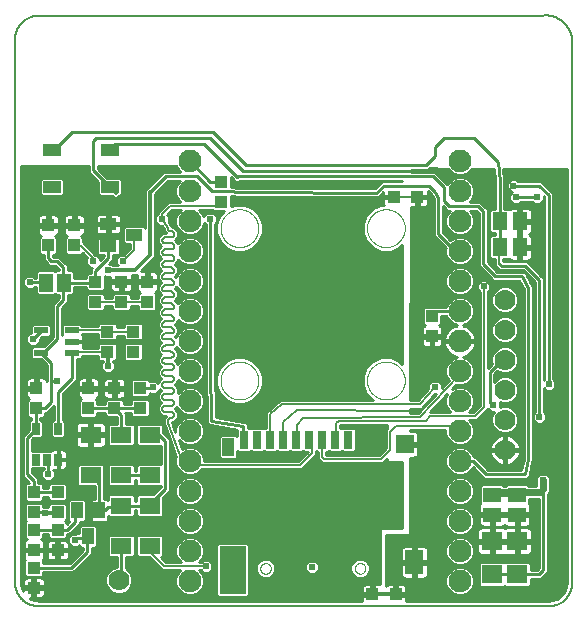
<source format=gtl>
G75*
%MOIN*%
%OFA0B0*%
%FSLAX25Y25*%
%IPPOS*%
%LPD*%
%AMOC8*
5,1,8,0,0,1.08239X$1,22.5*
%
%ADD10C,0.00700*%
%ADD11R,0.09000X0.16000*%
%ADD12C,0.00000*%
%ADD13R,0.05906X0.05118*%
%ADD14R,0.03000X0.06000*%
%ADD15R,0.04000X0.06000*%
%ADD16R,0.06000X0.08000*%
%ADD17R,0.06000X0.06000*%
%ADD18R,0.05906X0.03937*%
%ADD19R,0.05118X0.05906*%
%ADD20R,0.04331X0.03937*%
%ADD21C,0.07600*%
%ADD22R,0.07087X0.06299*%
%ADD23R,0.03937X0.04331*%
%ADD24R,0.04724X0.02362*%
%ADD25R,0.02717X0.03898*%
%ADD26R,0.03937X0.05512*%
%ADD27R,0.07087X0.05512*%
%ADD28C,0.07000*%
%ADD29R,0.05512X0.03937*%
%ADD30R,0.03937X0.03937*%
%ADD31R,0.04600X0.06300*%
%ADD32C,0.01000*%
%ADD33C,0.02400*%
%ADD34C,0.02400*%
%ADD35C,0.01200*%
D10*
X0016222Y0028529D02*
X0186207Y0028529D01*
X0186397Y0028531D01*
X0186587Y0028538D01*
X0186777Y0028550D01*
X0186967Y0028566D01*
X0187156Y0028586D01*
X0187345Y0028612D01*
X0187533Y0028641D01*
X0187720Y0028676D01*
X0187906Y0028715D01*
X0188091Y0028758D01*
X0188276Y0028806D01*
X0188459Y0028858D01*
X0188640Y0028914D01*
X0188820Y0028975D01*
X0188999Y0029041D01*
X0189176Y0029110D01*
X0189352Y0029184D01*
X0189525Y0029262D01*
X0189697Y0029345D01*
X0189866Y0029431D01*
X0190034Y0029521D01*
X0190199Y0029616D01*
X0190362Y0029714D01*
X0190522Y0029817D01*
X0190680Y0029923D01*
X0190835Y0030033D01*
X0190988Y0030146D01*
X0191138Y0030264D01*
X0191284Y0030385D01*
X0191428Y0030509D01*
X0191569Y0030637D01*
X0191707Y0030768D01*
X0191842Y0030903D01*
X0191973Y0031041D01*
X0192101Y0031182D01*
X0192225Y0031326D01*
X0192346Y0031472D01*
X0192464Y0031622D01*
X0192577Y0031775D01*
X0192687Y0031930D01*
X0192793Y0032088D01*
X0192896Y0032248D01*
X0192994Y0032411D01*
X0193089Y0032576D01*
X0193179Y0032744D01*
X0193265Y0032913D01*
X0193348Y0033085D01*
X0193426Y0033258D01*
X0193500Y0033434D01*
X0193569Y0033611D01*
X0193635Y0033790D01*
X0193696Y0033970D01*
X0193752Y0034151D01*
X0193804Y0034334D01*
X0193852Y0034519D01*
X0193895Y0034704D01*
X0193934Y0034890D01*
X0193969Y0035077D01*
X0193998Y0035265D01*
X0194024Y0035454D01*
X0194044Y0035643D01*
X0194060Y0035833D01*
X0194072Y0036023D01*
X0194079Y0036213D01*
X0194081Y0036403D01*
X0194081Y0217506D01*
X0194080Y0217505D02*
X0194054Y0217719D01*
X0194023Y0217932D01*
X0193986Y0218144D01*
X0193944Y0218356D01*
X0193897Y0218566D01*
X0193845Y0218775D01*
X0193788Y0218983D01*
X0193726Y0219189D01*
X0193659Y0219394D01*
X0193588Y0219597D01*
X0193511Y0219798D01*
X0193429Y0219997D01*
X0193343Y0220195D01*
X0193252Y0220390D01*
X0193156Y0220583D01*
X0193055Y0220773D01*
X0192950Y0220961D01*
X0192841Y0221147D01*
X0192727Y0221329D01*
X0192608Y0221509D01*
X0192486Y0221686D01*
X0192359Y0221860D01*
X0192228Y0222031D01*
X0192092Y0222199D01*
X0191953Y0222363D01*
X0191810Y0222524D01*
X0191663Y0222682D01*
X0191512Y0222835D01*
X0191358Y0222986D01*
X0191200Y0223132D01*
X0191038Y0223275D01*
X0190874Y0223413D01*
X0190705Y0223548D01*
X0190534Y0223678D01*
X0190360Y0223804D01*
X0190182Y0223926D01*
X0190002Y0224044D01*
X0189818Y0224157D01*
X0189633Y0224266D01*
X0189444Y0224371D01*
X0189253Y0224470D01*
X0189060Y0224565D01*
X0188864Y0224656D01*
X0188667Y0224741D01*
X0188467Y0224822D01*
X0188266Y0224898D01*
X0188062Y0224969D01*
X0187857Y0225035D01*
X0187651Y0225097D01*
X0187443Y0225153D01*
X0187234Y0225204D01*
X0187023Y0225250D01*
X0186812Y0225291D01*
X0186599Y0225327D01*
X0186386Y0225358D01*
X0186172Y0225383D01*
X0185958Y0225404D01*
X0185743Y0225419D01*
X0185528Y0225429D01*
X0185313Y0225434D01*
X0185097Y0225433D01*
X0184882Y0225428D01*
X0184667Y0225417D01*
X0184452Y0225401D01*
X0184238Y0225379D01*
X0184238Y0225380D02*
X0016222Y0225380D01*
X0016032Y0225378D01*
X0015842Y0225371D01*
X0015652Y0225359D01*
X0015462Y0225343D01*
X0015273Y0225323D01*
X0015084Y0225297D01*
X0014896Y0225268D01*
X0014709Y0225233D01*
X0014523Y0225194D01*
X0014338Y0225151D01*
X0014153Y0225103D01*
X0013970Y0225051D01*
X0013789Y0224995D01*
X0013609Y0224934D01*
X0013430Y0224868D01*
X0013253Y0224799D01*
X0013077Y0224725D01*
X0012904Y0224647D01*
X0012732Y0224564D01*
X0012563Y0224478D01*
X0012395Y0224388D01*
X0012230Y0224293D01*
X0012067Y0224195D01*
X0011907Y0224092D01*
X0011749Y0223986D01*
X0011594Y0223876D01*
X0011441Y0223763D01*
X0011291Y0223645D01*
X0011145Y0223524D01*
X0011001Y0223400D01*
X0010860Y0223272D01*
X0010722Y0223141D01*
X0010587Y0223006D01*
X0010456Y0222868D01*
X0010328Y0222727D01*
X0010204Y0222583D01*
X0010083Y0222437D01*
X0009965Y0222287D01*
X0009852Y0222134D01*
X0009742Y0221979D01*
X0009636Y0221821D01*
X0009533Y0221661D01*
X0009435Y0221498D01*
X0009340Y0221333D01*
X0009250Y0221165D01*
X0009164Y0220996D01*
X0009081Y0220824D01*
X0009003Y0220651D01*
X0008929Y0220475D01*
X0008860Y0220298D01*
X0008794Y0220119D01*
X0008733Y0219939D01*
X0008677Y0219758D01*
X0008625Y0219575D01*
X0008577Y0219390D01*
X0008534Y0219205D01*
X0008495Y0219019D01*
X0008460Y0218832D01*
X0008431Y0218644D01*
X0008405Y0218455D01*
X0008385Y0218266D01*
X0008369Y0218076D01*
X0008357Y0217886D01*
X0008350Y0217696D01*
X0008348Y0217506D01*
X0008348Y0036403D01*
X0008350Y0036213D01*
X0008357Y0036023D01*
X0008369Y0035833D01*
X0008385Y0035643D01*
X0008405Y0035454D01*
X0008431Y0035265D01*
X0008460Y0035077D01*
X0008495Y0034890D01*
X0008534Y0034704D01*
X0008577Y0034519D01*
X0008625Y0034334D01*
X0008677Y0034151D01*
X0008733Y0033970D01*
X0008794Y0033790D01*
X0008860Y0033611D01*
X0008929Y0033434D01*
X0009003Y0033258D01*
X0009081Y0033085D01*
X0009164Y0032913D01*
X0009250Y0032744D01*
X0009340Y0032576D01*
X0009435Y0032411D01*
X0009533Y0032248D01*
X0009636Y0032088D01*
X0009742Y0031930D01*
X0009852Y0031775D01*
X0009965Y0031622D01*
X0010083Y0031472D01*
X0010204Y0031326D01*
X0010328Y0031182D01*
X0010456Y0031041D01*
X0010587Y0030903D01*
X0010722Y0030768D01*
X0010860Y0030637D01*
X0011001Y0030509D01*
X0011145Y0030385D01*
X0011291Y0030264D01*
X0011441Y0030146D01*
X0011594Y0030033D01*
X0011749Y0029923D01*
X0011907Y0029817D01*
X0012067Y0029714D01*
X0012230Y0029616D01*
X0012395Y0029521D01*
X0012563Y0029431D01*
X0012732Y0029345D01*
X0012904Y0029262D01*
X0013077Y0029184D01*
X0013253Y0029110D01*
X0013430Y0029041D01*
X0013609Y0028975D01*
X0013789Y0028914D01*
X0013970Y0028858D01*
X0014153Y0028806D01*
X0014338Y0028758D01*
X0014523Y0028715D01*
X0014709Y0028676D01*
X0014896Y0028641D01*
X0015084Y0028612D01*
X0015273Y0028586D01*
X0015462Y0028566D01*
X0015652Y0028550D01*
X0015842Y0028538D01*
X0016032Y0028531D01*
X0016222Y0028529D01*
X0053230Y0046647D02*
X0058081Y0041797D01*
X0071931Y0041797D01*
X0053230Y0046647D02*
X0053230Y0048608D01*
X0066616Y0075529D02*
X0103348Y0075529D01*
X0107348Y0079529D01*
X0107348Y0083100D01*
X0106435Y0084013D01*
X0102348Y0084258D02*
X0102348Y0088954D01*
X0104348Y0091348D01*
X0143309Y0091545D01*
X0156616Y0105797D01*
X0156616Y0106876D01*
X0148348Y0101529D02*
X0143348Y0095742D01*
X0097348Y0095742D01*
X0093348Y0092529D01*
X0093348Y0084108D01*
X0093443Y0084013D01*
X0097774Y0084013D02*
X0097774Y0089954D01*
X0102348Y0093742D01*
X0141994Y0093624D01*
X0145348Y0090135D02*
X0146734Y0091915D01*
X0161695Y0091915D01*
X0164530Y0094750D01*
X0164530Y0135143D01*
X0169766Y0142702D02*
X0169766Y0147947D01*
X0169963Y0148143D01*
X0142348Y0164891D02*
X0135348Y0164891D01*
X0077049Y0163372D02*
X0075593Y0161915D01*
X0060002Y0161915D01*
X0057348Y0159261D01*
X0057348Y0157529D01*
X0059348Y0154529D01*
X0059350Y0154468D01*
X0059356Y0154407D01*
X0059365Y0154346D01*
X0059379Y0154287D01*
X0059396Y0154228D01*
X0059416Y0154170D01*
X0059441Y0154114D01*
X0059469Y0154059D01*
X0059500Y0154007D01*
X0059534Y0153956D01*
X0059572Y0153908D01*
X0059612Y0153862D01*
X0059656Y0153818D01*
X0059702Y0153778D01*
X0059750Y0153740D01*
X0059801Y0153706D01*
X0059853Y0153675D01*
X0059908Y0153647D01*
X0059964Y0153622D01*
X0060022Y0153602D01*
X0060081Y0153585D01*
X0060140Y0153571D01*
X0060201Y0153562D01*
X0060262Y0153556D01*
X0060323Y0153554D01*
X0060384Y0153552D01*
X0060445Y0153546D01*
X0060506Y0153537D01*
X0060565Y0153523D01*
X0060624Y0153506D01*
X0060682Y0153486D01*
X0060738Y0153461D01*
X0060793Y0153433D01*
X0060845Y0153402D01*
X0060896Y0153368D01*
X0060944Y0153330D01*
X0060990Y0153290D01*
X0061034Y0153246D01*
X0061074Y0153200D01*
X0061112Y0153152D01*
X0061146Y0153101D01*
X0061177Y0153049D01*
X0061205Y0152994D01*
X0061230Y0152938D01*
X0061250Y0152880D01*
X0061267Y0152821D01*
X0061281Y0152762D01*
X0061290Y0152701D01*
X0061296Y0152640D01*
X0061298Y0152579D01*
X0061298Y0152522D01*
X0061296Y0152461D01*
X0061290Y0152400D01*
X0061281Y0152339D01*
X0061267Y0152280D01*
X0061250Y0152221D01*
X0061230Y0152163D01*
X0061205Y0152107D01*
X0061177Y0152052D01*
X0061146Y0152000D01*
X0061112Y0151949D01*
X0061074Y0151901D01*
X0061034Y0151855D01*
X0060990Y0151811D01*
X0060944Y0151771D01*
X0060896Y0151733D01*
X0060845Y0151699D01*
X0060793Y0151668D01*
X0060738Y0151640D01*
X0060682Y0151615D01*
X0060624Y0151595D01*
X0060565Y0151578D01*
X0060506Y0151564D01*
X0060445Y0151555D01*
X0060384Y0151549D01*
X0060323Y0151547D01*
X0058373Y0151547D01*
X0058312Y0151545D01*
X0058251Y0151539D01*
X0058190Y0151530D01*
X0058131Y0151516D01*
X0058072Y0151499D01*
X0058014Y0151479D01*
X0057958Y0151454D01*
X0057903Y0151426D01*
X0057851Y0151395D01*
X0057800Y0151361D01*
X0057752Y0151323D01*
X0057706Y0151283D01*
X0057662Y0151239D01*
X0057622Y0151193D01*
X0057584Y0151145D01*
X0057550Y0151094D01*
X0057519Y0151042D01*
X0057491Y0150987D01*
X0057466Y0150931D01*
X0057446Y0150873D01*
X0057429Y0150814D01*
X0057415Y0150755D01*
X0057406Y0150694D01*
X0057400Y0150633D01*
X0057398Y0150572D01*
X0057398Y0150515D01*
X0057400Y0150454D01*
X0057406Y0150393D01*
X0057415Y0150332D01*
X0057429Y0150273D01*
X0057446Y0150214D01*
X0057466Y0150156D01*
X0057491Y0150100D01*
X0057519Y0150045D01*
X0057550Y0149993D01*
X0057584Y0149942D01*
X0057622Y0149894D01*
X0057662Y0149848D01*
X0057706Y0149804D01*
X0057752Y0149764D01*
X0057800Y0149726D01*
X0057851Y0149692D01*
X0057903Y0149661D01*
X0057958Y0149633D01*
X0058014Y0149608D01*
X0058072Y0149588D01*
X0058131Y0149571D01*
X0058190Y0149557D01*
X0058251Y0149548D01*
X0058312Y0149542D01*
X0058373Y0149540D01*
X0060323Y0149540D01*
X0060384Y0149538D01*
X0060445Y0149532D01*
X0060506Y0149523D01*
X0060565Y0149509D01*
X0060624Y0149492D01*
X0060682Y0149472D01*
X0060738Y0149447D01*
X0060793Y0149419D01*
X0060845Y0149388D01*
X0060896Y0149354D01*
X0060944Y0149316D01*
X0060990Y0149276D01*
X0061034Y0149232D01*
X0061074Y0149186D01*
X0061112Y0149138D01*
X0061146Y0149087D01*
X0061177Y0149035D01*
X0061205Y0148980D01*
X0061230Y0148924D01*
X0061250Y0148866D01*
X0061267Y0148807D01*
X0061281Y0148748D01*
X0061290Y0148687D01*
X0061296Y0148626D01*
X0061298Y0148565D01*
X0061298Y0148507D01*
X0061296Y0148446D01*
X0061290Y0148385D01*
X0061281Y0148324D01*
X0061267Y0148265D01*
X0061250Y0148206D01*
X0061230Y0148148D01*
X0061205Y0148092D01*
X0061177Y0148037D01*
X0061146Y0147985D01*
X0061112Y0147934D01*
X0061074Y0147886D01*
X0061034Y0147840D01*
X0060990Y0147796D01*
X0060944Y0147756D01*
X0060896Y0147718D01*
X0060845Y0147684D01*
X0060793Y0147653D01*
X0060738Y0147625D01*
X0060682Y0147600D01*
X0060624Y0147580D01*
X0060565Y0147563D01*
X0060506Y0147549D01*
X0060445Y0147540D01*
X0060384Y0147534D01*
X0060323Y0147532D01*
X0058373Y0147532D01*
X0058312Y0147530D01*
X0058251Y0147524D01*
X0058190Y0147515D01*
X0058131Y0147501D01*
X0058072Y0147484D01*
X0058014Y0147464D01*
X0057958Y0147439D01*
X0057903Y0147411D01*
X0057851Y0147380D01*
X0057800Y0147346D01*
X0057752Y0147308D01*
X0057706Y0147268D01*
X0057662Y0147224D01*
X0057622Y0147178D01*
X0057584Y0147130D01*
X0057550Y0147079D01*
X0057519Y0147027D01*
X0057491Y0146972D01*
X0057466Y0146916D01*
X0057446Y0146858D01*
X0057429Y0146799D01*
X0057415Y0146740D01*
X0057406Y0146679D01*
X0057400Y0146618D01*
X0057398Y0146557D01*
X0057398Y0146500D01*
X0057400Y0146439D01*
X0057406Y0146378D01*
X0057415Y0146317D01*
X0057429Y0146258D01*
X0057446Y0146199D01*
X0057466Y0146141D01*
X0057491Y0146085D01*
X0057519Y0146030D01*
X0057550Y0145978D01*
X0057584Y0145927D01*
X0057622Y0145879D01*
X0057662Y0145833D01*
X0057706Y0145789D01*
X0057752Y0145749D01*
X0057800Y0145711D01*
X0057851Y0145677D01*
X0057903Y0145646D01*
X0057958Y0145618D01*
X0058014Y0145593D01*
X0058072Y0145573D01*
X0058131Y0145556D01*
X0058190Y0145542D01*
X0058251Y0145533D01*
X0058312Y0145527D01*
X0058373Y0145525D01*
X0060323Y0145525D01*
X0060384Y0145523D01*
X0060445Y0145517D01*
X0060506Y0145508D01*
X0060565Y0145494D01*
X0060624Y0145477D01*
X0060682Y0145457D01*
X0060738Y0145432D01*
X0060793Y0145404D01*
X0060845Y0145373D01*
X0060896Y0145339D01*
X0060944Y0145301D01*
X0060990Y0145261D01*
X0061034Y0145217D01*
X0061074Y0145171D01*
X0061112Y0145123D01*
X0061146Y0145072D01*
X0061177Y0145020D01*
X0061205Y0144965D01*
X0061230Y0144909D01*
X0061250Y0144851D01*
X0061267Y0144792D01*
X0061281Y0144733D01*
X0061290Y0144672D01*
X0061296Y0144611D01*
X0061298Y0144550D01*
X0061298Y0144493D01*
X0061296Y0144432D01*
X0061290Y0144371D01*
X0061281Y0144310D01*
X0061267Y0144251D01*
X0061250Y0144192D01*
X0061230Y0144134D01*
X0061205Y0144078D01*
X0061177Y0144023D01*
X0061146Y0143971D01*
X0061112Y0143920D01*
X0061074Y0143872D01*
X0061034Y0143826D01*
X0060990Y0143782D01*
X0060944Y0143742D01*
X0060896Y0143704D01*
X0060845Y0143670D01*
X0060793Y0143639D01*
X0060738Y0143611D01*
X0060682Y0143586D01*
X0060624Y0143566D01*
X0060565Y0143549D01*
X0060506Y0143535D01*
X0060445Y0143526D01*
X0060384Y0143520D01*
X0060323Y0143518D01*
X0058373Y0143518D01*
X0058312Y0143516D01*
X0058251Y0143510D01*
X0058190Y0143501D01*
X0058131Y0143487D01*
X0058072Y0143470D01*
X0058014Y0143450D01*
X0057958Y0143425D01*
X0057903Y0143397D01*
X0057851Y0143366D01*
X0057800Y0143332D01*
X0057752Y0143294D01*
X0057706Y0143254D01*
X0057662Y0143210D01*
X0057622Y0143164D01*
X0057584Y0143116D01*
X0057550Y0143065D01*
X0057519Y0143013D01*
X0057491Y0142958D01*
X0057466Y0142902D01*
X0057446Y0142844D01*
X0057429Y0142785D01*
X0057415Y0142726D01*
X0057406Y0142665D01*
X0057400Y0142604D01*
X0057398Y0142543D01*
X0057398Y0142485D01*
X0057400Y0142424D01*
X0057406Y0142363D01*
X0057415Y0142302D01*
X0057429Y0142243D01*
X0057446Y0142184D01*
X0057466Y0142126D01*
X0057491Y0142070D01*
X0057519Y0142015D01*
X0057550Y0141963D01*
X0057584Y0141912D01*
X0057622Y0141864D01*
X0057662Y0141818D01*
X0057706Y0141774D01*
X0057752Y0141734D01*
X0057800Y0141696D01*
X0057851Y0141662D01*
X0057903Y0141631D01*
X0057958Y0141603D01*
X0058014Y0141578D01*
X0058072Y0141558D01*
X0058131Y0141541D01*
X0058190Y0141527D01*
X0058251Y0141518D01*
X0058312Y0141512D01*
X0058373Y0141510D01*
X0060323Y0141510D01*
X0060384Y0141508D01*
X0060445Y0141502D01*
X0060506Y0141493D01*
X0060565Y0141479D01*
X0060624Y0141462D01*
X0060682Y0141442D01*
X0060738Y0141417D01*
X0060793Y0141389D01*
X0060845Y0141358D01*
X0060896Y0141324D01*
X0060944Y0141286D01*
X0060990Y0141246D01*
X0061034Y0141202D01*
X0061074Y0141156D01*
X0061112Y0141108D01*
X0061146Y0141057D01*
X0061177Y0141005D01*
X0061205Y0140950D01*
X0061230Y0140894D01*
X0061250Y0140836D01*
X0061267Y0140777D01*
X0061281Y0140718D01*
X0061290Y0140657D01*
X0061296Y0140596D01*
X0061298Y0140535D01*
X0061298Y0140478D01*
X0061296Y0140417D01*
X0061290Y0140356D01*
X0061281Y0140295D01*
X0061267Y0140236D01*
X0061250Y0140177D01*
X0061230Y0140119D01*
X0061205Y0140063D01*
X0061177Y0140008D01*
X0061146Y0139956D01*
X0061112Y0139905D01*
X0061074Y0139857D01*
X0061034Y0139811D01*
X0060990Y0139767D01*
X0060944Y0139727D01*
X0060896Y0139689D01*
X0060845Y0139655D01*
X0060793Y0139624D01*
X0060738Y0139596D01*
X0060682Y0139571D01*
X0060624Y0139551D01*
X0060565Y0139534D01*
X0060506Y0139520D01*
X0060445Y0139511D01*
X0060384Y0139505D01*
X0060323Y0139503D01*
X0058373Y0139503D01*
X0058312Y0139501D01*
X0058251Y0139495D01*
X0058190Y0139486D01*
X0058131Y0139472D01*
X0058072Y0139455D01*
X0058014Y0139435D01*
X0057958Y0139410D01*
X0057903Y0139382D01*
X0057851Y0139351D01*
X0057800Y0139317D01*
X0057752Y0139279D01*
X0057706Y0139239D01*
X0057662Y0139195D01*
X0057622Y0139149D01*
X0057584Y0139101D01*
X0057550Y0139050D01*
X0057519Y0138998D01*
X0057491Y0138943D01*
X0057466Y0138887D01*
X0057446Y0138829D01*
X0057429Y0138770D01*
X0057415Y0138711D01*
X0057406Y0138650D01*
X0057400Y0138589D01*
X0057398Y0138528D01*
X0057398Y0138471D01*
X0057400Y0138410D01*
X0057406Y0138349D01*
X0057415Y0138288D01*
X0057429Y0138229D01*
X0057446Y0138170D01*
X0057466Y0138112D01*
X0057491Y0138056D01*
X0057519Y0138001D01*
X0057550Y0137949D01*
X0057584Y0137898D01*
X0057622Y0137850D01*
X0057662Y0137804D01*
X0057706Y0137760D01*
X0057752Y0137720D01*
X0057800Y0137682D01*
X0057851Y0137648D01*
X0057903Y0137617D01*
X0057958Y0137589D01*
X0058014Y0137564D01*
X0058072Y0137544D01*
X0058131Y0137527D01*
X0058190Y0137513D01*
X0058251Y0137504D01*
X0058312Y0137498D01*
X0058373Y0137496D01*
X0060323Y0137496D01*
X0060384Y0137494D01*
X0060445Y0137488D01*
X0060506Y0137479D01*
X0060565Y0137465D01*
X0060624Y0137448D01*
X0060682Y0137428D01*
X0060738Y0137403D01*
X0060793Y0137375D01*
X0060845Y0137344D01*
X0060896Y0137310D01*
X0060944Y0137272D01*
X0060990Y0137232D01*
X0061034Y0137188D01*
X0061074Y0137142D01*
X0061112Y0137094D01*
X0061146Y0137043D01*
X0061177Y0136991D01*
X0061205Y0136936D01*
X0061230Y0136880D01*
X0061250Y0136822D01*
X0061267Y0136763D01*
X0061281Y0136704D01*
X0061290Y0136643D01*
X0061296Y0136582D01*
X0061298Y0136521D01*
X0061298Y0136464D01*
X0061296Y0136403D01*
X0061290Y0136342D01*
X0061281Y0136281D01*
X0061267Y0136222D01*
X0061250Y0136163D01*
X0061230Y0136105D01*
X0061205Y0136049D01*
X0061177Y0135994D01*
X0061146Y0135942D01*
X0061112Y0135891D01*
X0061074Y0135843D01*
X0061034Y0135797D01*
X0060990Y0135753D01*
X0060944Y0135713D01*
X0060896Y0135675D01*
X0060845Y0135641D01*
X0060793Y0135610D01*
X0060738Y0135582D01*
X0060682Y0135557D01*
X0060624Y0135537D01*
X0060565Y0135520D01*
X0060506Y0135506D01*
X0060445Y0135497D01*
X0060384Y0135491D01*
X0060323Y0135489D01*
X0058373Y0135489D01*
X0058312Y0135487D01*
X0058251Y0135481D01*
X0058190Y0135472D01*
X0058131Y0135458D01*
X0058072Y0135441D01*
X0058014Y0135421D01*
X0057958Y0135396D01*
X0057903Y0135368D01*
X0057851Y0135337D01*
X0057800Y0135303D01*
X0057752Y0135265D01*
X0057706Y0135225D01*
X0057662Y0135181D01*
X0057622Y0135135D01*
X0057584Y0135087D01*
X0057550Y0135036D01*
X0057519Y0134984D01*
X0057491Y0134929D01*
X0057466Y0134873D01*
X0057446Y0134815D01*
X0057429Y0134756D01*
X0057415Y0134697D01*
X0057406Y0134636D01*
X0057400Y0134575D01*
X0057398Y0134514D01*
X0057398Y0134456D01*
X0057400Y0134395D01*
X0057406Y0134334D01*
X0057415Y0134273D01*
X0057429Y0134214D01*
X0057446Y0134155D01*
X0057466Y0134097D01*
X0057491Y0134041D01*
X0057519Y0133986D01*
X0057550Y0133934D01*
X0057584Y0133883D01*
X0057622Y0133835D01*
X0057662Y0133789D01*
X0057706Y0133745D01*
X0057752Y0133705D01*
X0057800Y0133667D01*
X0057851Y0133633D01*
X0057903Y0133602D01*
X0057958Y0133574D01*
X0058014Y0133549D01*
X0058072Y0133529D01*
X0058131Y0133512D01*
X0058190Y0133498D01*
X0058251Y0133489D01*
X0058312Y0133483D01*
X0058373Y0133481D01*
X0060323Y0133481D01*
X0060384Y0133479D01*
X0060445Y0133473D01*
X0060506Y0133464D01*
X0060565Y0133450D01*
X0060624Y0133433D01*
X0060682Y0133413D01*
X0060738Y0133388D01*
X0060793Y0133360D01*
X0060845Y0133329D01*
X0060896Y0133295D01*
X0060944Y0133257D01*
X0060990Y0133217D01*
X0061034Y0133173D01*
X0061074Y0133127D01*
X0061112Y0133079D01*
X0061146Y0133028D01*
X0061177Y0132976D01*
X0061205Y0132921D01*
X0061230Y0132865D01*
X0061250Y0132807D01*
X0061267Y0132748D01*
X0061281Y0132689D01*
X0061290Y0132628D01*
X0061296Y0132567D01*
X0061298Y0132506D01*
X0061298Y0132449D01*
X0061296Y0132388D01*
X0061290Y0132327D01*
X0061281Y0132266D01*
X0061267Y0132207D01*
X0061250Y0132148D01*
X0061230Y0132090D01*
X0061205Y0132034D01*
X0061177Y0131979D01*
X0061146Y0131927D01*
X0061112Y0131876D01*
X0061074Y0131828D01*
X0061034Y0131782D01*
X0060990Y0131738D01*
X0060944Y0131698D01*
X0060896Y0131660D01*
X0060845Y0131626D01*
X0060793Y0131595D01*
X0060738Y0131567D01*
X0060682Y0131542D01*
X0060624Y0131522D01*
X0060565Y0131505D01*
X0060506Y0131491D01*
X0060445Y0131482D01*
X0060384Y0131476D01*
X0060323Y0131474D01*
X0058373Y0131474D01*
X0058312Y0131472D01*
X0058251Y0131466D01*
X0058190Y0131457D01*
X0058131Y0131443D01*
X0058072Y0131426D01*
X0058014Y0131406D01*
X0057958Y0131381D01*
X0057903Y0131353D01*
X0057851Y0131322D01*
X0057800Y0131288D01*
X0057752Y0131250D01*
X0057706Y0131210D01*
X0057662Y0131166D01*
X0057622Y0131120D01*
X0057584Y0131072D01*
X0057550Y0131021D01*
X0057519Y0130969D01*
X0057491Y0130914D01*
X0057466Y0130858D01*
X0057446Y0130800D01*
X0057429Y0130741D01*
X0057415Y0130682D01*
X0057406Y0130621D01*
X0057400Y0130560D01*
X0057398Y0130499D01*
X0057398Y0130442D01*
X0057400Y0130381D01*
X0057406Y0130320D01*
X0057415Y0130259D01*
X0057429Y0130200D01*
X0057446Y0130141D01*
X0057466Y0130083D01*
X0057491Y0130027D01*
X0057519Y0129972D01*
X0057550Y0129920D01*
X0057584Y0129869D01*
X0057622Y0129821D01*
X0057662Y0129775D01*
X0057706Y0129731D01*
X0057752Y0129691D01*
X0057800Y0129653D01*
X0057851Y0129619D01*
X0057903Y0129588D01*
X0057958Y0129560D01*
X0058014Y0129535D01*
X0058072Y0129515D01*
X0058131Y0129498D01*
X0058190Y0129484D01*
X0058251Y0129475D01*
X0058312Y0129469D01*
X0058373Y0129467D01*
X0060323Y0129467D01*
X0060384Y0129465D01*
X0060445Y0129459D01*
X0060506Y0129450D01*
X0060565Y0129436D01*
X0060624Y0129419D01*
X0060682Y0129399D01*
X0060738Y0129374D01*
X0060793Y0129346D01*
X0060845Y0129315D01*
X0060896Y0129281D01*
X0060944Y0129243D01*
X0060990Y0129203D01*
X0061034Y0129159D01*
X0061074Y0129113D01*
X0061112Y0129065D01*
X0061146Y0129014D01*
X0061177Y0128962D01*
X0061205Y0128907D01*
X0061230Y0128851D01*
X0061250Y0128793D01*
X0061267Y0128734D01*
X0061281Y0128675D01*
X0061290Y0128614D01*
X0061296Y0128553D01*
X0061298Y0128492D01*
X0061298Y0128434D01*
X0061296Y0128373D01*
X0061290Y0128312D01*
X0061281Y0128251D01*
X0061267Y0128192D01*
X0061250Y0128133D01*
X0061230Y0128075D01*
X0061205Y0128019D01*
X0061177Y0127964D01*
X0061146Y0127912D01*
X0061112Y0127861D01*
X0061074Y0127813D01*
X0061034Y0127767D01*
X0060990Y0127723D01*
X0060944Y0127683D01*
X0060896Y0127645D01*
X0060845Y0127611D01*
X0060793Y0127580D01*
X0060738Y0127552D01*
X0060682Y0127527D01*
X0060624Y0127507D01*
X0060565Y0127490D01*
X0060506Y0127476D01*
X0060445Y0127467D01*
X0060384Y0127461D01*
X0060323Y0127459D01*
X0058373Y0127459D01*
X0058312Y0127457D01*
X0058251Y0127451D01*
X0058190Y0127442D01*
X0058131Y0127428D01*
X0058072Y0127411D01*
X0058014Y0127391D01*
X0057958Y0127366D01*
X0057903Y0127338D01*
X0057851Y0127307D01*
X0057800Y0127273D01*
X0057752Y0127235D01*
X0057706Y0127195D01*
X0057662Y0127151D01*
X0057622Y0127105D01*
X0057584Y0127057D01*
X0057550Y0127006D01*
X0057519Y0126954D01*
X0057491Y0126899D01*
X0057466Y0126843D01*
X0057446Y0126785D01*
X0057429Y0126726D01*
X0057415Y0126667D01*
X0057406Y0126606D01*
X0057400Y0126545D01*
X0057398Y0126484D01*
X0057398Y0126427D01*
X0057400Y0126366D01*
X0057406Y0126305D01*
X0057415Y0126244D01*
X0057429Y0126185D01*
X0057446Y0126126D01*
X0057466Y0126068D01*
X0057491Y0126012D01*
X0057519Y0125957D01*
X0057550Y0125905D01*
X0057584Y0125854D01*
X0057622Y0125806D01*
X0057662Y0125760D01*
X0057706Y0125716D01*
X0057752Y0125676D01*
X0057800Y0125638D01*
X0057851Y0125604D01*
X0057903Y0125573D01*
X0057958Y0125545D01*
X0058014Y0125520D01*
X0058072Y0125500D01*
X0058131Y0125483D01*
X0058190Y0125469D01*
X0058251Y0125460D01*
X0058312Y0125454D01*
X0058373Y0125452D01*
X0060323Y0125452D01*
X0060384Y0125450D01*
X0060445Y0125444D01*
X0060506Y0125435D01*
X0060565Y0125421D01*
X0060624Y0125404D01*
X0060682Y0125384D01*
X0060738Y0125359D01*
X0060793Y0125331D01*
X0060845Y0125300D01*
X0060896Y0125266D01*
X0060944Y0125228D01*
X0060990Y0125188D01*
X0061034Y0125144D01*
X0061074Y0125098D01*
X0061112Y0125050D01*
X0061146Y0124999D01*
X0061177Y0124947D01*
X0061205Y0124892D01*
X0061230Y0124836D01*
X0061250Y0124778D01*
X0061267Y0124719D01*
X0061281Y0124660D01*
X0061290Y0124599D01*
X0061296Y0124538D01*
X0061298Y0124477D01*
X0061298Y0124420D01*
X0061296Y0124359D01*
X0061290Y0124298D01*
X0061281Y0124237D01*
X0061267Y0124178D01*
X0061250Y0124119D01*
X0061230Y0124061D01*
X0061205Y0124005D01*
X0061177Y0123950D01*
X0061146Y0123898D01*
X0061112Y0123847D01*
X0061074Y0123799D01*
X0061034Y0123753D01*
X0060990Y0123709D01*
X0060944Y0123669D01*
X0060896Y0123631D01*
X0060845Y0123597D01*
X0060793Y0123566D01*
X0060738Y0123538D01*
X0060682Y0123513D01*
X0060624Y0123493D01*
X0060565Y0123476D01*
X0060506Y0123462D01*
X0060445Y0123453D01*
X0060384Y0123447D01*
X0060323Y0123445D01*
X0058373Y0123445D01*
X0058312Y0123443D01*
X0058251Y0123437D01*
X0058190Y0123428D01*
X0058131Y0123414D01*
X0058072Y0123397D01*
X0058014Y0123377D01*
X0057958Y0123352D01*
X0057903Y0123324D01*
X0057851Y0123293D01*
X0057800Y0123259D01*
X0057752Y0123221D01*
X0057706Y0123181D01*
X0057662Y0123137D01*
X0057622Y0123091D01*
X0057584Y0123043D01*
X0057550Y0122992D01*
X0057519Y0122940D01*
X0057491Y0122885D01*
X0057466Y0122829D01*
X0057446Y0122771D01*
X0057429Y0122712D01*
X0057415Y0122653D01*
X0057406Y0122592D01*
X0057400Y0122531D01*
X0057398Y0122470D01*
X0057398Y0122412D01*
X0057400Y0122351D01*
X0057406Y0122290D01*
X0057415Y0122229D01*
X0057429Y0122170D01*
X0057446Y0122111D01*
X0057466Y0122053D01*
X0057491Y0121997D01*
X0057519Y0121942D01*
X0057550Y0121890D01*
X0057584Y0121839D01*
X0057622Y0121791D01*
X0057662Y0121745D01*
X0057706Y0121701D01*
X0057752Y0121661D01*
X0057800Y0121623D01*
X0057851Y0121589D01*
X0057903Y0121558D01*
X0057958Y0121530D01*
X0058014Y0121505D01*
X0058072Y0121485D01*
X0058131Y0121468D01*
X0058190Y0121454D01*
X0058251Y0121445D01*
X0058312Y0121439D01*
X0058373Y0121437D01*
X0060323Y0121437D01*
X0060384Y0121435D01*
X0060445Y0121429D01*
X0060506Y0121420D01*
X0060565Y0121406D01*
X0060624Y0121389D01*
X0060682Y0121369D01*
X0060738Y0121344D01*
X0060793Y0121316D01*
X0060845Y0121285D01*
X0060896Y0121251D01*
X0060944Y0121213D01*
X0060990Y0121173D01*
X0061034Y0121129D01*
X0061074Y0121083D01*
X0061112Y0121035D01*
X0061146Y0120984D01*
X0061177Y0120932D01*
X0061205Y0120877D01*
X0061230Y0120821D01*
X0061250Y0120763D01*
X0061267Y0120704D01*
X0061281Y0120645D01*
X0061290Y0120584D01*
X0061296Y0120523D01*
X0061298Y0120462D01*
X0061298Y0120405D01*
X0061296Y0120344D01*
X0061290Y0120283D01*
X0061281Y0120222D01*
X0061267Y0120163D01*
X0061250Y0120104D01*
X0061230Y0120046D01*
X0061205Y0119990D01*
X0061177Y0119935D01*
X0061146Y0119883D01*
X0061112Y0119832D01*
X0061074Y0119784D01*
X0061034Y0119738D01*
X0060990Y0119694D01*
X0060944Y0119654D01*
X0060896Y0119616D01*
X0060845Y0119582D01*
X0060793Y0119551D01*
X0060738Y0119523D01*
X0060682Y0119498D01*
X0060624Y0119478D01*
X0060565Y0119461D01*
X0060506Y0119447D01*
X0060445Y0119438D01*
X0060384Y0119432D01*
X0060323Y0119430D01*
X0058373Y0119430D01*
X0058312Y0119428D01*
X0058251Y0119422D01*
X0058190Y0119413D01*
X0058131Y0119399D01*
X0058072Y0119382D01*
X0058014Y0119362D01*
X0057958Y0119337D01*
X0057903Y0119309D01*
X0057851Y0119278D01*
X0057800Y0119244D01*
X0057752Y0119206D01*
X0057706Y0119166D01*
X0057662Y0119122D01*
X0057622Y0119076D01*
X0057584Y0119028D01*
X0057550Y0118977D01*
X0057519Y0118925D01*
X0057491Y0118870D01*
X0057466Y0118814D01*
X0057446Y0118756D01*
X0057429Y0118697D01*
X0057415Y0118638D01*
X0057406Y0118577D01*
X0057400Y0118516D01*
X0057398Y0118455D01*
X0057398Y0118398D01*
X0057400Y0118337D01*
X0057406Y0118276D01*
X0057415Y0118215D01*
X0057429Y0118156D01*
X0057446Y0118097D01*
X0057466Y0118039D01*
X0057491Y0117983D01*
X0057519Y0117928D01*
X0057550Y0117876D01*
X0057584Y0117825D01*
X0057622Y0117777D01*
X0057662Y0117731D01*
X0057706Y0117687D01*
X0057752Y0117647D01*
X0057800Y0117609D01*
X0057851Y0117575D01*
X0057903Y0117544D01*
X0057958Y0117516D01*
X0058014Y0117491D01*
X0058072Y0117471D01*
X0058131Y0117454D01*
X0058190Y0117440D01*
X0058251Y0117431D01*
X0058312Y0117425D01*
X0058373Y0117423D01*
X0060323Y0117423D01*
X0060384Y0117421D01*
X0060445Y0117415D01*
X0060506Y0117406D01*
X0060565Y0117392D01*
X0060624Y0117375D01*
X0060682Y0117355D01*
X0060738Y0117330D01*
X0060793Y0117302D01*
X0060845Y0117271D01*
X0060896Y0117237D01*
X0060944Y0117199D01*
X0060990Y0117159D01*
X0061034Y0117115D01*
X0061074Y0117069D01*
X0061112Y0117021D01*
X0061146Y0116970D01*
X0061177Y0116918D01*
X0061205Y0116863D01*
X0061230Y0116807D01*
X0061250Y0116749D01*
X0061267Y0116690D01*
X0061281Y0116631D01*
X0061290Y0116570D01*
X0061296Y0116509D01*
X0061298Y0116448D01*
X0061298Y0116391D01*
X0061296Y0116330D01*
X0061290Y0116269D01*
X0061281Y0116208D01*
X0061267Y0116149D01*
X0061250Y0116090D01*
X0061230Y0116032D01*
X0061205Y0115976D01*
X0061177Y0115921D01*
X0061146Y0115869D01*
X0061112Y0115818D01*
X0061074Y0115770D01*
X0061034Y0115724D01*
X0060990Y0115680D01*
X0060944Y0115640D01*
X0060896Y0115602D01*
X0060845Y0115568D01*
X0060793Y0115537D01*
X0060738Y0115509D01*
X0060682Y0115484D01*
X0060624Y0115464D01*
X0060565Y0115447D01*
X0060506Y0115433D01*
X0060445Y0115424D01*
X0060384Y0115418D01*
X0060323Y0115416D01*
X0058373Y0115416D01*
X0058312Y0115414D01*
X0058251Y0115408D01*
X0058190Y0115399D01*
X0058131Y0115385D01*
X0058072Y0115368D01*
X0058014Y0115348D01*
X0057958Y0115323D01*
X0057903Y0115295D01*
X0057851Y0115264D01*
X0057800Y0115230D01*
X0057752Y0115192D01*
X0057706Y0115152D01*
X0057662Y0115108D01*
X0057622Y0115062D01*
X0057584Y0115014D01*
X0057550Y0114963D01*
X0057519Y0114911D01*
X0057491Y0114856D01*
X0057466Y0114800D01*
X0057446Y0114742D01*
X0057429Y0114683D01*
X0057415Y0114624D01*
X0057406Y0114563D01*
X0057400Y0114502D01*
X0057398Y0114441D01*
X0057398Y0114383D01*
X0057400Y0114322D01*
X0057406Y0114261D01*
X0057415Y0114200D01*
X0057429Y0114141D01*
X0057446Y0114082D01*
X0057466Y0114024D01*
X0057491Y0113968D01*
X0057519Y0113913D01*
X0057550Y0113861D01*
X0057584Y0113810D01*
X0057622Y0113762D01*
X0057662Y0113716D01*
X0057706Y0113672D01*
X0057752Y0113632D01*
X0057800Y0113594D01*
X0057851Y0113560D01*
X0057903Y0113529D01*
X0057958Y0113501D01*
X0058014Y0113476D01*
X0058072Y0113456D01*
X0058131Y0113439D01*
X0058190Y0113425D01*
X0058251Y0113416D01*
X0058312Y0113410D01*
X0058373Y0113408D01*
X0060323Y0113408D01*
X0060384Y0113406D01*
X0060445Y0113400D01*
X0060506Y0113391D01*
X0060565Y0113377D01*
X0060624Y0113360D01*
X0060682Y0113340D01*
X0060738Y0113315D01*
X0060793Y0113287D01*
X0060845Y0113256D01*
X0060896Y0113222D01*
X0060944Y0113184D01*
X0060990Y0113144D01*
X0061034Y0113100D01*
X0061074Y0113054D01*
X0061112Y0113006D01*
X0061146Y0112955D01*
X0061177Y0112903D01*
X0061205Y0112848D01*
X0061230Y0112792D01*
X0061250Y0112734D01*
X0061267Y0112675D01*
X0061281Y0112616D01*
X0061290Y0112555D01*
X0061296Y0112494D01*
X0061298Y0112433D01*
X0061298Y0112376D01*
X0061296Y0112315D01*
X0061290Y0112254D01*
X0061281Y0112193D01*
X0061267Y0112134D01*
X0061250Y0112075D01*
X0061230Y0112017D01*
X0061205Y0111961D01*
X0061177Y0111906D01*
X0061146Y0111854D01*
X0061112Y0111803D01*
X0061074Y0111755D01*
X0061034Y0111709D01*
X0060990Y0111665D01*
X0060944Y0111625D01*
X0060896Y0111587D01*
X0060845Y0111553D01*
X0060793Y0111522D01*
X0060738Y0111494D01*
X0060682Y0111469D01*
X0060624Y0111449D01*
X0060565Y0111432D01*
X0060506Y0111418D01*
X0060445Y0111409D01*
X0060384Y0111403D01*
X0060323Y0111401D01*
X0058373Y0111401D01*
X0058312Y0111399D01*
X0058251Y0111393D01*
X0058190Y0111384D01*
X0058131Y0111370D01*
X0058072Y0111353D01*
X0058014Y0111333D01*
X0057958Y0111308D01*
X0057903Y0111280D01*
X0057851Y0111249D01*
X0057800Y0111215D01*
X0057752Y0111177D01*
X0057706Y0111137D01*
X0057662Y0111093D01*
X0057622Y0111047D01*
X0057584Y0110999D01*
X0057550Y0110948D01*
X0057519Y0110896D01*
X0057491Y0110841D01*
X0057466Y0110785D01*
X0057446Y0110727D01*
X0057429Y0110668D01*
X0057415Y0110609D01*
X0057406Y0110548D01*
X0057400Y0110487D01*
X0057398Y0110426D01*
X0057398Y0110369D01*
X0057400Y0110308D01*
X0057406Y0110247D01*
X0057415Y0110186D01*
X0057429Y0110127D01*
X0057446Y0110068D01*
X0057466Y0110010D01*
X0057491Y0109954D01*
X0057519Y0109899D01*
X0057550Y0109847D01*
X0057584Y0109796D01*
X0057622Y0109748D01*
X0057662Y0109702D01*
X0057706Y0109658D01*
X0057752Y0109618D01*
X0057800Y0109580D01*
X0057851Y0109546D01*
X0057903Y0109515D01*
X0057958Y0109487D01*
X0058014Y0109462D01*
X0058072Y0109442D01*
X0058131Y0109425D01*
X0058190Y0109411D01*
X0058251Y0109402D01*
X0058312Y0109396D01*
X0058373Y0109394D01*
X0060323Y0109394D01*
X0060384Y0109392D01*
X0060445Y0109386D01*
X0060506Y0109377D01*
X0060565Y0109363D01*
X0060624Y0109346D01*
X0060682Y0109326D01*
X0060738Y0109301D01*
X0060793Y0109273D01*
X0060845Y0109242D01*
X0060896Y0109208D01*
X0060944Y0109170D01*
X0060990Y0109130D01*
X0061034Y0109086D01*
X0061074Y0109040D01*
X0061112Y0108992D01*
X0061146Y0108941D01*
X0061177Y0108889D01*
X0061205Y0108834D01*
X0061230Y0108778D01*
X0061250Y0108720D01*
X0061267Y0108661D01*
X0061281Y0108602D01*
X0061290Y0108541D01*
X0061296Y0108480D01*
X0061298Y0108419D01*
X0061298Y0108361D01*
X0061296Y0108300D01*
X0061290Y0108239D01*
X0061281Y0108178D01*
X0061267Y0108119D01*
X0061250Y0108060D01*
X0061230Y0108002D01*
X0061205Y0107946D01*
X0061177Y0107891D01*
X0061146Y0107839D01*
X0061112Y0107788D01*
X0061074Y0107740D01*
X0061034Y0107694D01*
X0060990Y0107650D01*
X0060944Y0107610D01*
X0060896Y0107572D01*
X0060845Y0107538D01*
X0060793Y0107507D01*
X0060738Y0107479D01*
X0060682Y0107454D01*
X0060624Y0107434D01*
X0060565Y0107417D01*
X0060506Y0107403D01*
X0060445Y0107394D01*
X0060384Y0107388D01*
X0060323Y0107386D01*
X0058373Y0107386D01*
X0058312Y0107384D01*
X0058251Y0107378D01*
X0058190Y0107369D01*
X0058131Y0107355D01*
X0058072Y0107338D01*
X0058014Y0107318D01*
X0057958Y0107293D01*
X0057903Y0107265D01*
X0057851Y0107234D01*
X0057800Y0107200D01*
X0057752Y0107162D01*
X0057706Y0107122D01*
X0057662Y0107078D01*
X0057622Y0107032D01*
X0057584Y0106984D01*
X0057550Y0106933D01*
X0057519Y0106881D01*
X0057491Y0106826D01*
X0057466Y0106770D01*
X0057446Y0106712D01*
X0057429Y0106653D01*
X0057415Y0106594D01*
X0057406Y0106533D01*
X0057400Y0106472D01*
X0057398Y0106411D01*
X0057398Y0106354D01*
X0057400Y0106293D01*
X0057406Y0106232D01*
X0057415Y0106171D01*
X0057429Y0106112D01*
X0057446Y0106053D01*
X0057466Y0105995D01*
X0057491Y0105939D01*
X0057519Y0105884D01*
X0057550Y0105832D01*
X0057584Y0105781D01*
X0057622Y0105733D01*
X0057662Y0105687D01*
X0057706Y0105643D01*
X0057752Y0105603D01*
X0057800Y0105565D01*
X0057851Y0105531D01*
X0057903Y0105500D01*
X0057958Y0105472D01*
X0058014Y0105447D01*
X0058072Y0105427D01*
X0058131Y0105410D01*
X0058190Y0105396D01*
X0058251Y0105387D01*
X0058312Y0105381D01*
X0058373Y0105379D01*
X0060323Y0105379D01*
X0060384Y0105377D01*
X0060445Y0105371D01*
X0060506Y0105362D01*
X0060565Y0105348D01*
X0060624Y0105331D01*
X0060682Y0105311D01*
X0060738Y0105286D01*
X0060793Y0105258D01*
X0060845Y0105227D01*
X0060896Y0105193D01*
X0060944Y0105155D01*
X0060990Y0105115D01*
X0061034Y0105071D01*
X0061074Y0105025D01*
X0061112Y0104977D01*
X0061146Y0104926D01*
X0061177Y0104874D01*
X0061205Y0104819D01*
X0061230Y0104763D01*
X0061250Y0104705D01*
X0061267Y0104646D01*
X0061281Y0104587D01*
X0061290Y0104526D01*
X0061296Y0104465D01*
X0061298Y0104404D01*
X0061298Y0104347D01*
X0061296Y0104286D01*
X0061290Y0104225D01*
X0061281Y0104164D01*
X0061267Y0104105D01*
X0061250Y0104046D01*
X0061230Y0103988D01*
X0061205Y0103932D01*
X0061177Y0103877D01*
X0061146Y0103825D01*
X0061112Y0103774D01*
X0061074Y0103726D01*
X0061034Y0103680D01*
X0060990Y0103636D01*
X0060944Y0103596D01*
X0060896Y0103558D01*
X0060845Y0103524D01*
X0060793Y0103493D01*
X0060738Y0103465D01*
X0060682Y0103440D01*
X0060624Y0103420D01*
X0060565Y0103403D01*
X0060506Y0103389D01*
X0060445Y0103380D01*
X0060384Y0103374D01*
X0060323Y0103372D01*
X0058373Y0103372D01*
X0058312Y0103370D01*
X0058251Y0103364D01*
X0058190Y0103355D01*
X0058131Y0103341D01*
X0058072Y0103324D01*
X0058014Y0103304D01*
X0057958Y0103279D01*
X0057903Y0103251D01*
X0057851Y0103220D01*
X0057800Y0103186D01*
X0057752Y0103148D01*
X0057706Y0103108D01*
X0057662Y0103064D01*
X0057622Y0103018D01*
X0057584Y0102970D01*
X0057550Y0102919D01*
X0057519Y0102867D01*
X0057491Y0102812D01*
X0057466Y0102756D01*
X0057446Y0102698D01*
X0057429Y0102639D01*
X0057415Y0102580D01*
X0057406Y0102519D01*
X0057400Y0102458D01*
X0057398Y0102397D01*
X0057398Y0102340D01*
X0057400Y0102279D01*
X0057406Y0102218D01*
X0057415Y0102157D01*
X0057429Y0102098D01*
X0057446Y0102039D01*
X0057466Y0101981D01*
X0057491Y0101925D01*
X0057519Y0101870D01*
X0057550Y0101818D01*
X0057584Y0101767D01*
X0057622Y0101719D01*
X0057662Y0101673D01*
X0057706Y0101629D01*
X0057752Y0101589D01*
X0057800Y0101551D01*
X0057851Y0101517D01*
X0057903Y0101486D01*
X0057958Y0101458D01*
X0058014Y0101433D01*
X0058072Y0101413D01*
X0058131Y0101396D01*
X0058190Y0101382D01*
X0058251Y0101373D01*
X0058312Y0101367D01*
X0058373Y0101365D01*
X0060323Y0101365D01*
X0060384Y0101363D01*
X0060445Y0101357D01*
X0060506Y0101348D01*
X0060565Y0101334D01*
X0060624Y0101317D01*
X0060682Y0101297D01*
X0060738Y0101272D01*
X0060793Y0101244D01*
X0060845Y0101213D01*
X0060896Y0101179D01*
X0060944Y0101141D01*
X0060990Y0101101D01*
X0061034Y0101057D01*
X0061074Y0101011D01*
X0061112Y0100963D01*
X0061146Y0100912D01*
X0061177Y0100860D01*
X0061205Y0100805D01*
X0061230Y0100749D01*
X0061250Y0100691D01*
X0061267Y0100632D01*
X0061281Y0100573D01*
X0061290Y0100512D01*
X0061296Y0100451D01*
X0061298Y0100390D01*
X0061298Y0100332D01*
X0061296Y0100271D01*
X0061290Y0100210D01*
X0061281Y0100149D01*
X0061267Y0100090D01*
X0061250Y0100031D01*
X0061230Y0099973D01*
X0061205Y0099917D01*
X0061177Y0099862D01*
X0061146Y0099810D01*
X0061112Y0099759D01*
X0061074Y0099711D01*
X0061034Y0099665D01*
X0060990Y0099621D01*
X0060944Y0099581D01*
X0060896Y0099543D01*
X0060845Y0099509D01*
X0060793Y0099478D01*
X0060738Y0099450D01*
X0060682Y0099425D01*
X0060624Y0099405D01*
X0060565Y0099388D01*
X0060506Y0099374D01*
X0060445Y0099365D01*
X0060384Y0099359D01*
X0060323Y0099357D01*
X0058373Y0099357D01*
X0058312Y0099355D01*
X0058251Y0099349D01*
X0058190Y0099340D01*
X0058131Y0099326D01*
X0058072Y0099309D01*
X0058014Y0099289D01*
X0057958Y0099264D01*
X0057903Y0099236D01*
X0057851Y0099205D01*
X0057800Y0099171D01*
X0057752Y0099133D01*
X0057706Y0099093D01*
X0057662Y0099049D01*
X0057622Y0099003D01*
X0057584Y0098955D01*
X0057550Y0098904D01*
X0057519Y0098852D01*
X0057491Y0098797D01*
X0057466Y0098741D01*
X0057446Y0098683D01*
X0057429Y0098624D01*
X0057415Y0098565D01*
X0057406Y0098504D01*
X0057400Y0098443D01*
X0057398Y0098382D01*
X0057398Y0098325D01*
X0057400Y0098264D01*
X0057406Y0098203D01*
X0057415Y0098142D01*
X0057429Y0098083D01*
X0057446Y0098024D01*
X0057466Y0097966D01*
X0057491Y0097910D01*
X0057519Y0097855D01*
X0057550Y0097803D01*
X0057584Y0097752D01*
X0057622Y0097704D01*
X0057662Y0097658D01*
X0057706Y0097614D01*
X0057752Y0097574D01*
X0057800Y0097536D01*
X0057851Y0097502D01*
X0057903Y0097471D01*
X0057958Y0097443D01*
X0058014Y0097418D01*
X0058072Y0097398D01*
X0058131Y0097381D01*
X0058190Y0097367D01*
X0058251Y0097358D01*
X0058312Y0097352D01*
X0058373Y0097350D01*
X0060323Y0097350D01*
X0060384Y0097348D01*
X0060445Y0097342D01*
X0060506Y0097333D01*
X0060565Y0097319D01*
X0060624Y0097302D01*
X0060682Y0097282D01*
X0060738Y0097257D01*
X0060793Y0097229D01*
X0060845Y0097198D01*
X0060896Y0097164D01*
X0060944Y0097126D01*
X0060990Y0097086D01*
X0061034Y0097042D01*
X0061074Y0096996D01*
X0061112Y0096948D01*
X0061146Y0096897D01*
X0061177Y0096845D01*
X0061205Y0096790D01*
X0061230Y0096734D01*
X0061250Y0096676D01*
X0061267Y0096617D01*
X0061281Y0096558D01*
X0061290Y0096497D01*
X0061296Y0096436D01*
X0061298Y0096375D01*
X0061298Y0096318D01*
X0061296Y0096257D01*
X0061290Y0096196D01*
X0061281Y0096135D01*
X0061267Y0096076D01*
X0061250Y0096017D01*
X0061230Y0095959D01*
X0061205Y0095903D01*
X0061177Y0095848D01*
X0061146Y0095796D01*
X0061112Y0095745D01*
X0061074Y0095697D01*
X0061034Y0095651D01*
X0060990Y0095607D01*
X0060944Y0095567D01*
X0060896Y0095529D01*
X0060845Y0095495D01*
X0060793Y0095464D01*
X0060738Y0095436D01*
X0060682Y0095411D01*
X0060624Y0095391D01*
X0060565Y0095374D01*
X0060506Y0095360D01*
X0060445Y0095351D01*
X0060384Y0095345D01*
X0060323Y0095343D01*
X0058373Y0095343D01*
X0058312Y0095341D01*
X0058251Y0095335D01*
X0058190Y0095326D01*
X0058131Y0095312D01*
X0058072Y0095295D01*
X0058014Y0095275D01*
X0057958Y0095250D01*
X0057903Y0095222D01*
X0057851Y0095191D01*
X0057800Y0095157D01*
X0057752Y0095119D01*
X0057706Y0095079D01*
X0057662Y0095035D01*
X0057622Y0094989D01*
X0057584Y0094941D01*
X0057550Y0094890D01*
X0057519Y0094838D01*
X0057491Y0094783D01*
X0057466Y0094727D01*
X0057446Y0094669D01*
X0057429Y0094610D01*
X0057415Y0094551D01*
X0057406Y0094490D01*
X0057400Y0094429D01*
X0057398Y0094368D01*
X0057398Y0094310D01*
X0057400Y0094249D01*
X0057406Y0094188D01*
X0057415Y0094127D01*
X0057429Y0094068D01*
X0057446Y0094009D01*
X0057466Y0093951D01*
X0057491Y0093895D01*
X0057519Y0093840D01*
X0057550Y0093788D01*
X0057584Y0093737D01*
X0057622Y0093689D01*
X0057662Y0093643D01*
X0057706Y0093599D01*
X0057752Y0093559D01*
X0057800Y0093521D01*
X0057851Y0093487D01*
X0057903Y0093456D01*
X0057958Y0093428D01*
X0058014Y0093403D01*
X0058072Y0093383D01*
X0058131Y0093366D01*
X0058190Y0093352D01*
X0058251Y0093343D01*
X0058312Y0093337D01*
X0058373Y0093335D01*
X0060323Y0093335D01*
X0060384Y0093333D01*
X0060445Y0093327D01*
X0060506Y0093318D01*
X0060565Y0093304D01*
X0060624Y0093287D01*
X0060682Y0093267D01*
X0060738Y0093242D01*
X0060793Y0093214D01*
X0060845Y0093183D01*
X0060896Y0093149D01*
X0060944Y0093111D01*
X0060990Y0093071D01*
X0061034Y0093027D01*
X0061074Y0092981D01*
X0061112Y0092933D01*
X0061146Y0092882D01*
X0061177Y0092830D01*
X0061205Y0092775D01*
X0061230Y0092719D01*
X0061250Y0092661D01*
X0061267Y0092602D01*
X0061281Y0092543D01*
X0061290Y0092482D01*
X0061296Y0092421D01*
X0061298Y0092360D01*
X0061298Y0092303D01*
X0061296Y0092242D01*
X0061290Y0092181D01*
X0061281Y0092120D01*
X0061267Y0092061D01*
X0061250Y0092002D01*
X0061230Y0091944D01*
X0061205Y0091888D01*
X0061177Y0091833D01*
X0061146Y0091781D01*
X0061112Y0091730D01*
X0061074Y0091682D01*
X0061034Y0091636D01*
X0060990Y0091592D01*
X0060944Y0091552D01*
X0060896Y0091514D01*
X0060845Y0091480D01*
X0060793Y0091449D01*
X0060738Y0091421D01*
X0060682Y0091396D01*
X0060624Y0091376D01*
X0060565Y0091359D01*
X0060506Y0091345D01*
X0060445Y0091336D01*
X0060384Y0091330D01*
X0060323Y0091328D01*
X0060262Y0091326D01*
X0060201Y0091320D01*
X0060140Y0091311D01*
X0060081Y0091297D01*
X0060022Y0091280D01*
X0059964Y0091260D01*
X0059908Y0091235D01*
X0059853Y0091207D01*
X0059801Y0091176D01*
X0059750Y0091142D01*
X0059702Y0091104D01*
X0059656Y0091064D01*
X0059612Y0091020D01*
X0059572Y0090974D01*
X0059534Y0090926D01*
X0059500Y0090875D01*
X0059469Y0090823D01*
X0059441Y0090768D01*
X0059416Y0090712D01*
X0059396Y0090654D01*
X0059379Y0090595D01*
X0059365Y0090536D01*
X0059356Y0090475D01*
X0059350Y0090414D01*
X0059348Y0090353D01*
X0059348Y0089529D01*
X0064002Y0076876D01*
X0066616Y0076876D01*
X0067695Y0076876D01*
X0066616Y0076876D02*
X0066616Y0075529D01*
X0039057Y0113372D02*
X0027663Y0113372D01*
X0027270Y0112978D01*
X0027270Y0120458D02*
X0038663Y0120458D01*
X0039057Y0120065D01*
X0047719Y0120065D01*
X0043782Y0129907D02*
X0052443Y0129907D01*
X0043782Y0129907D02*
X0035120Y0129907D01*
X0034348Y0143529D02*
X0034348Y0144529D01*
X0030348Y0148529D01*
X0028309Y0148529D01*
X0028034Y0148805D01*
X0044348Y0143529D02*
X0048112Y0147293D01*
X0048112Y0152151D01*
X0066963Y0176529D02*
X0066616Y0176876D01*
X0116348Y0090135D02*
X0145348Y0090135D01*
X0150348Y0094529D02*
X0150348Y0095529D01*
X0154963Y0088529D02*
X0156616Y0086876D01*
X0154963Y0088529D02*
X0135348Y0088529D01*
X0133348Y0086529D01*
X0133348Y0080529D01*
X0130348Y0077529D01*
X0111348Y0077529D01*
X0110766Y0078112D01*
X0110766Y0084013D01*
X0115097Y0084013D02*
X0115348Y0084265D01*
X0115348Y0089529D01*
X0116348Y0090135D01*
X0102348Y0084258D02*
X0102104Y0084013D01*
D11*
X0080848Y0040529D03*
D12*
X0090118Y0041100D02*
X0090120Y0041183D01*
X0090126Y0041266D01*
X0090136Y0041349D01*
X0090150Y0041431D01*
X0090167Y0041513D01*
X0090189Y0041593D01*
X0090214Y0041672D01*
X0090243Y0041750D01*
X0090276Y0041827D01*
X0090313Y0041902D01*
X0090352Y0041975D01*
X0090396Y0042046D01*
X0090442Y0042115D01*
X0090492Y0042182D01*
X0090545Y0042246D01*
X0090601Y0042308D01*
X0090660Y0042367D01*
X0090722Y0042423D01*
X0090786Y0042476D01*
X0090853Y0042526D01*
X0090922Y0042572D01*
X0090993Y0042616D01*
X0091066Y0042655D01*
X0091141Y0042692D01*
X0091218Y0042725D01*
X0091296Y0042754D01*
X0091375Y0042779D01*
X0091455Y0042801D01*
X0091537Y0042818D01*
X0091619Y0042832D01*
X0091702Y0042842D01*
X0091785Y0042848D01*
X0091868Y0042850D01*
X0091951Y0042848D01*
X0092034Y0042842D01*
X0092117Y0042832D01*
X0092199Y0042818D01*
X0092281Y0042801D01*
X0092361Y0042779D01*
X0092440Y0042754D01*
X0092518Y0042725D01*
X0092595Y0042692D01*
X0092670Y0042655D01*
X0092743Y0042616D01*
X0092814Y0042572D01*
X0092883Y0042526D01*
X0092950Y0042476D01*
X0093014Y0042423D01*
X0093076Y0042367D01*
X0093135Y0042308D01*
X0093191Y0042246D01*
X0093244Y0042182D01*
X0093294Y0042115D01*
X0093340Y0042046D01*
X0093384Y0041975D01*
X0093423Y0041902D01*
X0093460Y0041827D01*
X0093493Y0041750D01*
X0093522Y0041672D01*
X0093547Y0041593D01*
X0093569Y0041513D01*
X0093586Y0041431D01*
X0093600Y0041349D01*
X0093610Y0041266D01*
X0093616Y0041183D01*
X0093618Y0041100D01*
X0093616Y0041017D01*
X0093610Y0040934D01*
X0093600Y0040851D01*
X0093586Y0040769D01*
X0093569Y0040687D01*
X0093547Y0040607D01*
X0093522Y0040528D01*
X0093493Y0040450D01*
X0093460Y0040373D01*
X0093423Y0040298D01*
X0093384Y0040225D01*
X0093340Y0040154D01*
X0093294Y0040085D01*
X0093244Y0040018D01*
X0093191Y0039954D01*
X0093135Y0039892D01*
X0093076Y0039833D01*
X0093014Y0039777D01*
X0092950Y0039724D01*
X0092883Y0039674D01*
X0092814Y0039628D01*
X0092743Y0039584D01*
X0092670Y0039545D01*
X0092595Y0039508D01*
X0092518Y0039475D01*
X0092440Y0039446D01*
X0092361Y0039421D01*
X0092281Y0039399D01*
X0092199Y0039382D01*
X0092117Y0039368D01*
X0092034Y0039358D01*
X0091951Y0039352D01*
X0091868Y0039350D01*
X0091785Y0039352D01*
X0091702Y0039358D01*
X0091619Y0039368D01*
X0091537Y0039382D01*
X0091455Y0039399D01*
X0091375Y0039421D01*
X0091296Y0039446D01*
X0091218Y0039475D01*
X0091141Y0039508D01*
X0091066Y0039545D01*
X0090993Y0039584D01*
X0090922Y0039628D01*
X0090853Y0039674D01*
X0090786Y0039724D01*
X0090722Y0039777D01*
X0090660Y0039833D01*
X0090601Y0039892D01*
X0090545Y0039954D01*
X0090492Y0040018D01*
X0090442Y0040085D01*
X0090396Y0040154D01*
X0090352Y0040225D01*
X0090313Y0040298D01*
X0090276Y0040373D01*
X0090243Y0040450D01*
X0090214Y0040528D01*
X0090189Y0040607D01*
X0090167Y0040687D01*
X0090150Y0040769D01*
X0090136Y0040851D01*
X0090126Y0040934D01*
X0090120Y0041017D01*
X0090118Y0041100D01*
X0121614Y0041100D02*
X0121616Y0041183D01*
X0121622Y0041266D01*
X0121632Y0041349D01*
X0121646Y0041431D01*
X0121663Y0041513D01*
X0121685Y0041593D01*
X0121710Y0041672D01*
X0121739Y0041750D01*
X0121772Y0041827D01*
X0121809Y0041902D01*
X0121848Y0041975D01*
X0121892Y0042046D01*
X0121938Y0042115D01*
X0121988Y0042182D01*
X0122041Y0042246D01*
X0122097Y0042308D01*
X0122156Y0042367D01*
X0122218Y0042423D01*
X0122282Y0042476D01*
X0122349Y0042526D01*
X0122418Y0042572D01*
X0122489Y0042616D01*
X0122562Y0042655D01*
X0122637Y0042692D01*
X0122714Y0042725D01*
X0122792Y0042754D01*
X0122871Y0042779D01*
X0122951Y0042801D01*
X0123033Y0042818D01*
X0123115Y0042832D01*
X0123198Y0042842D01*
X0123281Y0042848D01*
X0123364Y0042850D01*
X0123447Y0042848D01*
X0123530Y0042842D01*
X0123613Y0042832D01*
X0123695Y0042818D01*
X0123777Y0042801D01*
X0123857Y0042779D01*
X0123936Y0042754D01*
X0124014Y0042725D01*
X0124091Y0042692D01*
X0124166Y0042655D01*
X0124239Y0042616D01*
X0124310Y0042572D01*
X0124379Y0042526D01*
X0124446Y0042476D01*
X0124510Y0042423D01*
X0124572Y0042367D01*
X0124631Y0042308D01*
X0124687Y0042246D01*
X0124740Y0042182D01*
X0124790Y0042115D01*
X0124836Y0042046D01*
X0124880Y0041975D01*
X0124919Y0041902D01*
X0124956Y0041827D01*
X0124989Y0041750D01*
X0125018Y0041672D01*
X0125043Y0041593D01*
X0125065Y0041513D01*
X0125082Y0041431D01*
X0125096Y0041349D01*
X0125106Y0041266D01*
X0125112Y0041183D01*
X0125114Y0041100D01*
X0125112Y0041017D01*
X0125106Y0040934D01*
X0125096Y0040851D01*
X0125082Y0040769D01*
X0125065Y0040687D01*
X0125043Y0040607D01*
X0125018Y0040528D01*
X0124989Y0040450D01*
X0124956Y0040373D01*
X0124919Y0040298D01*
X0124880Y0040225D01*
X0124836Y0040154D01*
X0124790Y0040085D01*
X0124740Y0040018D01*
X0124687Y0039954D01*
X0124631Y0039892D01*
X0124572Y0039833D01*
X0124510Y0039777D01*
X0124446Y0039724D01*
X0124379Y0039674D01*
X0124310Y0039628D01*
X0124239Y0039584D01*
X0124166Y0039545D01*
X0124091Y0039508D01*
X0124014Y0039475D01*
X0123936Y0039446D01*
X0123857Y0039421D01*
X0123777Y0039399D01*
X0123695Y0039382D01*
X0123613Y0039368D01*
X0123530Y0039358D01*
X0123447Y0039352D01*
X0123364Y0039350D01*
X0123281Y0039352D01*
X0123198Y0039358D01*
X0123115Y0039368D01*
X0123033Y0039382D01*
X0122951Y0039399D01*
X0122871Y0039421D01*
X0122792Y0039446D01*
X0122714Y0039475D01*
X0122637Y0039508D01*
X0122562Y0039545D01*
X0122489Y0039584D01*
X0122418Y0039628D01*
X0122349Y0039674D01*
X0122282Y0039724D01*
X0122218Y0039777D01*
X0122156Y0039833D01*
X0122097Y0039892D01*
X0122041Y0039954D01*
X0121988Y0040018D01*
X0121938Y0040085D01*
X0121892Y0040154D01*
X0121848Y0040225D01*
X0121809Y0040298D01*
X0121772Y0040373D01*
X0121739Y0040450D01*
X0121710Y0040528D01*
X0121685Y0040607D01*
X0121663Y0040687D01*
X0121646Y0040769D01*
X0121632Y0040851D01*
X0121622Y0040934D01*
X0121616Y0041017D01*
X0121614Y0041100D01*
X0125672Y0103726D02*
X0125674Y0103884D01*
X0125680Y0104042D01*
X0125690Y0104200D01*
X0125704Y0104358D01*
X0125722Y0104515D01*
X0125743Y0104672D01*
X0125769Y0104828D01*
X0125799Y0104984D01*
X0125832Y0105139D01*
X0125870Y0105292D01*
X0125911Y0105445D01*
X0125956Y0105597D01*
X0126005Y0105748D01*
X0126058Y0105897D01*
X0126114Y0106045D01*
X0126174Y0106191D01*
X0126238Y0106336D01*
X0126306Y0106479D01*
X0126377Y0106621D01*
X0126451Y0106761D01*
X0126529Y0106898D01*
X0126611Y0107034D01*
X0126695Y0107168D01*
X0126784Y0107299D01*
X0126875Y0107428D01*
X0126970Y0107555D01*
X0127067Y0107680D01*
X0127168Y0107802D01*
X0127272Y0107921D01*
X0127379Y0108038D01*
X0127489Y0108152D01*
X0127602Y0108263D01*
X0127717Y0108372D01*
X0127835Y0108477D01*
X0127956Y0108579D01*
X0128079Y0108679D01*
X0128205Y0108775D01*
X0128333Y0108868D01*
X0128463Y0108958D01*
X0128596Y0109044D01*
X0128731Y0109128D01*
X0128867Y0109207D01*
X0129006Y0109284D01*
X0129147Y0109356D01*
X0129289Y0109426D01*
X0129433Y0109491D01*
X0129579Y0109553D01*
X0129726Y0109611D01*
X0129875Y0109666D01*
X0130025Y0109717D01*
X0130176Y0109764D01*
X0130328Y0109807D01*
X0130481Y0109846D01*
X0130636Y0109882D01*
X0130791Y0109913D01*
X0130947Y0109941D01*
X0131103Y0109965D01*
X0131260Y0109985D01*
X0131418Y0110001D01*
X0131575Y0110013D01*
X0131734Y0110021D01*
X0131892Y0110025D01*
X0132050Y0110025D01*
X0132208Y0110021D01*
X0132367Y0110013D01*
X0132524Y0110001D01*
X0132682Y0109985D01*
X0132839Y0109965D01*
X0132995Y0109941D01*
X0133151Y0109913D01*
X0133306Y0109882D01*
X0133461Y0109846D01*
X0133614Y0109807D01*
X0133766Y0109764D01*
X0133917Y0109717D01*
X0134067Y0109666D01*
X0134216Y0109611D01*
X0134363Y0109553D01*
X0134509Y0109491D01*
X0134653Y0109426D01*
X0134795Y0109356D01*
X0134936Y0109284D01*
X0135075Y0109207D01*
X0135211Y0109128D01*
X0135346Y0109044D01*
X0135479Y0108958D01*
X0135609Y0108868D01*
X0135737Y0108775D01*
X0135863Y0108679D01*
X0135986Y0108579D01*
X0136107Y0108477D01*
X0136225Y0108372D01*
X0136340Y0108263D01*
X0136453Y0108152D01*
X0136563Y0108038D01*
X0136670Y0107921D01*
X0136774Y0107802D01*
X0136875Y0107680D01*
X0136972Y0107555D01*
X0137067Y0107428D01*
X0137158Y0107299D01*
X0137247Y0107168D01*
X0137331Y0107034D01*
X0137413Y0106898D01*
X0137491Y0106761D01*
X0137565Y0106621D01*
X0137636Y0106479D01*
X0137704Y0106336D01*
X0137768Y0106191D01*
X0137828Y0106045D01*
X0137884Y0105897D01*
X0137937Y0105748D01*
X0137986Y0105597D01*
X0138031Y0105445D01*
X0138072Y0105292D01*
X0138110Y0105139D01*
X0138143Y0104984D01*
X0138173Y0104828D01*
X0138199Y0104672D01*
X0138220Y0104515D01*
X0138238Y0104358D01*
X0138252Y0104200D01*
X0138262Y0104042D01*
X0138268Y0103884D01*
X0138270Y0103726D01*
X0138268Y0103568D01*
X0138262Y0103410D01*
X0138252Y0103252D01*
X0138238Y0103094D01*
X0138220Y0102937D01*
X0138199Y0102780D01*
X0138173Y0102624D01*
X0138143Y0102468D01*
X0138110Y0102313D01*
X0138072Y0102160D01*
X0138031Y0102007D01*
X0137986Y0101855D01*
X0137937Y0101704D01*
X0137884Y0101555D01*
X0137828Y0101407D01*
X0137768Y0101261D01*
X0137704Y0101116D01*
X0137636Y0100973D01*
X0137565Y0100831D01*
X0137491Y0100691D01*
X0137413Y0100554D01*
X0137331Y0100418D01*
X0137247Y0100284D01*
X0137158Y0100153D01*
X0137067Y0100024D01*
X0136972Y0099897D01*
X0136875Y0099772D01*
X0136774Y0099650D01*
X0136670Y0099531D01*
X0136563Y0099414D01*
X0136453Y0099300D01*
X0136340Y0099189D01*
X0136225Y0099080D01*
X0136107Y0098975D01*
X0135986Y0098873D01*
X0135863Y0098773D01*
X0135737Y0098677D01*
X0135609Y0098584D01*
X0135479Y0098494D01*
X0135346Y0098408D01*
X0135211Y0098324D01*
X0135075Y0098245D01*
X0134936Y0098168D01*
X0134795Y0098096D01*
X0134653Y0098026D01*
X0134509Y0097961D01*
X0134363Y0097899D01*
X0134216Y0097841D01*
X0134067Y0097786D01*
X0133917Y0097735D01*
X0133766Y0097688D01*
X0133614Y0097645D01*
X0133461Y0097606D01*
X0133306Y0097570D01*
X0133151Y0097539D01*
X0132995Y0097511D01*
X0132839Y0097487D01*
X0132682Y0097467D01*
X0132524Y0097451D01*
X0132367Y0097439D01*
X0132208Y0097431D01*
X0132050Y0097427D01*
X0131892Y0097427D01*
X0131734Y0097431D01*
X0131575Y0097439D01*
X0131418Y0097451D01*
X0131260Y0097467D01*
X0131103Y0097487D01*
X0130947Y0097511D01*
X0130791Y0097539D01*
X0130636Y0097570D01*
X0130481Y0097606D01*
X0130328Y0097645D01*
X0130176Y0097688D01*
X0130025Y0097735D01*
X0129875Y0097786D01*
X0129726Y0097841D01*
X0129579Y0097899D01*
X0129433Y0097961D01*
X0129289Y0098026D01*
X0129147Y0098096D01*
X0129006Y0098168D01*
X0128867Y0098245D01*
X0128731Y0098324D01*
X0128596Y0098408D01*
X0128463Y0098494D01*
X0128333Y0098584D01*
X0128205Y0098677D01*
X0128079Y0098773D01*
X0127956Y0098873D01*
X0127835Y0098975D01*
X0127717Y0099080D01*
X0127602Y0099189D01*
X0127489Y0099300D01*
X0127379Y0099414D01*
X0127272Y0099531D01*
X0127168Y0099650D01*
X0127067Y0099772D01*
X0126970Y0099897D01*
X0126875Y0100024D01*
X0126784Y0100153D01*
X0126695Y0100284D01*
X0126611Y0100418D01*
X0126529Y0100554D01*
X0126451Y0100691D01*
X0126377Y0100831D01*
X0126306Y0100973D01*
X0126238Y0101116D01*
X0126174Y0101261D01*
X0126114Y0101407D01*
X0126058Y0101555D01*
X0126005Y0101704D01*
X0125956Y0101855D01*
X0125911Y0102007D01*
X0125870Y0102160D01*
X0125832Y0102313D01*
X0125799Y0102468D01*
X0125769Y0102624D01*
X0125743Y0102780D01*
X0125722Y0102937D01*
X0125704Y0103094D01*
X0125690Y0103252D01*
X0125680Y0103410D01*
X0125674Y0103568D01*
X0125672Y0103726D01*
X0076853Y0103726D02*
X0076855Y0103884D01*
X0076861Y0104042D01*
X0076871Y0104200D01*
X0076885Y0104358D01*
X0076903Y0104515D01*
X0076924Y0104672D01*
X0076950Y0104828D01*
X0076980Y0104984D01*
X0077013Y0105139D01*
X0077051Y0105292D01*
X0077092Y0105445D01*
X0077137Y0105597D01*
X0077186Y0105748D01*
X0077239Y0105897D01*
X0077295Y0106045D01*
X0077355Y0106191D01*
X0077419Y0106336D01*
X0077487Y0106479D01*
X0077558Y0106621D01*
X0077632Y0106761D01*
X0077710Y0106898D01*
X0077792Y0107034D01*
X0077876Y0107168D01*
X0077965Y0107299D01*
X0078056Y0107428D01*
X0078151Y0107555D01*
X0078248Y0107680D01*
X0078349Y0107802D01*
X0078453Y0107921D01*
X0078560Y0108038D01*
X0078670Y0108152D01*
X0078783Y0108263D01*
X0078898Y0108372D01*
X0079016Y0108477D01*
X0079137Y0108579D01*
X0079260Y0108679D01*
X0079386Y0108775D01*
X0079514Y0108868D01*
X0079644Y0108958D01*
X0079777Y0109044D01*
X0079912Y0109128D01*
X0080048Y0109207D01*
X0080187Y0109284D01*
X0080328Y0109356D01*
X0080470Y0109426D01*
X0080614Y0109491D01*
X0080760Y0109553D01*
X0080907Y0109611D01*
X0081056Y0109666D01*
X0081206Y0109717D01*
X0081357Y0109764D01*
X0081509Y0109807D01*
X0081662Y0109846D01*
X0081817Y0109882D01*
X0081972Y0109913D01*
X0082128Y0109941D01*
X0082284Y0109965D01*
X0082441Y0109985D01*
X0082599Y0110001D01*
X0082756Y0110013D01*
X0082915Y0110021D01*
X0083073Y0110025D01*
X0083231Y0110025D01*
X0083389Y0110021D01*
X0083548Y0110013D01*
X0083705Y0110001D01*
X0083863Y0109985D01*
X0084020Y0109965D01*
X0084176Y0109941D01*
X0084332Y0109913D01*
X0084487Y0109882D01*
X0084642Y0109846D01*
X0084795Y0109807D01*
X0084947Y0109764D01*
X0085098Y0109717D01*
X0085248Y0109666D01*
X0085397Y0109611D01*
X0085544Y0109553D01*
X0085690Y0109491D01*
X0085834Y0109426D01*
X0085976Y0109356D01*
X0086117Y0109284D01*
X0086256Y0109207D01*
X0086392Y0109128D01*
X0086527Y0109044D01*
X0086660Y0108958D01*
X0086790Y0108868D01*
X0086918Y0108775D01*
X0087044Y0108679D01*
X0087167Y0108579D01*
X0087288Y0108477D01*
X0087406Y0108372D01*
X0087521Y0108263D01*
X0087634Y0108152D01*
X0087744Y0108038D01*
X0087851Y0107921D01*
X0087955Y0107802D01*
X0088056Y0107680D01*
X0088153Y0107555D01*
X0088248Y0107428D01*
X0088339Y0107299D01*
X0088428Y0107168D01*
X0088512Y0107034D01*
X0088594Y0106898D01*
X0088672Y0106761D01*
X0088746Y0106621D01*
X0088817Y0106479D01*
X0088885Y0106336D01*
X0088949Y0106191D01*
X0089009Y0106045D01*
X0089065Y0105897D01*
X0089118Y0105748D01*
X0089167Y0105597D01*
X0089212Y0105445D01*
X0089253Y0105292D01*
X0089291Y0105139D01*
X0089324Y0104984D01*
X0089354Y0104828D01*
X0089380Y0104672D01*
X0089401Y0104515D01*
X0089419Y0104358D01*
X0089433Y0104200D01*
X0089443Y0104042D01*
X0089449Y0103884D01*
X0089451Y0103726D01*
X0089449Y0103568D01*
X0089443Y0103410D01*
X0089433Y0103252D01*
X0089419Y0103094D01*
X0089401Y0102937D01*
X0089380Y0102780D01*
X0089354Y0102624D01*
X0089324Y0102468D01*
X0089291Y0102313D01*
X0089253Y0102160D01*
X0089212Y0102007D01*
X0089167Y0101855D01*
X0089118Y0101704D01*
X0089065Y0101555D01*
X0089009Y0101407D01*
X0088949Y0101261D01*
X0088885Y0101116D01*
X0088817Y0100973D01*
X0088746Y0100831D01*
X0088672Y0100691D01*
X0088594Y0100554D01*
X0088512Y0100418D01*
X0088428Y0100284D01*
X0088339Y0100153D01*
X0088248Y0100024D01*
X0088153Y0099897D01*
X0088056Y0099772D01*
X0087955Y0099650D01*
X0087851Y0099531D01*
X0087744Y0099414D01*
X0087634Y0099300D01*
X0087521Y0099189D01*
X0087406Y0099080D01*
X0087288Y0098975D01*
X0087167Y0098873D01*
X0087044Y0098773D01*
X0086918Y0098677D01*
X0086790Y0098584D01*
X0086660Y0098494D01*
X0086527Y0098408D01*
X0086392Y0098324D01*
X0086256Y0098245D01*
X0086117Y0098168D01*
X0085976Y0098096D01*
X0085834Y0098026D01*
X0085690Y0097961D01*
X0085544Y0097899D01*
X0085397Y0097841D01*
X0085248Y0097786D01*
X0085098Y0097735D01*
X0084947Y0097688D01*
X0084795Y0097645D01*
X0084642Y0097606D01*
X0084487Y0097570D01*
X0084332Y0097539D01*
X0084176Y0097511D01*
X0084020Y0097487D01*
X0083863Y0097467D01*
X0083705Y0097451D01*
X0083548Y0097439D01*
X0083389Y0097431D01*
X0083231Y0097427D01*
X0083073Y0097427D01*
X0082915Y0097431D01*
X0082756Y0097439D01*
X0082599Y0097451D01*
X0082441Y0097467D01*
X0082284Y0097487D01*
X0082128Y0097511D01*
X0081972Y0097539D01*
X0081817Y0097570D01*
X0081662Y0097606D01*
X0081509Y0097645D01*
X0081357Y0097688D01*
X0081206Y0097735D01*
X0081056Y0097786D01*
X0080907Y0097841D01*
X0080760Y0097899D01*
X0080614Y0097961D01*
X0080470Y0098026D01*
X0080328Y0098096D01*
X0080187Y0098168D01*
X0080048Y0098245D01*
X0079912Y0098324D01*
X0079777Y0098408D01*
X0079644Y0098494D01*
X0079514Y0098584D01*
X0079386Y0098677D01*
X0079260Y0098773D01*
X0079137Y0098873D01*
X0079016Y0098975D01*
X0078898Y0099080D01*
X0078783Y0099189D01*
X0078670Y0099300D01*
X0078560Y0099414D01*
X0078453Y0099531D01*
X0078349Y0099650D01*
X0078248Y0099772D01*
X0078151Y0099897D01*
X0078056Y0100024D01*
X0077965Y0100153D01*
X0077876Y0100284D01*
X0077792Y0100418D01*
X0077710Y0100554D01*
X0077632Y0100691D01*
X0077558Y0100831D01*
X0077487Y0100973D01*
X0077419Y0101116D01*
X0077355Y0101261D01*
X0077295Y0101407D01*
X0077239Y0101555D01*
X0077186Y0101704D01*
X0077137Y0101855D01*
X0077092Y0102007D01*
X0077051Y0102160D01*
X0077013Y0102313D01*
X0076980Y0102468D01*
X0076950Y0102624D01*
X0076924Y0102780D01*
X0076903Y0102937D01*
X0076885Y0103094D01*
X0076871Y0103252D01*
X0076861Y0103410D01*
X0076855Y0103568D01*
X0076853Y0103726D01*
X0076853Y0154513D02*
X0076855Y0154671D01*
X0076861Y0154829D01*
X0076871Y0154987D01*
X0076885Y0155145D01*
X0076903Y0155302D01*
X0076924Y0155459D01*
X0076950Y0155615D01*
X0076980Y0155771D01*
X0077013Y0155926D01*
X0077051Y0156079D01*
X0077092Y0156232D01*
X0077137Y0156384D01*
X0077186Y0156535D01*
X0077239Y0156684D01*
X0077295Y0156832D01*
X0077355Y0156978D01*
X0077419Y0157123D01*
X0077487Y0157266D01*
X0077558Y0157408D01*
X0077632Y0157548D01*
X0077710Y0157685D01*
X0077792Y0157821D01*
X0077876Y0157955D01*
X0077965Y0158086D01*
X0078056Y0158215D01*
X0078151Y0158342D01*
X0078248Y0158467D01*
X0078349Y0158589D01*
X0078453Y0158708D01*
X0078560Y0158825D01*
X0078670Y0158939D01*
X0078783Y0159050D01*
X0078898Y0159159D01*
X0079016Y0159264D01*
X0079137Y0159366D01*
X0079260Y0159466D01*
X0079386Y0159562D01*
X0079514Y0159655D01*
X0079644Y0159745D01*
X0079777Y0159831D01*
X0079912Y0159915D01*
X0080048Y0159994D01*
X0080187Y0160071D01*
X0080328Y0160143D01*
X0080470Y0160213D01*
X0080614Y0160278D01*
X0080760Y0160340D01*
X0080907Y0160398D01*
X0081056Y0160453D01*
X0081206Y0160504D01*
X0081357Y0160551D01*
X0081509Y0160594D01*
X0081662Y0160633D01*
X0081817Y0160669D01*
X0081972Y0160700D01*
X0082128Y0160728D01*
X0082284Y0160752D01*
X0082441Y0160772D01*
X0082599Y0160788D01*
X0082756Y0160800D01*
X0082915Y0160808D01*
X0083073Y0160812D01*
X0083231Y0160812D01*
X0083389Y0160808D01*
X0083548Y0160800D01*
X0083705Y0160788D01*
X0083863Y0160772D01*
X0084020Y0160752D01*
X0084176Y0160728D01*
X0084332Y0160700D01*
X0084487Y0160669D01*
X0084642Y0160633D01*
X0084795Y0160594D01*
X0084947Y0160551D01*
X0085098Y0160504D01*
X0085248Y0160453D01*
X0085397Y0160398D01*
X0085544Y0160340D01*
X0085690Y0160278D01*
X0085834Y0160213D01*
X0085976Y0160143D01*
X0086117Y0160071D01*
X0086256Y0159994D01*
X0086392Y0159915D01*
X0086527Y0159831D01*
X0086660Y0159745D01*
X0086790Y0159655D01*
X0086918Y0159562D01*
X0087044Y0159466D01*
X0087167Y0159366D01*
X0087288Y0159264D01*
X0087406Y0159159D01*
X0087521Y0159050D01*
X0087634Y0158939D01*
X0087744Y0158825D01*
X0087851Y0158708D01*
X0087955Y0158589D01*
X0088056Y0158467D01*
X0088153Y0158342D01*
X0088248Y0158215D01*
X0088339Y0158086D01*
X0088428Y0157955D01*
X0088512Y0157821D01*
X0088594Y0157685D01*
X0088672Y0157548D01*
X0088746Y0157408D01*
X0088817Y0157266D01*
X0088885Y0157123D01*
X0088949Y0156978D01*
X0089009Y0156832D01*
X0089065Y0156684D01*
X0089118Y0156535D01*
X0089167Y0156384D01*
X0089212Y0156232D01*
X0089253Y0156079D01*
X0089291Y0155926D01*
X0089324Y0155771D01*
X0089354Y0155615D01*
X0089380Y0155459D01*
X0089401Y0155302D01*
X0089419Y0155145D01*
X0089433Y0154987D01*
X0089443Y0154829D01*
X0089449Y0154671D01*
X0089451Y0154513D01*
X0089449Y0154355D01*
X0089443Y0154197D01*
X0089433Y0154039D01*
X0089419Y0153881D01*
X0089401Y0153724D01*
X0089380Y0153567D01*
X0089354Y0153411D01*
X0089324Y0153255D01*
X0089291Y0153100D01*
X0089253Y0152947D01*
X0089212Y0152794D01*
X0089167Y0152642D01*
X0089118Y0152491D01*
X0089065Y0152342D01*
X0089009Y0152194D01*
X0088949Y0152048D01*
X0088885Y0151903D01*
X0088817Y0151760D01*
X0088746Y0151618D01*
X0088672Y0151478D01*
X0088594Y0151341D01*
X0088512Y0151205D01*
X0088428Y0151071D01*
X0088339Y0150940D01*
X0088248Y0150811D01*
X0088153Y0150684D01*
X0088056Y0150559D01*
X0087955Y0150437D01*
X0087851Y0150318D01*
X0087744Y0150201D01*
X0087634Y0150087D01*
X0087521Y0149976D01*
X0087406Y0149867D01*
X0087288Y0149762D01*
X0087167Y0149660D01*
X0087044Y0149560D01*
X0086918Y0149464D01*
X0086790Y0149371D01*
X0086660Y0149281D01*
X0086527Y0149195D01*
X0086392Y0149111D01*
X0086256Y0149032D01*
X0086117Y0148955D01*
X0085976Y0148883D01*
X0085834Y0148813D01*
X0085690Y0148748D01*
X0085544Y0148686D01*
X0085397Y0148628D01*
X0085248Y0148573D01*
X0085098Y0148522D01*
X0084947Y0148475D01*
X0084795Y0148432D01*
X0084642Y0148393D01*
X0084487Y0148357D01*
X0084332Y0148326D01*
X0084176Y0148298D01*
X0084020Y0148274D01*
X0083863Y0148254D01*
X0083705Y0148238D01*
X0083548Y0148226D01*
X0083389Y0148218D01*
X0083231Y0148214D01*
X0083073Y0148214D01*
X0082915Y0148218D01*
X0082756Y0148226D01*
X0082599Y0148238D01*
X0082441Y0148254D01*
X0082284Y0148274D01*
X0082128Y0148298D01*
X0081972Y0148326D01*
X0081817Y0148357D01*
X0081662Y0148393D01*
X0081509Y0148432D01*
X0081357Y0148475D01*
X0081206Y0148522D01*
X0081056Y0148573D01*
X0080907Y0148628D01*
X0080760Y0148686D01*
X0080614Y0148748D01*
X0080470Y0148813D01*
X0080328Y0148883D01*
X0080187Y0148955D01*
X0080048Y0149032D01*
X0079912Y0149111D01*
X0079777Y0149195D01*
X0079644Y0149281D01*
X0079514Y0149371D01*
X0079386Y0149464D01*
X0079260Y0149560D01*
X0079137Y0149660D01*
X0079016Y0149762D01*
X0078898Y0149867D01*
X0078783Y0149976D01*
X0078670Y0150087D01*
X0078560Y0150201D01*
X0078453Y0150318D01*
X0078349Y0150437D01*
X0078248Y0150559D01*
X0078151Y0150684D01*
X0078056Y0150811D01*
X0077965Y0150940D01*
X0077876Y0151071D01*
X0077792Y0151205D01*
X0077710Y0151341D01*
X0077632Y0151478D01*
X0077558Y0151618D01*
X0077487Y0151760D01*
X0077419Y0151903D01*
X0077355Y0152048D01*
X0077295Y0152194D01*
X0077239Y0152342D01*
X0077186Y0152491D01*
X0077137Y0152642D01*
X0077092Y0152794D01*
X0077051Y0152947D01*
X0077013Y0153100D01*
X0076980Y0153255D01*
X0076950Y0153411D01*
X0076924Y0153567D01*
X0076903Y0153724D01*
X0076885Y0153881D01*
X0076871Y0154039D01*
X0076861Y0154197D01*
X0076855Y0154355D01*
X0076853Y0154513D01*
X0125672Y0154513D02*
X0125674Y0154671D01*
X0125680Y0154829D01*
X0125690Y0154987D01*
X0125704Y0155145D01*
X0125722Y0155302D01*
X0125743Y0155459D01*
X0125769Y0155615D01*
X0125799Y0155771D01*
X0125832Y0155926D01*
X0125870Y0156079D01*
X0125911Y0156232D01*
X0125956Y0156384D01*
X0126005Y0156535D01*
X0126058Y0156684D01*
X0126114Y0156832D01*
X0126174Y0156978D01*
X0126238Y0157123D01*
X0126306Y0157266D01*
X0126377Y0157408D01*
X0126451Y0157548D01*
X0126529Y0157685D01*
X0126611Y0157821D01*
X0126695Y0157955D01*
X0126784Y0158086D01*
X0126875Y0158215D01*
X0126970Y0158342D01*
X0127067Y0158467D01*
X0127168Y0158589D01*
X0127272Y0158708D01*
X0127379Y0158825D01*
X0127489Y0158939D01*
X0127602Y0159050D01*
X0127717Y0159159D01*
X0127835Y0159264D01*
X0127956Y0159366D01*
X0128079Y0159466D01*
X0128205Y0159562D01*
X0128333Y0159655D01*
X0128463Y0159745D01*
X0128596Y0159831D01*
X0128731Y0159915D01*
X0128867Y0159994D01*
X0129006Y0160071D01*
X0129147Y0160143D01*
X0129289Y0160213D01*
X0129433Y0160278D01*
X0129579Y0160340D01*
X0129726Y0160398D01*
X0129875Y0160453D01*
X0130025Y0160504D01*
X0130176Y0160551D01*
X0130328Y0160594D01*
X0130481Y0160633D01*
X0130636Y0160669D01*
X0130791Y0160700D01*
X0130947Y0160728D01*
X0131103Y0160752D01*
X0131260Y0160772D01*
X0131418Y0160788D01*
X0131575Y0160800D01*
X0131734Y0160808D01*
X0131892Y0160812D01*
X0132050Y0160812D01*
X0132208Y0160808D01*
X0132367Y0160800D01*
X0132524Y0160788D01*
X0132682Y0160772D01*
X0132839Y0160752D01*
X0132995Y0160728D01*
X0133151Y0160700D01*
X0133306Y0160669D01*
X0133461Y0160633D01*
X0133614Y0160594D01*
X0133766Y0160551D01*
X0133917Y0160504D01*
X0134067Y0160453D01*
X0134216Y0160398D01*
X0134363Y0160340D01*
X0134509Y0160278D01*
X0134653Y0160213D01*
X0134795Y0160143D01*
X0134936Y0160071D01*
X0135075Y0159994D01*
X0135211Y0159915D01*
X0135346Y0159831D01*
X0135479Y0159745D01*
X0135609Y0159655D01*
X0135737Y0159562D01*
X0135863Y0159466D01*
X0135986Y0159366D01*
X0136107Y0159264D01*
X0136225Y0159159D01*
X0136340Y0159050D01*
X0136453Y0158939D01*
X0136563Y0158825D01*
X0136670Y0158708D01*
X0136774Y0158589D01*
X0136875Y0158467D01*
X0136972Y0158342D01*
X0137067Y0158215D01*
X0137158Y0158086D01*
X0137247Y0157955D01*
X0137331Y0157821D01*
X0137413Y0157685D01*
X0137491Y0157548D01*
X0137565Y0157408D01*
X0137636Y0157266D01*
X0137704Y0157123D01*
X0137768Y0156978D01*
X0137828Y0156832D01*
X0137884Y0156684D01*
X0137937Y0156535D01*
X0137986Y0156384D01*
X0138031Y0156232D01*
X0138072Y0156079D01*
X0138110Y0155926D01*
X0138143Y0155771D01*
X0138173Y0155615D01*
X0138199Y0155459D01*
X0138220Y0155302D01*
X0138238Y0155145D01*
X0138252Y0154987D01*
X0138262Y0154829D01*
X0138268Y0154671D01*
X0138270Y0154513D01*
X0138268Y0154355D01*
X0138262Y0154197D01*
X0138252Y0154039D01*
X0138238Y0153881D01*
X0138220Y0153724D01*
X0138199Y0153567D01*
X0138173Y0153411D01*
X0138143Y0153255D01*
X0138110Y0153100D01*
X0138072Y0152947D01*
X0138031Y0152794D01*
X0137986Y0152642D01*
X0137937Y0152491D01*
X0137884Y0152342D01*
X0137828Y0152194D01*
X0137768Y0152048D01*
X0137704Y0151903D01*
X0137636Y0151760D01*
X0137565Y0151618D01*
X0137491Y0151478D01*
X0137413Y0151341D01*
X0137331Y0151205D01*
X0137247Y0151071D01*
X0137158Y0150940D01*
X0137067Y0150811D01*
X0136972Y0150684D01*
X0136875Y0150559D01*
X0136774Y0150437D01*
X0136670Y0150318D01*
X0136563Y0150201D01*
X0136453Y0150087D01*
X0136340Y0149976D01*
X0136225Y0149867D01*
X0136107Y0149762D01*
X0135986Y0149660D01*
X0135863Y0149560D01*
X0135737Y0149464D01*
X0135609Y0149371D01*
X0135479Y0149281D01*
X0135346Y0149195D01*
X0135211Y0149111D01*
X0135075Y0149032D01*
X0134936Y0148955D01*
X0134795Y0148883D01*
X0134653Y0148813D01*
X0134509Y0148748D01*
X0134363Y0148686D01*
X0134216Y0148628D01*
X0134067Y0148573D01*
X0133917Y0148522D01*
X0133766Y0148475D01*
X0133614Y0148432D01*
X0133461Y0148393D01*
X0133306Y0148357D01*
X0133151Y0148326D01*
X0132995Y0148298D01*
X0132839Y0148274D01*
X0132682Y0148254D01*
X0132524Y0148238D01*
X0132367Y0148226D01*
X0132208Y0148218D01*
X0132050Y0148214D01*
X0131892Y0148214D01*
X0131734Y0148218D01*
X0131575Y0148226D01*
X0131418Y0148238D01*
X0131260Y0148254D01*
X0131103Y0148274D01*
X0130947Y0148298D01*
X0130791Y0148326D01*
X0130636Y0148357D01*
X0130481Y0148393D01*
X0130328Y0148432D01*
X0130176Y0148475D01*
X0130025Y0148522D01*
X0129875Y0148573D01*
X0129726Y0148628D01*
X0129579Y0148686D01*
X0129433Y0148748D01*
X0129289Y0148813D01*
X0129147Y0148883D01*
X0129006Y0148955D01*
X0128867Y0149032D01*
X0128731Y0149111D01*
X0128596Y0149195D01*
X0128463Y0149281D01*
X0128333Y0149371D01*
X0128205Y0149464D01*
X0128079Y0149560D01*
X0127956Y0149660D01*
X0127835Y0149762D01*
X0127717Y0149867D01*
X0127602Y0149976D01*
X0127489Y0150087D01*
X0127379Y0150201D01*
X0127272Y0150318D01*
X0127168Y0150437D01*
X0127067Y0150559D01*
X0126970Y0150684D01*
X0126875Y0150811D01*
X0126784Y0150940D01*
X0126695Y0151071D01*
X0126611Y0151205D01*
X0126529Y0151341D01*
X0126451Y0151478D01*
X0126377Y0151618D01*
X0126306Y0151760D01*
X0126238Y0151903D01*
X0126174Y0152048D01*
X0126114Y0152194D01*
X0126058Y0152342D01*
X0126005Y0152491D01*
X0125956Y0152642D01*
X0125911Y0152794D01*
X0125870Y0152947D01*
X0125832Y0153100D01*
X0125799Y0153255D01*
X0125769Y0153411D01*
X0125743Y0153567D01*
X0125722Y0153724D01*
X0125704Y0153881D01*
X0125690Y0154039D01*
X0125680Y0154197D01*
X0125674Y0154355D01*
X0125672Y0154513D01*
D13*
X0167404Y0065734D03*
X0167404Y0059041D03*
X0175671Y0059041D03*
X0175671Y0065734D03*
D14*
X0119427Y0084013D03*
X0115097Y0084013D03*
X0110766Y0084013D03*
X0106435Y0084013D03*
X0102104Y0084013D03*
X0097774Y0084013D03*
X0093443Y0084013D03*
X0089112Y0084013D03*
X0084782Y0084013D03*
D15*
X0079482Y0081651D03*
D16*
X0080845Y0043175D03*
X0141474Y0043175D03*
D17*
X0138250Y0082470D03*
D18*
X0039963Y0168135D03*
X0039963Y0180734D03*
X0020671Y0180734D03*
X0020671Y0168135D03*
D19*
X0169963Y0156876D03*
X0176656Y0156876D03*
X0176656Y0148143D03*
X0169963Y0148143D03*
D20*
X0077049Y0163372D03*
X0077049Y0170065D03*
X0043782Y0136600D03*
X0043782Y0129907D03*
X0035120Y0129907D03*
X0035120Y0136600D03*
X0039057Y0120065D03*
X0039057Y0113372D03*
X0047719Y0113372D03*
X0047719Y0120065D03*
X0050081Y0101167D03*
X0050081Y0094474D03*
X0041419Y0094474D03*
X0041419Y0101167D03*
X0022522Y0066521D03*
X0022522Y0059828D03*
X0022522Y0053923D03*
X0022522Y0047230D03*
X0014648Y0041324D03*
X0014648Y0034632D03*
D21*
X0066616Y0036876D03*
X0066616Y0046876D03*
X0066616Y0056876D03*
X0066616Y0066876D03*
X0066616Y0076876D03*
X0066616Y0086876D03*
X0066616Y0096876D03*
X0066616Y0106876D03*
X0066616Y0116876D03*
X0066616Y0126876D03*
X0066616Y0136876D03*
X0066616Y0146876D03*
X0066616Y0156876D03*
X0066616Y0166876D03*
X0066616Y0176876D03*
X0156616Y0176876D03*
X0156616Y0166876D03*
X0156616Y0156876D03*
X0156616Y0146876D03*
X0156616Y0136876D03*
X0156616Y0126876D03*
X0156616Y0116876D03*
X0156616Y0106876D03*
X0156616Y0096876D03*
X0156616Y0086876D03*
X0156616Y0076876D03*
X0156616Y0066876D03*
X0156616Y0056876D03*
X0156616Y0046876D03*
X0156616Y0036876D03*
D22*
X0167404Y0039159D03*
X0175671Y0039159D03*
X0175671Y0050183D03*
X0167404Y0050183D03*
D23*
X0147325Y0118490D03*
X0147325Y0125183D03*
X0052443Y0129907D03*
X0052443Y0136600D03*
X0028034Y0148805D03*
X0028034Y0155498D03*
X0019372Y0155498D03*
X0019372Y0148805D03*
X0015435Y0101167D03*
X0015435Y0094474D03*
X0032758Y0094474D03*
X0032758Y0101167D03*
X0014648Y0066521D03*
X0014648Y0059828D03*
X0014648Y0053923D03*
X0014648Y0047230D03*
D24*
X0016986Y0112978D03*
X0016986Y0120458D03*
X0027270Y0120458D03*
X0027270Y0116718D03*
X0027270Y0112978D03*
D25*
X0022719Y0087584D03*
X0015238Y0087584D03*
X0015238Y0077387D03*
X0018978Y0077387D03*
X0022719Y0077387D03*
D26*
X0029018Y0060419D03*
X0036498Y0060419D03*
X0032758Y0051758D03*
D27*
X0043782Y0048608D03*
X0053230Y0048608D03*
X0053230Y0061994D03*
X0053230Y0072230D03*
X0043782Y0072230D03*
X0043782Y0061994D03*
X0033545Y0072230D03*
X0033545Y0085616D03*
X0043782Y0085616D03*
X0053230Y0085616D03*
D28*
X0042994Y0037191D03*
X0171656Y0080576D03*
X0171656Y0090576D03*
X0171656Y0100576D03*
X0171656Y0110576D03*
X0171656Y0120576D03*
X0171656Y0130576D03*
D29*
X0048112Y0152151D03*
X0039451Y0148411D03*
X0039451Y0155891D03*
D30*
X0134600Y0164899D03*
X0142474Y0164899D03*
X0135285Y0032529D03*
X0127411Y0032529D03*
D31*
X0024734Y0136403D03*
X0018734Y0136403D03*
D32*
X0018734Y0136529D01*
X0013348Y0136529D01*
X0014960Y0135029D02*
X0015434Y0135029D01*
X0015434Y0132839D01*
X0016020Y0132253D01*
X0021449Y0132253D01*
X0021734Y0132539D01*
X0022020Y0132253D01*
X0022848Y0132253D01*
X0022848Y0131151D01*
X0020848Y0129151D01*
X0020848Y0118151D01*
X0017857Y0115159D01*
X0014210Y0115159D01*
X0013624Y0114573D01*
X0013624Y0111383D01*
X0014210Y0110797D01*
X0017046Y0110797D01*
X0018848Y0108994D01*
X0018848Y0103735D01*
X0018801Y0103911D01*
X0018604Y0104253D01*
X0018325Y0104533D01*
X0017983Y0104730D01*
X0017601Y0104832D01*
X0015919Y0104832D01*
X0015919Y0101651D01*
X0014951Y0101651D01*
X0014951Y0100683D01*
X0011967Y0100683D01*
X0011967Y0098804D01*
X0012069Y0098423D01*
X0012266Y0098081D01*
X0012546Y0097801D01*
X0012888Y0097604D01*
X0012990Y0097577D01*
X0012467Y0097054D01*
X0012467Y0091894D01*
X0013052Y0091309D01*
X0013738Y0091309D01*
X0013738Y0090533D01*
X0013466Y0090533D01*
X0012880Y0089947D01*
X0012880Y0087347D01*
X0010848Y0085316D01*
X0010848Y0071908D01*
X0011727Y0071029D01*
X0013070Y0069687D01*
X0012265Y0069687D01*
X0011679Y0069101D01*
X0011679Y0063942D01*
X0012265Y0063356D01*
X0017030Y0063356D01*
X0017616Y0063942D01*
X0017616Y0065021D01*
X0019356Y0065021D01*
X0019356Y0064139D01*
X0019942Y0063553D01*
X0025101Y0063553D01*
X0025687Y0064139D01*
X0025687Y0068904D01*
X0025101Y0069490D01*
X0019942Y0069490D01*
X0019356Y0068904D01*
X0019356Y0068021D01*
X0017616Y0068021D01*
X0017616Y0069101D01*
X0017030Y0069687D01*
X0016148Y0069687D01*
X0016148Y0070851D01*
X0013848Y0073151D01*
X0013848Y0074439D01*
X0017011Y0074439D01*
X0017108Y0074536D01*
X0017206Y0074439D01*
X0017848Y0074439D01*
X0017848Y0074140D01*
X0017148Y0073440D01*
X0017148Y0071618D01*
X0018437Y0070329D01*
X0020260Y0070329D01*
X0021548Y0071618D01*
X0021548Y0073440D01*
X0021009Y0073980D01*
X0021163Y0073939D01*
X0022539Y0073939D01*
X0022539Y0077208D01*
X0022898Y0077208D01*
X0022898Y0077567D01*
X0022539Y0077567D01*
X0022539Y0080836D01*
X0021163Y0080836D01*
X0020781Y0080734D01*
X0020439Y0080537D01*
X0020239Y0080336D01*
X0017206Y0080336D01*
X0017108Y0080239D01*
X0017011Y0080336D01*
X0013848Y0080336D01*
X0013848Y0084073D01*
X0014411Y0084635D01*
X0017011Y0084635D01*
X0017596Y0085221D01*
X0017596Y0089947D01*
X0017011Y0090533D01*
X0016738Y0090533D01*
X0016738Y0091309D01*
X0017818Y0091309D01*
X0018404Y0091894D01*
X0018404Y0092974D01*
X0018915Y0092974D01*
X0020970Y0095029D01*
X0021219Y0095278D01*
X0021219Y0090533D01*
X0020946Y0090533D01*
X0020360Y0089947D01*
X0020360Y0085221D01*
X0020946Y0084635D01*
X0024491Y0084635D01*
X0025077Y0085221D01*
X0025077Y0089947D01*
X0024491Y0090533D01*
X0024219Y0090533D01*
X0024219Y0099278D01*
X0027970Y0103029D01*
X0028848Y0103908D01*
X0028848Y0110797D01*
X0030046Y0110797D01*
X0030632Y0111383D01*
X0030632Y0112022D01*
X0035892Y0112022D01*
X0035892Y0110989D01*
X0036478Y0110403D01*
X0037748Y0110403D01*
X0037748Y0110040D01*
X0037148Y0109440D01*
X0037148Y0107618D01*
X0038437Y0106329D01*
X0040260Y0106329D01*
X0041548Y0107618D01*
X0041548Y0109440D01*
X0040948Y0110040D01*
X0040948Y0110403D01*
X0041637Y0110403D01*
X0042222Y0110989D01*
X0042222Y0115754D01*
X0041637Y0116340D01*
X0036478Y0116340D01*
X0035892Y0115754D01*
X0035892Y0114722D01*
X0030893Y0114722D01*
X0031030Y0114958D01*
X0031132Y0115340D01*
X0031132Y0116628D01*
X0027360Y0116628D01*
X0027360Y0116809D01*
X0031132Y0116809D01*
X0031132Y0118097D01*
X0031030Y0118478D01*
X0030832Y0118820D01*
X0030632Y0119021D01*
X0030632Y0119108D01*
X0035892Y0119108D01*
X0035892Y0117682D01*
X0036478Y0117096D01*
X0041637Y0117096D01*
X0042222Y0117682D01*
X0042222Y0118715D01*
X0044553Y0118715D01*
X0044553Y0117682D01*
X0045139Y0117096D01*
X0050298Y0117096D01*
X0050884Y0117682D01*
X0050884Y0122447D01*
X0050298Y0123033D01*
X0045139Y0123033D01*
X0044553Y0122447D01*
X0044553Y0121415D01*
X0042222Y0121415D01*
X0042222Y0122447D01*
X0041637Y0123033D01*
X0036478Y0123033D01*
X0035892Y0122447D01*
X0035892Y0121808D01*
X0030632Y0121808D01*
X0030632Y0122054D01*
X0030046Y0122639D01*
X0024493Y0122639D01*
X0023908Y0122054D01*
X0023908Y0119021D01*
X0023848Y0118961D01*
X0023848Y0127908D01*
X0024970Y0129029D01*
X0025848Y0129908D01*
X0025848Y0132253D01*
X0027449Y0132253D01*
X0028034Y0132839D01*
X0028034Y0134903D01*
X0031955Y0134903D01*
X0031955Y0134217D01*
X0032541Y0133632D01*
X0037700Y0133632D01*
X0038285Y0134217D01*
X0038285Y0138481D01*
X0038437Y0138329D01*
X0040116Y0138329D01*
X0040116Y0137084D01*
X0043297Y0137084D01*
X0043297Y0136116D01*
X0040116Y0136116D01*
X0040116Y0134434D01*
X0040218Y0134053D01*
X0040416Y0133711D01*
X0040695Y0133431D01*
X0041037Y0133234D01*
X0041419Y0133132D01*
X0043297Y0133132D01*
X0043297Y0136116D01*
X0044266Y0136116D01*
X0044266Y0137084D01*
X0047447Y0137084D01*
X0047447Y0138766D01*
X0047403Y0138929D01*
X0048974Y0138929D01*
X0048974Y0137084D01*
X0051959Y0137084D01*
X0051959Y0140265D01*
X0050347Y0140265D01*
X0054011Y0143929D01*
X0054948Y0144866D01*
X0054948Y0166008D01*
X0059277Y0170336D01*
X0063289Y0170336D01*
X0062547Y0169595D01*
X0061816Y0167830D01*
X0061816Y0165921D01*
X0062547Y0164157D01*
X0063439Y0163265D01*
X0059443Y0163265D01*
X0055998Y0159821D01*
X0055998Y0159290D01*
X0055148Y0158440D01*
X0055148Y0156618D01*
X0056437Y0155329D01*
X0057193Y0155329D01*
X0057998Y0154120D01*
X0057998Y0153906D01*
X0058581Y0152897D01*
X0057750Y0152897D01*
X0056671Y0152274D01*
X0056048Y0151195D01*
X0056048Y0149892D01*
X0056671Y0148813D01*
X0057151Y0148536D01*
X0056671Y0148259D01*
X0056048Y0147180D01*
X0056048Y0145877D01*
X0056671Y0144798D01*
X0056671Y0144798D01*
X0056671Y0144798D01*
X0057151Y0144521D01*
X0056671Y0144245D01*
X0056048Y0143166D01*
X0056048Y0141862D01*
X0056671Y0140783D01*
X0056671Y0140783D01*
X0056671Y0140783D01*
X0057151Y0140507D01*
X0056671Y0140230D01*
X0056048Y0139151D01*
X0056048Y0137848D01*
X0056671Y0136769D01*
X0056671Y0136769D01*
X0056671Y0136769D01*
X0057151Y0136492D01*
X0056671Y0136216D01*
X0056671Y0136216D01*
X0056671Y0136216D01*
X0056048Y0135137D01*
X0056048Y0133833D01*
X0056671Y0132754D01*
X0056671Y0132754D01*
X0056671Y0132754D01*
X0057151Y0132478D01*
X0056671Y0132201D01*
X0056048Y0131122D01*
X0056048Y0129819D01*
X0056671Y0128740D01*
X0056671Y0128740D01*
X0056671Y0128740D01*
X0057151Y0128463D01*
X0056671Y0128186D01*
X0056048Y0127107D01*
X0056048Y0125804D01*
X0056671Y0124725D01*
X0056671Y0124725D01*
X0056671Y0124725D01*
X0057151Y0124448D01*
X0056671Y0124172D01*
X0056671Y0124172D01*
X0056671Y0124172D01*
X0056048Y0123093D01*
X0056048Y0121789D01*
X0056671Y0120710D01*
X0056671Y0120710D01*
X0056671Y0120710D01*
X0057151Y0120434D01*
X0056671Y0120157D01*
X0056048Y0119078D01*
X0056048Y0117775D01*
X0056671Y0116696D01*
X0056671Y0116696D01*
X0056671Y0116696D01*
X0057151Y0116419D01*
X0056671Y0116143D01*
X0056048Y0115064D01*
X0056048Y0113760D01*
X0056671Y0112681D01*
X0057151Y0112405D01*
X0056671Y0112128D01*
X0056048Y0111049D01*
X0056048Y0109746D01*
X0056671Y0108667D01*
X0056671Y0108667D01*
X0056671Y0108667D01*
X0057151Y0108390D01*
X0056671Y0108113D01*
X0056048Y0107034D01*
X0056048Y0105731D01*
X0056671Y0104652D01*
X0056671Y0104652D01*
X0056671Y0104652D01*
X0057151Y0104375D01*
X0056671Y0104099D01*
X0056671Y0104099D01*
X0056671Y0104099D01*
X0056048Y0103020D01*
X0056048Y0102940D01*
X0055260Y0103729D01*
X0053437Y0103729D01*
X0053246Y0103538D01*
X0053246Y0103550D01*
X0052660Y0104135D01*
X0047501Y0104135D01*
X0046915Y0103550D01*
X0046915Y0098784D01*
X0047501Y0098198D01*
X0052660Y0098198D01*
X0053246Y0098784D01*
X0053246Y0099520D01*
X0053437Y0099329D01*
X0055260Y0099329D01*
X0056548Y0100618D01*
X0056548Y0100851D01*
X0056671Y0100638D01*
X0056671Y0100637D01*
X0057151Y0100361D01*
X0056671Y0100084D01*
X0056048Y0099005D01*
X0056048Y0097702D01*
X0056671Y0096623D01*
X0056671Y0096623D01*
X0056671Y0096623D01*
X0057151Y0096346D01*
X0056671Y0096070D01*
X0056671Y0096070D01*
X0056671Y0096070D01*
X0056048Y0094991D01*
X0056048Y0093687D01*
X0056671Y0092608D01*
X0056671Y0092608D01*
X0056671Y0092608D01*
X0057750Y0091985D01*
X0058581Y0091985D01*
X0057998Y0090976D01*
X0057998Y0089826D01*
X0057888Y0089588D01*
X0057998Y0089289D01*
X0057998Y0088970D01*
X0058184Y0088785D01*
X0062026Y0078337D01*
X0061816Y0077830D01*
X0061816Y0075921D01*
X0062547Y0074157D01*
X0063897Y0072806D01*
X0065661Y0072076D01*
X0067571Y0072076D01*
X0069335Y0072806D01*
X0070685Y0074157D01*
X0070695Y0074179D01*
X0103908Y0074179D01*
X0107908Y0078179D01*
X0108698Y0078970D01*
X0108698Y0080167D01*
X0108852Y0080013D01*
X0109416Y0080013D01*
X0109416Y0077553D01*
X0109998Y0076970D01*
X0110789Y0076179D01*
X0130908Y0076179D01*
X0132348Y0077620D01*
X0132348Y0076529D01*
X0137348Y0076529D01*
X0137348Y0054529D01*
X0130002Y0054529D01*
X0130002Y0035871D01*
X0129959Y0035895D01*
X0129577Y0035998D01*
X0127896Y0035998D01*
X0127896Y0034129D01*
X0127686Y0034129D01*
X0126927Y0033371D01*
X0126927Y0035998D01*
X0125245Y0035998D01*
X0124864Y0035895D01*
X0124522Y0035698D01*
X0124243Y0035419D01*
X0124045Y0035077D01*
X0123943Y0034695D01*
X0123943Y0033013D01*
X0126748Y0033013D01*
X0126748Y0032045D01*
X0123943Y0032045D01*
X0123943Y0030379D01*
X0016222Y0030379D01*
X0015280Y0030453D01*
X0013488Y0031036D01*
X0013312Y0031163D01*
X0014163Y0031163D01*
X0014163Y0034147D01*
X0010982Y0034147D01*
X0010982Y0033493D01*
X0010855Y0033668D01*
X0010273Y0035461D01*
X0010198Y0036403D01*
X0010198Y0175380D01*
X0032848Y0175380D01*
X0032848Y0173128D01*
X0033727Y0172250D01*
X0036010Y0169967D01*
X0036010Y0165753D01*
X0036596Y0165167D01*
X0040810Y0165167D01*
X0041255Y0164722D01*
X0042497Y0164722D01*
X0042942Y0165167D01*
X0043330Y0165167D01*
X0043915Y0165753D01*
X0043915Y0170518D01*
X0043330Y0171104D01*
X0039115Y0171104D01*
X0035848Y0174371D01*
X0035848Y0175380D01*
X0062040Y0175380D01*
X0062547Y0174157D01*
X0063367Y0173336D01*
X0058034Y0173336D01*
X0057156Y0172458D01*
X0052827Y0168129D01*
X0052686Y0168129D01*
X0051748Y0167192D01*
X0051748Y0154654D01*
X0051282Y0155120D01*
X0044942Y0155120D01*
X0044356Y0154534D01*
X0044356Y0149769D01*
X0044942Y0149183D01*
X0046762Y0149183D01*
X0046762Y0147852D01*
X0044639Y0145729D01*
X0043437Y0145729D01*
X0042148Y0144440D01*
X0042148Y0142618D01*
X0042637Y0142129D01*
X0040860Y0142129D01*
X0040260Y0142729D01*
X0039670Y0142729D01*
X0039970Y0143029D01*
X0040848Y0143908D01*
X0040848Y0145443D01*
X0042621Y0145443D01*
X0043207Y0146028D01*
X0043207Y0150794D01*
X0042621Y0151380D01*
X0036281Y0151380D01*
X0035695Y0150794D01*
X0035695Y0146028D01*
X0036281Y0145443D01*
X0037848Y0145443D01*
X0037848Y0145150D01*
X0036548Y0143850D01*
X0036548Y0144440D01*
X0035260Y0145729D01*
X0035058Y0145729D01*
X0031698Y0149088D01*
X0031002Y0149785D01*
X0031002Y0151384D01*
X0030479Y0151907D01*
X0030581Y0151935D01*
X0030923Y0152132D01*
X0031202Y0152411D01*
X0031400Y0152753D01*
X0031502Y0153135D01*
X0031502Y0155013D01*
X0028518Y0155013D01*
X0028518Y0155982D01*
X0031502Y0155982D01*
X0031502Y0157861D01*
X0031400Y0158242D01*
X0031202Y0158584D01*
X0030923Y0158863D01*
X0030581Y0159061D01*
X0030199Y0159163D01*
X0028518Y0159163D01*
X0028518Y0155982D01*
X0027549Y0155982D01*
X0027549Y0155013D01*
X0024565Y0155013D01*
X0024565Y0153135D01*
X0024667Y0152753D01*
X0024865Y0152411D01*
X0025144Y0152132D01*
X0025486Y0151935D01*
X0025588Y0151907D01*
X0025065Y0151384D01*
X0025065Y0146225D01*
X0025651Y0145639D01*
X0030416Y0145639D01*
X0030873Y0146096D01*
X0032338Y0144630D01*
X0032148Y0144440D01*
X0032148Y0142618D01*
X0033437Y0141329D01*
X0034027Y0141329D01*
X0033620Y0140922D01*
X0033620Y0139569D01*
X0032541Y0139569D01*
X0031955Y0138983D01*
X0031955Y0137903D01*
X0028034Y0137903D01*
X0028034Y0139967D01*
X0027449Y0140553D01*
X0025848Y0140553D01*
X0025848Y0142151D01*
X0024970Y0143029D01*
X0022970Y0145029D01*
X0020970Y0145029D01*
X0020872Y0145127D01*
X0020872Y0145639D01*
X0021755Y0145639D01*
X0022341Y0146225D01*
X0022341Y0151384D01*
X0021818Y0151907D01*
X0021920Y0151935D01*
X0022262Y0152132D01*
X0022541Y0152411D01*
X0022738Y0152753D01*
X0022841Y0153135D01*
X0022841Y0155013D01*
X0019856Y0155013D01*
X0019856Y0155982D01*
X0018888Y0155982D01*
X0018888Y0159163D01*
X0017206Y0159163D01*
X0016825Y0159061D01*
X0016483Y0158863D01*
X0016203Y0158584D01*
X0016006Y0158242D01*
X0015904Y0157861D01*
X0015904Y0155982D01*
X0018888Y0155982D01*
X0018888Y0155013D01*
X0015904Y0155013D01*
X0015904Y0153135D01*
X0016006Y0152753D01*
X0016203Y0152411D01*
X0016483Y0152132D01*
X0016825Y0151935D01*
X0016927Y0151907D01*
X0016404Y0151384D01*
X0016404Y0146225D01*
X0016989Y0145639D01*
X0017872Y0145639D01*
X0017872Y0143884D01*
X0018848Y0142908D01*
X0019727Y0142029D01*
X0021727Y0142029D01*
X0022848Y0140908D01*
X0022848Y0140553D01*
X0022020Y0140553D01*
X0021734Y0140267D01*
X0021449Y0140553D01*
X0016020Y0140553D01*
X0015434Y0139967D01*
X0015434Y0138029D01*
X0014960Y0138029D01*
X0014260Y0138729D01*
X0012437Y0138729D01*
X0011148Y0137440D01*
X0011148Y0135618D01*
X0012437Y0134329D01*
X0014260Y0134329D01*
X0014960Y0135029D01*
X0015434Y0134371D02*
X0014302Y0134371D01*
X0015434Y0133373D02*
X0010198Y0133373D01*
X0010198Y0134371D02*
X0012395Y0134371D01*
X0011396Y0135370D02*
X0010198Y0135370D01*
X0010198Y0136368D02*
X0011148Y0136368D01*
X0011148Y0137367D02*
X0010198Y0137367D01*
X0010198Y0138365D02*
X0012073Y0138365D01*
X0010198Y0139364D02*
X0015434Y0139364D01*
X0015434Y0138365D02*
X0014623Y0138365D01*
X0015829Y0140362D02*
X0010198Y0140362D01*
X0010198Y0141361D02*
X0022395Y0141361D01*
X0021829Y0140362D02*
X0021639Y0140362D01*
X0024348Y0141529D02*
X0024348Y0136789D01*
X0024734Y0136403D01*
X0034923Y0136403D01*
X0035120Y0136600D01*
X0035120Y0140301D01*
X0039348Y0144529D01*
X0039348Y0148309D01*
X0039451Y0148411D01*
X0040848Y0145355D02*
X0043063Y0145355D01*
X0043207Y0146354D02*
X0045264Y0146354D01*
X0046262Y0147352D02*
X0043207Y0147352D01*
X0043207Y0148351D02*
X0046762Y0148351D01*
X0044776Y0149349D02*
X0043207Y0149349D01*
X0043207Y0150348D02*
X0044356Y0150348D01*
X0044356Y0151346D02*
X0042654Y0151346D01*
X0042404Y0152423D02*
X0039935Y0152423D01*
X0039935Y0155407D01*
X0038967Y0155407D01*
X0038967Y0152423D01*
X0036497Y0152423D01*
X0036116Y0152525D01*
X0035774Y0152723D01*
X0035495Y0153002D01*
X0035297Y0153344D01*
X0035195Y0153725D01*
X0035195Y0155407D01*
X0038966Y0155407D01*
X0038966Y0156376D01*
X0035195Y0156376D01*
X0035195Y0158057D01*
X0035297Y0158439D01*
X0035495Y0158781D01*
X0035774Y0159060D01*
X0036116Y0159258D01*
X0036497Y0159360D01*
X0038967Y0159360D01*
X0038967Y0156376D01*
X0039935Y0156376D01*
X0039935Y0159360D01*
X0042404Y0159360D01*
X0042786Y0159258D01*
X0043128Y0159060D01*
X0043407Y0158781D01*
X0043605Y0158439D01*
X0043707Y0158057D01*
X0043707Y0156376D01*
X0039935Y0156376D01*
X0039935Y0155407D01*
X0043707Y0155407D01*
X0043707Y0153725D01*
X0043605Y0153344D01*
X0043407Y0153002D01*
X0043128Y0152723D01*
X0042786Y0152525D01*
X0042404Y0152423D01*
X0043604Y0153343D02*
X0044356Y0153343D01*
X0044356Y0152345D02*
X0031136Y0152345D01*
X0031002Y0151346D02*
X0036247Y0151346D01*
X0035695Y0150348D02*
X0031002Y0150348D01*
X0031438Y0149349D02*
X0035695Y0149349D01*
X0035695Y0148351D02*
X0032436Y0148351D01*
X0033435Y0147352D02*
X0035695Y0147352D01*
X0035695Y0146354D02*
X0034433Y0146354D01*
X0035634Y0145355D02*
X0037848Y0145355D01*
X0037054Y0144356D02*
X0036548Y0144356D01*
X0033405Y0141361D02*
X0025848Y0141361D01*
X0025639Y0142359D02*
X0032407Y0142359D01*
X0032148Y0143358D02*
X0024641Y0143358D01*
X0023642Y0144356D02*
X0032148Y0144356D01*
X0031613Y0145355D02*
X0020872Y0145355D01*
X0019372Y0144506D02*
X0020348Y0143529D01*
X0022348Y0143529D01*
X0024348Y0141529D01*
X0027639Y0140362D02*
X0033620Y0140362D01*
X0032336Y0139364D02*
X0028034Y0139364D01*
X0028034Y0138365D02*
X0031955Y0138365D01*
X0031955Y0134371D02*
X0028034Y0134371D01*
X0028034Y0133373D02*
X0040796Y0133373D01*
X0041202Y0132876D02*
X0040616Y0132290D01*
X0040616Y0131257D01*
X0038285Y0131257D01*
X0038285Y0132290D01*
X0037700Y0132876D01*
X0032541Y0132876D01*
X0031955Y0132290D01*
X0031955Y0127524D01*
X0032541Y0126939D01*
X0037700Y0126939D01*
X0038285Y0127524D01*
X0038285Y0128557D01*
X0040616Y0128557D01*
X0040616Y0127524D01*
X0041202Y0126939D01*
X0046361Y0126939D01*
X0046947Y0127524D01*
X0046947Y0128557D01*
X0049474Y0128557D01*
X0049474Y0127328D01*
X0050060Y0126742D01*
X0054826Y0126742D01*
X0055411Y0127328D01*
X0055411Y0132487D01*
X0054889Y0133010D01*
X0054990Y0133037D01*
X0055332Y0133234D01*
X0055612Y0133514D01*
X0055809Y0133856D01*
X0055911Y0134237D01*
X0055911Y0136116D01*
X0052927Y0136116D01*
X0052927Y0137084D01*
X0055911Y0137084D01*
X0055911Y0138963D01*
X0055809Y0139344D01*
X0055612Y0139686D01*
X0055332Y0139966D01*
X0054990Y0140163D01*
X0054609Y0140265D01*
X0052927Y0140265D01*
X0052927Y0137084D01*
X0051959Y0137084D01*
X0051959Y0136116D01*
X0048974Y0136116D01*
X0048974Y0134237D01*
X0049077Y0133856D01*
X0049274Y0133514D01*
X0049553Y0133234D01*
X0049895Y0133037D01*
X0049997Y0133010D01*
X0049474Y0132487D01*
X0049474Y0131257D01*
X0046947Y0131257D01*
X0046947Y0132290D01*
X0046361Y0132876D01*
X0041202Y0132876D01*
X0040701Y0132374D02*
X0038201Y0132374D01*
X0038285Y0131376D02*
X0040616Y0131376D01*
X0040616Y0128380D02*
X0038285Y0128380D01*
X0038143Y0127382D02*
X0040759Y0127382D01*
X0043297Y0133373D02*
X0044266Y0133373D01*
X0044266Y0133132D02*
X0046144Y0133132D01*
X0046526Y0133234D01*
X0046868Y0133431D01*
X0047147Y0133711D01*
X0047345Y0134053D01*
X0047447Y0134434D01*
X0047447Y0136116D01*
X0044266Y0136116D01*
X0044266Y0133132D01*
X0044266Y0134371D02*
X0043297Y0134371D01*
X0043297Y0135370D02*
X0044266Y0135370D01*
X0044266Y0136368D02*
X0051959Y0136368D01*
X0052927Y0136368D02*
X0056936Y0136368D01*
X0056326Y0137367D02*
X0055911Y0137367D01*
X0055911Y0138365D02*
X0056048Y0138365D01*
X0056171Y0139364D02*
X0055798Y0139364D01*
X0056671Y0140230D02*
X0056671Y0140230D01*
X0056671Y0140230D01*
X0056901Y0140362D02*
X0050444Y0140362D01*
X0051443Y0141361D02*
X0056338Y0141361D01*
X0056048Y0142359D02*
X0052441Y0142359D01*
X0053440Y0143358D02*
X0056160Y0143358D01*
X0056671Y0144245D02*
X0056671Y0144245D01*
X0056671Y0144245D01*
X0056865Y0144356D02*
X0054439Y0144356D01*
X0054948Y0145355D02*
X0056350Y0145355D01*
X0056048Y0146354D02*
X0054948Y0146354D01*
X0054948Y0147352D02*
X0056148Y0147352D01*
X0056671Y0148259D02*
X0056671Y0148259D01*
X0056671Y0148259D01*
X0056830Y0148351D02*
X0054948Y0148351D01*
X0054948Y0149349D02*
X0056362Y0149349D01*
X0056671Y0148813D02*
X0056671Y0148813D01*
X0056048Y0150348D02*
X0054948Y0150348D01*
X0054948Y0151346D02*
X0056136Y0151346D01*
X0056671Y0152274D02*
X0056671Y0152274D01*
X0056671Y0152274D01*
X0056794Y0152345D02*
X0054948Y0152345D01*
X0054948Y0153343D02*
X0058324Y0153343D01*
X0057851Y0154342D02*
X0054948Y0154342D01*
X0054948Y0155340D02*
X0056426Y0155340D01*
X0055428Y0156339D02*
X0054948Y0156339D01*
X0054948Y0157337D02*
X0055148Y0157337D01*
X0055148Y0158336D02*
X0054948Y0158336D01*
X0054948Y0159334D02*
X0055998Y0159334D01*
X0056511Y0160333D02*
X0054948Y0160333D01*
X0054948Y0161331D02*
X0057509Y0161331D01*
X0058508Y0162330D02*
X0054948Y0162330D01*
X0054948Y0163328D02*
X0063375Y0163328D01*
X0062477Y0164327D02*
X0054948Y0164327D01*
X0054948Y0165325D02*
X0062063Y0165325D01*
X0061816Y0166324D02*
X0055264Y0166324D01*
X0056263Y0167322D02*
X0061816Y0167322D01*
X0062019Y0168321D02*
X0057261Y0168321D01*
X0058260Y0169319D02*
X0062433Y0169319D01*
X0063270Y0170318D02*
X0059258Y0170318D01*
X0058656Y0171836D02*
X0068860Y0171836D01*
X0073939Y0166758D01*
X0080435Y0166758D01*
X0082246Y0166569D01*
X0086577Y0166569D01*
X0086616Y0166529D01*
X0128821Y0166324D01*
X0131183Y0168687D01*
X0146341Y0168687D01*
X0148498Y0166529D01*
X0149348Y0164529D01*
X0149348Y0152529D01*
X0155002Y0146876D01*
X0156616Y0146876D01*
X0159887Y0143358D02*
X0162848Y0143358D01*
X0162848Y0144356D02*
X0160768Y0144356D01*
X0160685Y0144157D02*
X0161416Y0145921D01*
X0161416Y0147830D01*
X0160685Y0149595D01*
X0159335Y0150945D01*
X0157571Y0151676D01*
X0155661Y0151676D01*
X0153897Y0150945D01*
X0153476Y0150523D01*
X0150848Y0153151D01*
X0150848Y0161908D01*
X0151541Y0161215D01*
X0152420Y0160336D01*
X0153289Y0160336D01*
X0152547Y0159595D01*
X0151816Y0157830D01*
X0151816Y0155921D01*
X0152547Y0154157D01*
X0153897Y0152806D01*
X0155661Y0152076D01*
X0157571Y0152076D01*
X0159335Y0152806D01*
X0160685Y0154157D01*
X0161416Y0155921D01*
X0161416Y0157830D01*
X0160685Y0159595D01*
X0159944Y0160336D01*
X0162097Y0160336D01*
X0162848Y0159585D01*
X0162848Y0141908D01*
X0166848Y0137908D01*
X0167727Y0137029D01*
X0176421Y0137029D01*
X0177848Y0134175D01*
X0177848Y0077678D01*
X0177119Y0074029D01*
X0165970Y0074029D01*
X0162502Y0077497D01*
X0161623Y0078376D01*
X0161190Y0078376D01*
X0160685Y0079595D01*
X0159335Y0080945D01*
X0157571Y0081676D01*
X0155661Y0081676D01*
X0153897Y0080945D01*
X0152547Y0079595D01*
X0151816Y0077830D01*
X0151816Y0075921D01*
X0152547Y0074157D01*
X0153897Y0072806D01*
X0155661Y0072076D01*
X0157571Y0072076D01*
X0159335Y0072806D01*
X0160685Y0074157D01*
X0160953Y0074803D01*
X0164727Y0071029D01*
X0178200Y0071029D01*
X0178664Y0070936D01*
X0178803Y0071029D01*
X0178970Y0071029D01*
X0179304Y0071364D01*
X0179697Y0071626D01*
X0179730Y0071790D01*
X0179848Y0071908D01*
X0179848Y0072381D01*
X0180730Y0076790D01*
X0180848Y0076908D01*
X0180848Y0077381D01*
X0180941Y0077844D01*
X0180848Y0077983D01*
X0180848Y0134286D01*
X0180968Y0134644D01*
X0180848Y0134883D01*
X0180848Y0135151D01*
X0180581Y0135418D01*
X0178848Y0138883D01*
X0178848Y0139151D01*
X0178581Y0139418D01*
X0178412Y0139756D01*
X0178159Y0139840D01*
X0177970Y0140029D01*
X0177592Y0140029D01*
X0177233Y0140149D01*
X0176994Y0140029D01*
X0168970Y0140029D01*
X0165848Y0143151D01*
X0165848Y0160828D01*
X0164970Y0161706D01*
X0163340Y0163336D01*
X0159865Y0163336D01*
X0160685Y0164157D01*
X0161416Y0165921D01*
X0161416Y0167830D01*
X0160685Y0169595D01*
X0159335Y0170945D01*
X0157571Y0171676D01*
X0155661Y0171676D01*
X0153897Y0170945D01*
X0152547Y0169595D01*
X0152413Y0169271D01*
X0148387Y0173297D01*
X0140391Y0173297D01*
X0140394Y0174029D01*
X0145970Y0174029D01*
X0146349Y0174408D01*
X0152454Y0174381D01*
X0152547Y0174157D01*
X0153897Y0172806D01*
X0155661Y0172076D01*
X0157571Y0172076D01*
X0159335Y0172806D01*
X0160685Y0174157D01*
X0160763Y0174344D01*
X0168055Y0174311D01*
X0168463Y0170071D01*
X0168463Y0160828D01*
X0166989Y0160828D01*
X0166404Y0160243D01*
X0166404Y0153509D01*
X0166989Y0152923D01*
X0168463Y0152923D01*
X0168463Y0152096D01*
X0166989Y0152096D01*
X0166404Y0151510D01*
X0166404Y0144776D01*
X0166989Y0144191D01*
X0168416Y0144191D01*
X0168416Y0143474D01*
X0168266Y0143324D01*
X0168266Y0142081D01*
X0169053Y0141294D01*
X0169932Y0140415D01*
X0177806Y0140415D01*
X0181652Y0136569D01*
X0181652Y0093133D01*
X0180952Y0092433D01*
X0180952Y0090610D01*
X0182240Y0089321D01*
X0184063Y0089321D01*
X0185352Y0090610D01*
X0185352Y0092433D01*
X0184652Y0093133D01*
X0184652Y0101083D01*
X0185390Y0100345D01*
X0187212Y0100345D01*
X0188501Y0101634D01*
X0188501Y0103456D01*
X0187801Y0104156D01*
X0187801Y0166158D01*
X0186923Y0167037D01*
X0183773Y0170187D01*
X0176101Y0170187D01*
X0175401Y0170887D01*
X0173579Y0170887D01*
X0172290Y0169598D01*
X0172290Y0167775D01*
X0173579Y0166487D01*
X0173903Y0166487D01*
X0173078Y0165661D01*
X0173078Y0163838D01*
X0174366Y0162550D01*
X0176189Y0162550D01*
X0176889Y0163250D01*
X0180753Y0163250D01*
X0181453Y0162550D01*
X0183275Y0162550D01*
X0184564Y0163838D01*
X0184564Y0165153D01*
X0184801Y0164916D01*
X0184801Y0104156D01*
X0184652Y0104007D01*
X0184652Y0137812D01*
X0183773Y0138691D01*
X0179049Y0143415D01*
X0171175Y0143415D01*
X0171116Y0143474D01*
X0171116Y0144191D01*
X0172936Y0144191D01*
X0172956Y0144210D01*
X0173175Y0143990D01*
X0173518Y0143793D01*
X0173899Y0143691D01*
X0176156Y0143691D01*
X0176156Y0147643D01*
X0177156Y0147643D01*
X0177156Y0148643D01*
X0180715Y0148643D01*
X0180715Y0151294D01*
X0180612Y0151675D01*
X0180415Y0152017D01*
X0180136Y0152296D01*
X0179794Y0152494D01*
X0179735Y0152509D01*
X0179794Y0152525D01*
X0180136Y0152723D01*
X0180415Y0153002D01*
X0180612Y0153344D01*
X0180715Y0153725D01*
X0180715Y0156376D01*
X0177156Y0156376D01*
X0177156Y0157376D01*
X0180715Y0157376D01*
X0180715Y0160026D01*
X0180612Y0160407D01*
X0180415Y0160749D01*
X0180136Y0161029D01*
X0179794Y0161226D01*
X0179412Y0161328D01*
X0177156Y0161328D01*
X0177156Y0157376D01*
X0176156Y0157376D01*
X0176156Y0161328D01*
X0173899Y0161328D01*
X0173518Y0161226D01*
X0173175Y0161029D01*
X0172956Y0160809D01*
X0172936Y0160828D01*
X0171463Y0160828D01*
X0171463Y0169605D01*
X0171515Y0169668D01*
X0171463Y0170215D01*
X0171463Y0170765D01*
X0171404Y0170823D01*
X0171070Y0174298D01*
X0192231Y0174204D01*
X0192231Y0036403D01*
X0192157Y0035461D01*
X0191574Y0033668D01*
X0190466Y0032144D01*
X0188942Y0031036D01*
X0187149Y0030453D01*
X0186207Y0030379D01*
X0138754Y0030379D01*
X0138754Y0032045D01*
X0135948Y0032045D01*
X0135948Y0033013D01*
X0138754Y0033013D01*
X0138754Y0034695D01*
X0138652Y0035077D01*
X0138454Y0035419D01*
X0138175Y0035698D01*
X0137833Y0035895D01*
X0137451Y0035998D01*
X0135770Y0035998D01*
X0135770Y0033371D01*
X0135011Y0034129D01*
X0134801Y0034129D01*
X0134801Y0035998D01*
X0133119Y0035998D01*
X0132738Y0035895D01*
X0132396Y0035698D01*
X0132117Y0035419D01*
X0131971Y0035166D01*
X0131971Y0052151D01*
X0139845Y0052151D01*
X0139961Y0077970D01*
X0141448Y0077970D01*
X0141829Y0078072D01*
X0142171Y0078270D01*
X0142450Y0078549D01*
X0142648Y0078891D01*
X0142750Y0079273D01*
X0142750Y0081970D01*
X0139979Y0081970D01*
X0139983Y0082970D01*
X0142750Y0082970D01*
X0142750Y0085668D01*
X0142648Y0086049D01*
X0142450Y0086391D01*
X0142171Y0086670D01*
X0141829Y0086868D01*
X0141448Y0086970D01*
X0140001Y0086970D01*
X0140002Y0087179D01*
X0151816Y0087179D01*
X0151816Y0085921D01*
X0152547Y0084157D01*
X0153897Y0082806D01*
X0155661Y0082076D01*
X0157571Y0082076D01*
X0159335Y0082806D01*
X0160685Y0084157D01*
X0161416Y0085921D01*
X0161416Y0087830D01*
X0160685Y0089595D01*
X0159715Y0090565D01*
X0162254Y0090565D01*
X0165089Y0093400D01*
X0165880Y0094190D01*
X0165880Y0094265D01*
X0166886Y0093258D01*
X0167973Y0093258D01*
X0167841Y0093125D01*
X0167156Y0091472D01*
X0167156Y0089681D01*
X0167841Y0088027D01*
X0169107Y0086762D01*
X0170760Y0086076D01*
X0172551Y0086076D01*
X0174205Y0086762D01*
X0175470Y0088027D01*
X0176156Y0089681D01*
X0176156Y0091472D01*
X0175470Y0093125D01*
X0174205Y0094391D01*
X0172551Y0095076D01*
X0170760Y0095076D01*
X0169997Y0094760D01*
X0169997Y0096370D01*
X0169958Y0096409D01*
X0170760Y0096076D01*
X0172551Y0096076D01*
X0174205Y0096762D01*
X0175470Y0098027D01*
X0176156Y0099681D01*
X0176156Y0101472D01*
X0175470Y0103125D01*
X0174205Y0104391D01*
X0172551Y0105076D01*
X0170760Y0105076D01*
X0169107Y0104391D01*
X0168116Y0103401D01*
X0168116Y0105861D01*
X0169062Y0106806D01*
X0169107Y0106762D01*
X0170760Y0106076D01*
X0172551Y0106076D01*
X0174205Y0106762D01*
X0175470Y0108027D01*
X0176156Y0109681D01*
X0176156Y0111472D01*
X0175470Y0113125D01*
X0174205Y0114391D01*
X0172551Y0115076D01*
X0170760Y0115076D01*
X0169107Y0114391D01*
X0167841Y0113125D01*
X0167156Y0111472D01*
X0167156Y0109681D01*
X0167313Y0109300D01*
X0165880Y0107867D01*
X0165880Y0133382D01*
X0166730Y0134232D01*
X0166730Y0136055D01*
X0165441Y0137343D01*
X0163618Y0137343D01*
X0162330Y0136055D01*
X0162330Y0134232D01*
X0163180Y0133382D01*
X0163180Y0095309D01*
X0161136Y0093265D01*
X0159794Y0093265D01*
X0160685Y0094157D01*
X0161416Y0095921D01*
X0161416Y0097830D01*
X0160685Y0099595D01*
X0159335Y0100945D01*
X0157571Y0101676D01*
X0155661Y0101676D01*
X0153955Y0100969D01*
X0155176Y0102277D01*
X0155661Y0102076D01*
X0157571Y0102076D01*
X0159335Y0102806D01*
X0160685Y0104157D01*
X0161416Y0105921D01*
X0161416Y0107830D01*
X0160685Y0109595D01*
X0159335Y0110945D01*
X0157597Y0111665D01*
X0157857Y0111706D01*
X0158651Y0111964D01*
X0159394Y0112343D01*
X0160069Y0112833D01*
X0160659Y0113423D01*
X0161149Y0114098D01*
X0161528Y0114841D01*
X0161786Y0115635D01*
X0161916Y0116459D01*
X0161916Y0116588D01*
X0156904Y0116588D01*
X0156904Y0117163D01*
X0161916Y0117163D01*
X0161916Y0117293D01*
X0161786Y0118117D01*
X0161528Y0118910D01*
X0161149Y0119653D01*
X0160659Y0120328D01*
X0160069Y0120918D01*
X0159394Y0121409D01*
X0158651Y0121787D01*
X0157857Y0122045D01*
X0157597Y0122086D01*
X0159335Y0122806D01*
X0160685Y0124157D01*
X0161416Y0125921D01*
X0161416Y0127830D01*
X0160685Y0129595D01*
X0159335Y0130945D01*
X0157571Y0131676D01*
X0155661Y0131676D01*
X0153897Y0130945D01*
X0152547Y0129595D01*
X0152042Y0128376D01*
X0148396Y0128376D01*
X0148369Y0128348D01*
X0144942Y0128348D01*
X0144356Y0127762D01*
X0144356Y0122603D01*
X0144879Y0122080D01*
X0144777Y0122053D01*
X0144435Y0121855D01*
X0144156Y0121576D01*
X0143959Y0121234D01*
X0143856Y0120853D01*
X0143856Y0118974D01*
X0146841Y0118974D01*
X0146841Y0118006D01*
X0146841Y0118005D02*
X0147809Y0118005D01*
X0147809Y0114824D01*
X0149491Y0114824D01*
X0149872Y0114927D01*
X0150214Y0115124D01*
X0150494Y0115403D01*
X0150691Y0115745D01*
X0150793Y0116127D01*
X0150793Y0118006D01*
X0147809Y0118006D01*
X0147809Y0118974D01*
X0150793Y0118974D01*
X0150793Y0120853D01*
X0150691Y0121234D01*
X0150494Y0121576D01*
X0150214Y0121855D01*
X0149872Y0122053D01*
X0149770Y0122080D01*
X0150293Y0122603D01*
X0150293Y0125376D01*
X0152042Y0125376D01*
X0152547Y0124157D01*
X0153897Y0122806D01*
X0155636Y0122086D01*
X0155375Y0122045D01*
X0154582Y0121787D01*
X0153838Y0121409D01*
X0153163Y0120918D01*
X0152574Y0120328D01*
X0152083Y0119653D01*
X0151704Y0118910D01*
X0151447Y0118117D01*
X0151316Y0117293D01*
X0151316Y0117163D01*
X0156329Y0117163D01*
X0156329Y0116588D01*
X0151316Y0116588D01*
X0151316Y0116459D01*
X0151447Y0115635D01*
X0151704Y0114841D01*
X0152083Y0114098D01*
X0152574Y0113423D01*
X0153163Y0112833D01*
X0153838Y0112343D01*
X0154582Y0111964D01*
X0155375Y0111706D01*
X0155636Y0111665D01*
X0153897Y0110945D01*
X0152547Y0109595D01*
X0151816Y0107830D01*
X0151816Y0105921D01*
X0152547Y0104157D01*
X0152904Y0103799D01*
X0150548Y0101276D01*
X0150548Y0102440D01*
X0149260Y0103729D01*
X0147437Y0103729D01*
X0146148Y0102440D01*
X0146148Y0101048D01*
X0142731Y0097092D01*
X0140047Y0097092D01*
X0140337Y0161431D01*
X0141990Y0161431D01*
X0141990Y0163541D01*
X0142908Y0163541D01*
X0142959Y0163592D01*
X0142959Y0161431D01*
X0144640Y0161431D01*
X0145022Y0161533D01*
X0145364Y0161730D01*
X0145643Y0162010D01*
X0145841Y0162352D01*
X0145943Y0162733D01*
X0145943Y0164415D01*
X0143698Y0164415D01*
X0143698Y0165384D01*
X0145943Y0165384D01*
X0145943Y0166963D01*
X0147232Y0165674D01*
X0147848Y0164224D01*
X0147848Y0151908D01*
X0151848Y0147908D01*
X0151816Y0147830D01*
X0151816Y0145921D01*
X0152547Y0144157D01*
X0153897Y0142806D01*
X0155661Y0142076D01*
X0157571Y0142076D01*
X0159335Y0142806D01*
X0160685Y0144157D01*
X0161182Y0145355D02*
X0162848Y0145355D01*
X0162848Y0146354D02*
X0161416Y0146354D01*
X0161416Y0147352D02*
X0162848Y0147352D01*
X0162848Y0148351D02*
X0161201Y0148351D01*
X0160787Y0149349D02*
X0162848Y0149349D01*
X0162848Y0150348D02*
X0159932Y0150348D01*
X0158367Y0151346D02*
X0162848Y0151346D01*
X0162848Y0152345D02*
X0158220Y0152345D01*
X0159872Y0153343D02*
X0162848Y0153343D01*
X0162848Y0154342D02*
X0160762Y0154342D01*
X0161176Y0155340D02*
X0162848Y0155340D01*
X0162848Y0156339D02*
X0161416Y0156339D01*
X0161416Y0157337D02*
X0162848Y0157337D01*
X0162848Y0158336D02*
X0161207Y0158336D01*
X0160793Y0159334D02*
X0162848Y0159334D01*
X0162101Y0160333D02*
X0159947Y0160333D01*
X0162719Y0161836D02*
X0164348Y0160206D01*
X0164348Y0142529D01*
X0168348Y0138529D01*
X0177348Y0138529D01*
X0179348Y0134529D01*
X0179348Y0077529D01*
X0178348Y0072529D01*
X0165348Y0072529D01*
X0161002Y0076876D01*
X0156616Y0076876D01*
X0159991Y0073462D02*
X0162294Y0073462D01*
X0163293Y0072464D02*
X0158508Y0072464D01*
X0158079Y0071465D02*
X0164291Y0071465D01*
X0164037Y0069293D02*
X0163451Y0068707D01*
X0163451Y0062761D01*
X0163470Y0062741D01*
X0163251Y0062521D01*
X0163053Y0062179D01*
X0162951Y0061798D01*
X0162951Y0059541D01*
X0166904Y0059541D01*
X0166904Y0058541D01*
X0167904Y0058541D01*
X0167904Y0059541D01*
X0175171Y0059541D01*
X0175171Y0058541D01*
X0171856Y0058541D01*
X0167904Y0058541D01*
X0167904Y0054982D01*
X0170554Y0054982D01*
X0170935Y0055084D01*
X0171277Y0055282D01*
X0171537Y0055542D01*
X0171798Y0055282D01*
X0172140Y0055084D01*
X0172521Y0054982D01*
X0175171Y0054982D01*
X0175171Y0058541D01*
X0176171Y0058541D01*
X0176171Y0054982D01*
X0178822Y0054982D01*
X0179203Y0055084D01*
X0179545Y0055282D01*
X0179824Y0055561D01*
X0180022Y0055903D01*
X0180124Y0056284D01*
X0180124Y0058541D01*
X0176171Y0058541D01*
X0176171Y0059541D01*
X0180124Y0059541D01*
X0180124Y0061798D01*
X0180022Y0062179D01*
X0179824Y0062521D01*
X0179604Y0062741D01*
X0179624Y0062761D01*
X0179624Y0064329D01*
X0182848Y0064329D01*
X0182848Y0041151D01*
X0182357Y0040659D01*
X0180215Y0040659D01*
X0180215Y0042723D01*
X0179629Y0043309D01*
X0171714Y0043309D01*
X0171537Y0043132D01*
X0171361Y0043309D01*
X0163446Y0043309D01*
X0162860Y0042723D01*
X0162860Y0035595D01*
X0163446Y0035009D01*
X0171361Y0035009D01*
X0171537Y0035186D01*
X0171714Y0035009D01*
X0179629Y0035009D01*
X0180215Y0035595D01*
X0180215Y0037659D01*
X0183600Y0037659D01*
X0185848Y0039908D01*
X0185848Y0065918D01*
X0186548Y0066618D01*
X0186548Y0071440D01*
X0185260Y0072729D01*
X0183437Y0072729D01*
X0182148Y0071440D01*
X0182148Y0068729D01*
X0179602Y0068729D01*
X0179038Y0069293D01*
X0172304Y0069293D01*
X0171741Y0068729D01*
X0171334Y0068729D01*
X0170771Y0069293D01*
X0164037Y0069293D01*
X0163451Y0068470D02*
X0161151Y0068470D01*
X0161416Y0067830D02*
X0160685Y0069595D01*
X0159335Y0070945D01*
X0157571Y0071676D01*
X0155661Y0071676D01*
X0153897Y0070945D01*
X0152547Y0069595D01*
X0151816Y0067830D01*
X0151816Y0065921D01*
X0152547Y0064157D01*
X0153897Y0062806D01*
X0155661Y0062076D01*
X0157571Y0062076D01*
X0159335Y0062806D01*
X0160685Y0064157D01*
X0161416Y0065921D01*
X0161416Y0067830D01*
X0161416Y0067471D02*
X0163451Y0067471D01*
X0163451Y0066473D02*
X0161416Y0066473D01*
X0161231Y0065474D02*
X0163451Y0065474D01*
X0163451Y0064476D02*
X0160818Y0064476D01*
X0160006Y0063477D02*
X0163451Y0063477D01*
X0163226Y0062479D02*
X0158544Y0062479D01*
X0158043Y0061480D02*
X0162951Y0061480D01*
X0162951Y0060482D02*
X0159798Y0060482D01*
X0159335Y0060945D02*
X0157571Y0061676D01*
X0155661Y0061676D01*
X0153897Y0060945D01*
X0152547Y0059595D01*
X0151816Y0057830D01*
X0151816Y0055921D01*
X0152547Y0054157D01*
X0153897Y0052806D01*
X0155661Y0052076D01*
X0157571Y0052076D01*
X0159335Y0052806D01*
X0160685Y0054157D01*
X0161416Y0055921D01*
X0161416Y0057830D01*
X0160685Y0059595D01*
X0159335Y0060945D01*
X0160732Y0059483D02*
X0166904Y0059483D01*
X0166904Y0058541D02*
X0162951Y0058541D01*
X0162951Y0056284D01*
X0163053Y0055903D01*
X0163251Y0055561D01*
X0163530Y0055282D01*
X0163872Y0055084D01*
X0164253Y0054982D01*
X0166904Y0054982D01*
X0166904Y0058541D01*
X0166904Y0058485D02*
X0167904Y0058485D01*
X0167904Y0059483D02*
X0175171Y0059483D01*
X0175171Y0058485D02*
X0176171Y0058485D01*
X0176171Y0059483D02*
X0182848Y0059483D01*
X0182848Y0058485D02*
X0180124Y0058485D01*
X0180124Y0057486D02*
X0182848Y0057486D01*
X0182848Y0056487D02*
X0180124Y0056487D01*
X0179752Y0055489D02*
X0182848Y0055489D01*
X0182848Y0054490D02*
X0180178Y0054490D01*
X0180136Y0054533D02*
X0179794Y0054730D01*
X0179412Y0054832D01*
X0176171Y0054832D01*
X0176171Y0050683D01*
X0175171Y0050683D01*
X0175171Y0054832D01*
X0171931Y0054832D01*
X0171549Y0054730D01*
X0171537Y0054723D01*
X0171526Y0054730D01*
X0171144Y0054832D01*
X0167904Y0054832D01*
X0167904Y0050683D01*
X0175171Y0050683D01*
X0175171Y0049683D01*
X0170628Y0049683D01*
X0167904Y0049683D01*
X0167904Y0050683D01*
X0166904Y0050683D01*
X0166904Y0054832D01*
X0163663Y0054832D01*
X0163281Y0054730D01*
X0162939Y0054533D01*
X0162660Y0054253D01*
X0162463Y0053911D01*
X0162360Y0053530D01*
X0162360Y0050683D01*
X0166904Y0050683D01*
X0166904Y0049683D01*
X0167904Y0049683D01*
X0167904Y0045533D01*
X0171144Y0045533D01*
X0171526Y0045635D01*
X0171537Y0045642D01*
X0171549Y0045635D01*
X0171931Y0045533D01*
X0175171Y0045533D01*
X0175171Y0049683D01*
X0176171Y0049683D01*
X0176171Y0045533D01*
X0179412Y0045533D01*
X0179794Y0045635D01*
X0180136Y0045833D01*
X0180415Y0046112D01*
X0180612Y0046454D01*
X0180715Y0046836D01*
X0180715Y0049683D01*
X0176171Y0049683D01*
X0176171Y0050683D01*
X0180715Y0050683D01*
X0180715Y0053530D01*
X0180612Y0053911D01*
X0180415Y0054253D01*
X0180136Y0054533D01*
X0180715Y0053492D02*
X0182848Y0053492D01*
X0182848Y0052493D02*
X0180715Y0052493D01*
X0180715Y0051495D02*
X0182848Y0051495D01*
X0182848Y0050496D02*
X0176171Y0050496D01*
X0176171Y0049498D02*
X0175171Y0049498D01*
X0175171Y0050496D02*
X0167904Y0050496D01*
X0167904Y0049498D02*
X0166904Y0049498D01*
X0166904Y0049683D02*
X0166904Y0045533D01*
X0163663Y0045533D01*
X0163281Y0045635D01*
X0162939Y0045833D01*
X0162660Y0046112D01*
X0162463Y0046454D01*
X0162360Y0046836D01*
X0162360Y0049683D01*
X0166904Y0049683D01*
X0166904Y0050496D02*
X0159784Y0050496D01*
X0159335Y0050945D02*
X0157571Y0051676D01*
X0155661Y0051676D01*
X0153897Y0050945D01*
X0152547Y0049595D01*
X0151816Y0047830D01*
X0151816Y0045921D01*
X0152547Y0044157D01*
X0153897Y0042806D01*
X0155661Y0042076D01*
X0157571Y0042076D01*
X0159335Y0042806D01*
X0160685Y0044157D01*
X0161416Y0045921D01*
X0161416Y0047830D01*
X0160685Y0049595D01*
X0159335Y0050945D01*
X0158007Y0051495D02*
X0162360Y0051495D01*
X0162360Y0052493D02*
X0158580Y0052493D01*
X0160021Y0053492D02*
X0162360Y0053492D01*
X0162897Y0054490D02*
X0160824Y0054490D01*
X0161237Y0055489D02*
X0163322Y0055489D01*
X0162951Y0056487D02*
X0161416Y0056487D01*
X0161416Y0057486D02*
X0162951Y0057486D01*
X0162951Y0058485D02*
X0161145Y0058485D01*
X0166904Y0057486D02*
X0167904Y0057486D01*
X0167904Y0056487D02*
X0166904Y0056487D01*
X0166904Y0055489D02*
X0167904Y0055489D01*
X0167904Y0054490D02*
X0166904Y0054490D01*
X0166904Y0053492D02*
X0167904Y0053492D01*
X0167904Y0052493D02*
X0166904Y0052493D01*
X0166904Y0051495D02*
X0167904Y0051495D01*
X0167904Y0048499D02*
X0166904Y0048499D01*
X0166904Y0047501D02*
X0167904Y0047501D01*
X0167904Y0046502D02*
X0166904Y0046502D01*
X0162450Y0046502D02*
X0161416Y0046502D01*
X0161416Y0047501D02*
X0162360Y0047501D01*
X0162360Y0048499D02*
X0161139Y0048499D01*
X0160725Y0049498D02*
X0162360Y0049498D01*
X0161243Y0045504D02*
X0182848Y0045504D01*
X0182848Y0046502D02*
X0180625Y0046502D01*
X0180715Y0047501D02*
X0182848Y0047501D01*
X0182848Y0048499D02*
X0180715Y0048499D01*
X0180715Y0049498D02*
X0182848Y0049498D01*
X0185848Y0049498D02*
X0192231Y0049498D01*
X0192231Y0050496D02*
X0185848Y0050496D01*
X0185848Y0051495D02*
X0192231Y0051495D01*
X0192231Y0052493D02*
X0185848Y0052493D01*
X0185848Y0053492D02*
X0192231Y0053492D01*
X0192231Y0054490D02*
X0185848Y0054490D01*
X0185848Y0055489D02*
X0192231Y0055489D01*
X0192231Y0056487D02*
X0185848Y0056487D01*
X0185848Y0057486D02*
X0192231Y0057486D01*
X0192231Y0058485D02*
X0185848Y0058485D01*
X0185848Y0059483D02*
X0192231Y0059483D01*
X0192231Y0060482D02*
X0185848Y0060482D01*
X0185848Y0061480D02*
X0192231Y0061480D01*
X0192231Y0062479D02*
X0185848Y0062479D01*
X0185848Y0063477D02*
X0192231Y0063477D01*
X0192231Y0064476D02*
X0185848Y0064476D01*
X0185848Y0065474D02*
X0192231Y0065474D01*
X0192231Y0066473D02*
X0186403Y0066473D01*
X0186548Y0067471D02*
X0192231Y0067471D01*
X0192231Y0068470D02*
X0186548Y0068470D01*
X0186548Y0069468D02*
X0192231Y0069468D01*
X0192231Y0070467D02*
X0186548Y0070467D01*
X0186524Y0071465D02*
X0192231Y0071465D01*
X0192231Y0072464D02*
X0185525Y0072464D01*
X0183172Y0072464D02*
X0179865Y0072464D01*
X0180065Y0073462D02*
X0192231Y0073462D01*
X0192231Y0074461D02*
X0180264Y0074461D01*
X0180464Y0075459D02*
X0192231Y0075459D01*
X0192231Y0076458D02*
X0180664Y0076458D01*
X0180864Y0077456D02*
X0192231Y0077456D01*
X0192231Y0078455D02*
X0180848Y0078455D01*
X0180848Y0079453D02*
X0192231Y0079453D01*
X0192231Y0080452D02*
X0180848Y0080452D01*
X0180848Y0081450D02*
X0192231Y0081450D01*
X0192231Y0082449D02*
X0180848Y0082449D01*
X0180848Y0083447D02*
X0192231Y0083447D01*
X0192231Y0084446D02*
X0180848Y0084446D01*
X0180848Y0085444D02*
X0192231Y0085444D01*
X0192231Y0086443D02*
X0180848Y0086443D01*
X0180848Y0087441D02*
X0192231Y0087441D01*
X0192231Y0088440D02*
X0180848Y0088440D01*
X0180848Y0089438D02*
X0182123Y0089438D01*
X0181125Y0090437D02*
X0180848Y0090437D01*
X0180848Y0091435D02*
X0180952Y0091435D01*
X0180953Y0092434D02*
X0180848Y0092434D01*
X0180848Y0093432D02*
X0181652Y0093432D01*
X0181652Y0094431D02*
X0180848Y0094431D01*
X0180848Y0095429D02*
X0181652Y0095429D01*
X0181652Y0096428D02*
X0180848Y0096428D01*
X0180848Y0097426D02*
X0181652Y0097426D01*
X0181652Y0098425D02*
X0180848Y0098425D01*
X0180848Y0099423D02*
X0181652Y0099423D01*
X0181652Y0100422D02*
X0180848Y0100422D01*
X0180848Y0101421D02*
X0181652Y0101421D01*
X0181652Y0102419D02*
X0180848Y0102419D01*
X0180848Y0103418D02*
X0181652Y0103418D01*
X0181652Y0104416D02*
X0180848Y0104416D01*
X0180848Y0105415D02*
X0181652Y0105415D01*
X0181652Y0106413D02*
X0180848Y0106413D01*
X0180848Y0107412D02*
X0181652Y0107412D01*
X0181652Y0108410D02*
X0180848Y0108410D01*
X0180848Y0109409D02*
X0181652Y0109409D01*
X0181652Y0110407D02*
X0180848Y0110407D01*
X0180848Y0111406D02*
X0181652Y0111406D01*
X0181652Y0112404D02*
X0180848Y0112404D01*
X0180848Y0113403D02*
X0181652Y0113403D01*
X0181652Y0114401D02*
X0180848Y0114401D01*
X0180848Y0115400D02*
X0181652Y0115400D01*
X0181652Y0116398D02*
X0180848Y0116398D01*
X0180848Y0117397D02*
X0181652Y0117397D01*
X0181652Y0118395D02*
X0180848Y0118395D01*
X0180848Y0119394D02*
X0181652Y0119394D01*
X0181652Y0120392D02*
X0180848Y0120392D01*
X0180848Y0121391D02*
X0181652Y0121391D01*
X0181652Y0122389D02*
X0180848Y0122389D01*
X0180848Y0123388D02*
X0181652Y0123388D01*
X0181652Y0124386D02*
X0180848Y0124386D01*
X0180848Y0125385D02*
X0181652Y0125385D01*
X0181652Y0126383D02*
X0180848Y0126383D01*
X0180848Y0127382D02*
X0181652Y0127382D01*
X0181652Y0128380D02*
X0180848Y0128380D01*
X0180848Y0129379D02*
X0181652Y0129379D01*
X0181652Y0130377D02*
X0180848Y0130377D01*
X0180848Y0131376D02*
X0181652Y0131376D01*
X0181652Y0132374D02*
X0180848Y0132374D01*
X0180848Y0133373D02*
X0181652Y0133373D01*
X0181652Y0134371D02*
X0180877Y0134371D01*
X0180629Y0135370D02*
X0181652Y0135370D01*
X0181652Y0136368D02*
X0180106Y0136368D01*
X0179607Y0137367D02*
X0180854Y0137367D01*
X0179855Y0138365D02*
X0179107Y0138365D01*
X0178857Y0139364D02*
X0178635Y0139364D01*
X0177858Y0140362D02*
X0168637Y0140362D01*
X0168986Y0141361D02*
X0167638Y0141361D01*
X0168266Y0142359D02*
X0166639Y0142359D01*
X0165848Y0143358D02*
X0168300Y0143358D01*
X0169766Y0142702D02*
X0170553Y0141915D01*
X0178427Y0141915D01*
X0183152Y0137191D01*
X0183152Y0091521D01*
X0185352Y0091435D02*
X0192231Y0091435D01*
X0192231Y0090437D02*
X0185178Y0090437D01*
X0184180Y0089438D02*
X0192231Y0089438D01*
X0192231Y0092434D02*
X0185350Y0092434D01*
X0184652Y0093432D02*
X0192231Y0093432D01*
X0192231Y0094431D02*
X0184652Y0094431D01*
X0184652Y0095429D02*
X0192231Y0095429D01*
X0192231Y0096428D02*
X0184652Y0096428D01*
X0184652Y0097426D02*
X0192231Y0097426D01*
X0192231Y0098425D02*
X0184652Y0098425D01*
X0184652Y0099423D02*
X0192231Y0099423D01*
X0192231Y0100422D02*
X0187290Y0100422D01*
X0188288Y0101421D02*
X0192231Y0101421D01*
X0192231Y0102419D02*
X0188501Y0102419D01*
X0188501Y0103418D02*
X0192231Y0103418D01*
X0192231Y0104416D02*
X0187801Y0104416D01*
X0187801Y0105415D02*
X0192231Y0105415D01*
X0192231Y0106413D02*
X0187801Y0106413D01*
X0187801Y0107412D02*
X0192231Y0107412D01*
X0192231Y0108410D02*
X0187801Y0108410D01*
X0187801Y0109409D02*
X0192231Y0109409D01*
X0192231Y0110407D02*
X0187801Y0110407D01*
X0187801Y0111406D02*
X0192231Y0111406D01*
X0192231Y0112404D02*
X0187801Y0112404D01*
X0187801Y0113403D02*
X0192231Y0113403D01*
X0192231Y0114401D02*
X0187801Y0114401D01*
X0187801Y0115400D02*
X0192231Y0115400D01*
X0192231Y0116398D02*
X0187801Y0116398D01*
X0187801Y0117397D02*
X0192231Y0117397D01*
X0192231Y0118395D02*
X0187801Y0118395D01*
X0187801Y0119394D02*
X0192231Y0119394D01*
X0192231Y0120392D02*
X0187801Y0120392D01*
X0187801Y0121391D02*
X0192231Y0121391D01*
X0192231Y0122389D02*
X0187801Y0122389D01*
X0187801Y0123388D02*
X0192231Y0123388D01*
X0192231Y0124386D02*
X0187801Y0124386D01*
X0187801Y0125385D02*
X0192231Y0125385D01*
X0192231Y0126383D02*
X0187801Y0126383D01*
X0187801Y0127382D02*
X0192231Y0127382D01*
X0192231Y0128380D02*
X0187801Y0128380D01*
X0187801Y0129379D02*
X0192231Y0129379D01*
X0192231Y0130377D02*
X0187801Y0130377D01*
X0187801Y0131376D02*
X0192231Y0131376D01*
X0192231Y0132374D02*
X0187801Y0132374D01*
X0187801Y0133373D02*
X0192231Y0133373D01*
X0192231Y0134371D02*
X0187801Y0134371D01*
X0187801Y0135370D02*
X0192231Y0135370D01*
X0192231Y0136368D02*
X0187801Y0136368D01*
X0187801Y0137367D02*
X0192231Y0137367D01*
X0192231Y0138365D02*
X0187801Y0138365D01*
X0187801Y0139364D02*
X0192231Y0139364D01*
X0192231Y0140362D02*
X0187801Y0140362D01*
X0187801Y0141361D02*
X0192231Y0141361D01*
X0192231Y0142359D02*
X0187801Y0142359D01*
X0187801Y0143358D02*
X0192231Y0143358D01*
X0192231Y0144356D02*
X0187801Y0144356D01*
X0187801Y0145355D02*
X0192231Y0145355D01*
X0192231Y0146354D02*
X0187801Y0146354D01*
X0187801Y0147352D02*
X0192231Y0147352D01*
X0192231Y0148351D02*
X0187801Y0148351D01*
X0187801Y0149349D02*
X0192231Y0149349D01*
X0192231Y0150348D02*
X0187801Y0150348D01*
X0187801Y0151346D02*
X0192231Y0151346D01*
X0192231Y0152345D02*
X0187801Y0152345D01*
X0187801Y0153343D02*
X0192231Y0153343D01*
X0192231Y0154342D02*
X0187801Y0154342D01*
X0187801Y0155340D02*
X0192231Y0155340D01*
X0192231Y0156339D02*
X0187801Y0156339D01*
X0187801Y0157337D02*
X0192231Y0157337D01*
X0192231Y0158336D02*
X0187801Y0158336D01*
X0187801Y0159334D02*
X0192231Y0159334D01*
X0192231Y0160333D02*
X0187801Y0160333D01*
X0187801Y0161331D02*
X0192231Y0161331D01*
X0192231Y0162330D02*
X0187801Y0162330D01*
X0187801Y0163328D02*
X0192231Y0163328D01*
X0192231Y0164327D02*
X0187801Y0164327D01*
X0187801Y0165325D02*
X0192231Y0165325D01*
X0192231Y0166324D02*
X0187636Y0166324D01*
X0186637Y0167322D02*
X0192231Y0167322D01*
X0192231Y0168321D02*
X0185639Y0168321D01*
X0184640Y0169319D02*
X0192231Y0169319D01*
X0192231Y0170318D02*
X0175970Y0170318D01*
X0174490Y0168687D02*
X0183152Y0168687D01*
X0186301Y0165537D01*
X0186301Y0102545D01*
X0185313Y0100422D02*
X0184652Y0100422D01*
X0184652Y0104416D02*
X0184801Y0104416D01*
X0184801Y0105415D02*
X0184652Y0105415D01*
X0184652Y0106413D02*
X0184801Y0106413D01*
X0184801Y0107412D02*
X0184652Y0107412D01*
X0184652Y0108410D02*
X0184801Y0108410D01*
X0184801Y0109409D02*
X0184652Y0109409D01*
X0184652Y0110407D02*
X0184801Y0110407D01*
X0184801Y0111406D02*
X0184652Y0111406D01*
X0184652Y0112404D02*
X0184801Y0112404D01*
X0184801Y0113403D02*
X0184652Y0113403D01*
X0184652Y0114401D02*
X0184801Y0114401D01*
X0184801Y0115400D02*
X0184652Y0115400D01*
X0184652Y0116398D02*
X0184801Y0116398D01*
X0184801Y0117397D02*
X0184652Y0117397D01*
X0184652Y0118395D02*
X0184801Y0118395D01*
X0184801Y0119394D02*
X0184652Y0119394D01*
X0184652Y0120392D02*
X0184801Y0120392D01*
X0184801Y0121391D02*
X0184652Y0121391D01*
X0184652Y0122389D02*
X0184801Y0122389D01*
X0184801Y0123388D02*
X0184652Y0123388D01*
X0184652Y0124386D02*
X0184801Y0124386D01*
X0184801Y0125385D02*
X0184652Y0125385D01*
X0184652Y0126383D02*
X0184801Y0126383D01*
X0184801Y0127382D02*
X0184652Y0127382D01*
X0184652Y0128380D02*
X0184801Y0128380D01*
X0184801Y0129379D02*
X0184652Y0129379D01*
X0184652Y0130377D02*
X0184801Y0130377D01*
X0184801Y0131376D02*
X0184652Y0131376D01*
X0184652Y0132374D02*
X0184801Y0132374D01*
X0184801Y0133373D02*
X0184652Y0133373D01*
X0184652Y0134371D02*
X0184801Y0134371D01*
X0184801Y0135370D02*
X0184652Y0135370D01*
X0184652Y0136368D02*
X0184801Y0136368D01*
X0184801Y0137367D02*
X0184652Y0137367D01*
X0184801Y0138365D02*
X0184098Y0138365D01*
X0184801Y0139364D02*
X0183100Y0139364D01*
X0182101Y0140362D02*
X0184801Y0140362D01*
X0184801Y0141361D02*
X0181103Y0141361D01*
X0180104Y0142359D02*
X0184801Y0142359D01*
X0184801Y0143358D02*
X0179106Y0143358D01*
X0179412Y0143691D02*
X0179794Y0143793D01*
X0180136Y0143990D01*
X0180415Y0144270D01*
X0180612Y0144612D01*
X0180715Y0144993D01*
X0180715Y0147643D01*
X0177156Y0147643D01*
X0177156Y0143691D01*
X0179412Y0143691D01*
X0180465Y0144356D02*
X0184801Y0144356D01*
X0184801Y0145355D02*
X0180715Y0145355D01*
X0180715Y0146354D02*
X0184801Y0146354D01*
X0184801Y0147352D02*
X0180715Y0147352D01*
X0180715Y0149349D02*
X0184801Y0149349D01*
X0184801Y0148351D02*
X0177156Y0148351D01*
X0177156Y0148643D02*
X0176156Y0148643D01*
X0176156Y0152596D01*
X0176156Y0156376D01*
X0177156Y0156376D01*
X0177156Y0148643D01*
X0177156Y0149349D02*
X0176156Y0149349D01*
X0176156Y0150348D02*
X0177156Y0150348D01*
X0177156Y0151346D02*
X0176156Y0151346D01*
X0176156Y0152345D02*
X0177156Y0152345D01*
X0177156Y0153343D02*
X0176156Y0153343D01*
X0176156Y0154342D02*
X0177156Y0154342D01*
X0177156Y0155340D02*
X0176156Y0155340D01*
X0176156Y0156339D02*
X0177156Y0156339D01*
X0177156Y0157337D02*
X0184801Y0157337D01*
X0184801Y0156339D02*
X0180715Y0156339D01*
X0180715Y0155340D02*
X0184801Y0155340D01*
X0184801Y0154342D02*
X0180715Y0154342D01*
X0180612Y0153343D02*
X0184801Y0153343D01*
X0184801Y0152345D02*
X0180052Y0152345D01*
X0180701Y0151346D02*
X0184801Y0151346D01*
X0184801Y0150348D02*
X0180715Y0150348D01*
X0177156Y0147352D02*
X0176156Y0147352D01*
X0176156Y0146354D02*
X0177156Y0146354D01*
X0177156Y0145355D02*
X0176156Y0145355D01*
X0176156Y0144356D02*
X0177156Y0144356D01*
X0176752Y0136368D02*
X0166416Y0136368D01*
X0166730Y0135370D02*
X0177251Y0135370D01*
X0177750Y0134371D02*
X0174225Y0134371D01*
X0174205Y0134391D02*
X0172551Y0135076D01*
X0170760Y0135076D01*
X0169107Y0134391D01*
X0167841Y0133125D01*
X0167156Y0131472D01*
X0167156Y0129681D01*
X0167841Y0128027D01*
X0169107Y0126762D01*
X0170760Y0126076D01*
X0172551Y0126076D01*
X0174205Y0126762D01*
X0175470Y0128027D01*
X0176156Y0129681D01*
X0176156Y0131472D01*
X0175470Y0133125D01*
X0174205Y0134391D01*
X0175223Y0133373D02*
X0177848Y0133373D01*
X0177848Y0132374D02*
X0175782Y0132374D01*
X0176156Y0131376D02*
X0177848Y0131376D01*
X0177848Y0130377D02*
X0176156Y0130377D01*
X0176030Y0129379D02*
X0177848Y0129379D01*
X0177848Y0128380D02*
X0175617Y0128380D01*
X0174825Y0127382D02*
X0177848Y0127382D01*
X0177848Y0126383D02*
X0173291Y0126383D01*
X0172551Y0125076D02*
X0170760Y0125076D01*
X0169107Y0124391D01*
X0167841Y0123125D01*
X0167156Y0121472D01*
X0167156Y0119681D01*
X0167841Y0118027D01*
X0169107Y0116762D01*
X0170760Y0116076D01*
X0172551Y0116076D01*
X0174205Y0116762D01*
X0175470Y0118027D01*
X0176156Y0119681D01*
X0176156Y0121472D01*
X0175470Y0123125D01*
X0174205Y0124391D01*
X0172551Y0125076D01*
X0174210Y0124386D02*
X0177848Y0124386D01*
X0177848Y0123388D02*
X0175208Y0123388D01*
X0175775Y0122389D02*
X0177848Y0122389D01*
X0177848Y0121391D02*
X0176156Y0121391D01*
X0176156Y0120392D02*
X0177848Y0120392D01*
X0177848Y0119394D02*
X0176036Y0119394D01*
X0175623Y0118395D02*
X0177848Y0118395D01*
X0177848Y0117397D02*
X0174840Y0117397D01*
X0173327Y0116398D02*
X0177848Y0116398D01*
X0177848Y0115400D02*
X0165880Y0115400D01*
X0165880Y0116398D02*
X0169984Y0116398D01*
X0168471Y0117397D02*
X0165880Y0117397D01*
X0165880Y0118395D02*
X0167688Y0118395D01*
X0167275Y0119394D02*
X0165880Y0119394D01*
X0165880Y0120392D02*
X0167156Y0120392D01*
X0167156Y0121391D02*
X0165880Y0121391D01*
X0165880Y0122389D02*
X0167536Y0122389D01*
X0168103Y0123388D02*
X0165880Y0123388D01*
X0165880Y0124386D02*
X0169101Y0124386D01*
X0170020Y0126383D02*
X0165880Y0126383D01*
X0165880Y0125385D02*
X0177848Y0125385D01*
X0168486Y0127382D02*
X0165880Y0127382D01*
X0165880Y0128380D02*
X0167694Y0128380D01*
X0167281Y0129379D02*
X0165880Y0129379D01*
X0165880Y0130377D02*
X0167156Y0130377D01*
X0167156Y0131376D02*
X0165880Y0131376D01*
X0165880Y0132374D02*
X0167530Y0132374D01*
X0168088Y0133373D02*
X0165880Y0133373D01*
X0166730Y0134371D02*
X0169087Y0134371D01*
X0167389Y0137367D02*
X0161416Y0137367D01*
X0161416Y0137830D02*
X0160685Y0139595D01*
X0159335Y0140945D01*
X0157571Y0141676D01*
X0155661Y0141676D01*
X0153897Y0140945D01*
X0152547Y0139595D01*
X0151816Y0137830D01*
X0151816Y0135921D01*
X0152547Y0134157D01*
X0153897Y0132806D01*
X0155661Y0132076D01*
X0157571Y0132076D01*
X0159335Y0132806D01*
X0160685Y0134157D01*
X0161416Y0135921D01*
X0161416Y0137830D01*
X0161195Y0138365D02*
X0166391Y0138365D01*
X0165392Y0139364D02*
X0160781Y0139364D01*
X0159918Y0140362D02*
X0164394Y0140362D01*
X0163395Y0141361D02*
X0158331Y0141361D01*
X0158256Y0142359D02*
X0162848Y0142359D01*
X0165848Y0144356D02*
X0166823Y0144356D01*
X0166404Y0145355D02*
X0165848Y0145355D01*
X0165848Y0146354D02*
X0166404Y0146354D01*
X0166404Y0147352D02*
X0165848Y0147352D01*
X0165848Y0148351D02*
X0166404Y0148351D01*
X0166404Y0149349D02*
X0165848Y0149349D01*
X0165848Y0150348D02*
X0166404Y0150348D01*
X0166404Y0151346D02*
X0165848Y0151346D01*
X0165848Y0152345D02*
X0168463Y0152345D01*
X0166569Y0153343D02*
X0165848Y0153343D01*
X0165848Y0154342D02*
X0166404Y0154342D01*
X0166404Y0155340D02*
X0165848Y0155340D01*
X0165848Y0156339D02*
X0166404Y0156339D01*
X0166404Y0157337D02*
X0165848Y0157337D01*
X0165848Y0158336D02*
X0166404Y0158336D01*
X0166404Y0159334D02*
X0165848Y0159334D01*
X0165848Y0160333D02*
X0166494Y0160333D01*
X0165345Y0161331D02*
X0168463Y0161331D01*
X0168463Y0162330D02*
X0164346Y0162330D01*
X0163348Y0163328D02*
X0168463Y0163328D01*
X0168463Y0164327D02*
X0160756Y0164327D01*
X0161169Y0165325D02*
X0168463Y0165325D01*
X0168463Y0166324D02*
X0161416Y0166324D01*
X0161416Y0167322D02*
X0168463Y0167322D01*
X0168463Y0168321D02*
X0161213Y0168321D01*
X0160799Y0169319D02*
X0168463Y0169319D01*
X0168439Y0170318D02*
X0159962Y0170318D01*
X0158438Y0171316D02*
X0168343Y0171316D01*
X0168247Y0172315D02*
X0158148Y0172315D01*
X0159842Y0173313D02*
X0168151Y0173313D01*
X0167955Y0174312D02*
X0160750Y0174312D01*
X0155084Y0172315D02*
X0149369Y0172315D01*
X0150368Y0171316D02*
X0154794Y0171316D01*
X0153270Y0170318D02*
X0151366Y0170318D01*
X0152365Y0169319D02*
X0152433Y0169319D01*
X0151348Y0168214D02*
X0151348Y0163529D01*
X0153041Y0161836D01*
X0162719Y0161836D01*
X0169963Y0156876D02*
X0169963Y0148143D01*
X0169963Y0156876D02*
X0169963Y0170143D01*
X0169348Y0176529D01*
X0161348Y0184529D01*
X0151348Y0184529D01*
X0148348Y0181529D01*
X0148348Y0178529D01*
X0145348Y0175529D01*
X0085348Y0175529D01*
X0074348Y0186529D01*
X0027348Y0186529D01*
X0020671Y0179852D01*
X0020671Y0180734D01*
X0022144Y0180734D01*
X0024038Y0171104D02*
X0017304Y0171104D01*
X0016719Y0170518D01*
X0016719Y0165753D01*
X0017304Y0165167D01*
X0024038Y0165167D01*
X0024624Y0165753D01*
X0024624Y0170518D01*
X0024038Y0171104D01*
X0024624Y0170318D02*
X0035659Y0170318D01*
X0036010Y0169319D02*
X0024624Y0169319D01*
X0024624Y0168321D02*
X0036010Y0168321D01*
X0036010Y0167322D02*
X0024624Y0167322D01*
X0024624Y0166324D02*
X0036010Y0166324D01*
X0036437Y0165325D02*
X0024197Y0165325D01*
X0025868Y0159163D02*
X0025486Y0159061D01*
X0025144Y0158863D01*
X0024865Y0158584D01*
X0024667Y0158242D01*
X0024565Y0157861D01*
X0024565Y0155982D01*
X0027549Y0155982D01*
X0027549Y0159163D01*
X0025868Y0159163D01*
X0024721Y0158336D02*
X0022684Y0158336D01*
X0022738Y0158242D02*
X0022541Y0158584D01*
X0022262Y0158863D01*
X0021920Y0159061D01*
X0021538Y0159163D01*
X0019856Y0159163D01*
X0019856Y0155982D01*
X0022841Y0155982D01*
X0022841Y0157861D01*
X0022738Y0158242D01*
X0022841Y0157337D02*
X0024565Y0157337D01*
X0024565Y0156339D02*
X0022841Y0156339D01*
X0022841Y0154342D02*
X0024565Y0154342D01*
X0024565Y0153343D02*
X0022841Y0153343D01*
X0022474Y0152345D02*
X0024931Y0152345D01*
X0025065Y0151346D02*
X0022341Y0151346D01*
X0022341Y0150348D02*
X0025065Y0150348D01*
X0025065Y0149349D02*
X0022341Y0149349D01*
X0022341Y0148351D02*
X0025065Y0148351D01*
X0025065Y0147352D02*
X0022341Y0147352D01*
X0022341Y0146354D02*
X0025065Y0146354D01*
X0028034Y0148805D02*
X0027309Y0149529D01*
X0031502Y0153343D02*
X0035298Y0153343D01*
X0035195Y0154342D02*
X0031502Y0154342D01*
X0031502Y0156339D02*
X0038966Y0156339D01*
X0039935Y0156339D02*
X0051748Y0156339D01*
X0051748Y0157337D02*
X0043707Y0157337D01*
X0043632Y0158336D02*
X0051748Y0158336D01*
X0051748Y0159334D02*
X0042500Y0159334D01*
X0039935Y0159334D02*
X0038967Y0159334D01*
X0038967Y0158336D02*
X0039935Y0158336D01*
X0039935Y0157337D02*
X0038967Y0157337D01*
X0038967Y0155340D02*
X0039935Y0155340D01*
X0039935Y0154342D02*
X0038967Y0154342D01*
X0038967Y0153343D02*
X0039935Y0153343D01*
X0043707Y0154342D02*
X0044356Y0154342D01*
X0043707Y0155340D02*
X0051748Y0155340D01*
X0051748Y0160333D02*
X0010198Y0160333D01*
X0010198Y0161331D02*
X0051748Y0161331D01*
X0051748Y0162330D02*
X0010198Y0162330D01*
X0010198Y0163328D02*
X0051748Y0163328D01*
X0051748Y0164327D02*
X0010198Y0164327D01*
X0010198Y0165325D02*
X0017146Y0165325D01*
X0016719Y0166324D02*
X0010198Y0166324D01*
X0010198Y0167322D02*
X0016719Y0167322D01*
X0016719Y0168321D02*
X0010198Y0168321D01*
X0010198Y0169319D02*
X0016719Y0169319D01*
X0016719Y0170318D02*
X0010198Y0170318D01*
X0010198Y0171316D02*
X0034660Y0171316D01*
X0033662Y0172315D02*
X0010198Y0172315D01*
X0010198Y0173313D02*
X0032848Y0173313D01*
X0032848Y0174312D02*
X0010198Y0174312D01*
X0010198Y0175310D02*
X0032848Y0175310D01*
X0034348Y0173750D02*
X0034348Y0183529D01*
X0035348Y0184529D01*
X0073348Y0184529D01*
X0084348Y0173529D01*
X0146348Y0173529D01*
X0146252Y0174312D02*
X0152483Y0174312D01*
X0153390Y0173313D02*
X0140391Y0173313D01*
X0137348Y0170297D02*
X0137348Y0170187D01*
X0130562Y0170187D01*
X0129683Y0169308D01*
X0128203Y0167827D01*
X0087241Y0168026D01*
X0087198Y0168069D01*
X0082324Y0168069D01*
X0081120Y0168194D01*
X0081056Y0168258D01*
X0080513Y0168258D01*
X0080215Y0168289D01*
X0080215Y0171542D01*
X0080848Y0170908D01*
X0081727Y0170029D01*
X0082970Y0170029D01*
X0083238Y0170297D01*
X0137348Y0170297D01*
X0133998Y0165384D02*
X0131132Y0165384D01*
X0131132Y0166514D01*
X0130318Y0165700D01*
X0130318Y0165696D01*
X0129879Y0165261D01*
X0129442Y0164824D01*
X0129438Y0164824D01*
X0129435Y0164821D01*
X0128816Y0164824D01*
X0128200Y0164824D01*
X0128197Y0164827D01*
X0086612Y0165029D01*
X0085995Y0165029D01*
X0085992Y0165032D01*
X0085988Y0165032D01*
X0085952Y0165069D01*
X0082778Y0165069D01*
X0082708Y0165012D01*
X0082168Y0165069D01*
X0081625Y0165069D01*
X0081561Y0165132D01*
X0080357Y0165258D01*
X0080215Y0165258D01*
X0080215Y0161739D01*
X0081600Y0162313D01*
X0084703Y0162313D01*
X0087570Y0161125D01*
X0089763Y0158931D01*
X0090951Y0156065D01*
X0090951Y0152962D01*
X0089763Y0150096D01*
X0087570Y0147902D01*
X0084703Y0146714D01*
X0081600Y0146714D01*
X0078734Y0147902D01*
X0076540Y0150096D01*
X0075352Y0152962D01*
X0075352Y0156065D01*
X0076540Y0158931D01*
X0078012Y0160403D01*
X0074470Y0160403D01*
X0074308Y0160565D01*
X0069715Y0160565D01*
X0070685Y0159595D01*
X0071159Y0158451D01*
X0072437Y0159729D01*
X0074260Y0159729D01*
X0075548Y0158440D01*
X0075548Y0156618D01*
X0074848Y0155918D01*
X0074848Y0100151D01*
X0075203Y0099796D01*
X0075203Y0091607D01*
X0084475Y0090029D01*
X0084970Y0090029D01*
X0085071Y0089928D01*
X0085213Y0089904D01*
X0085499Y0089500D01*
X0085848Y0089151D01*
X0085848Y0089007D01*
X0085931Y0088890D01*
X0085848Y0088402D01*
X0085848Y0088013D01*
X0086696Y0088013D01*
X0086947Y0087762D01*
X0087198Y0088013D01*
X0091026Y0088013D01*
X0091278Y0087762D01*
X0091529Y0088013D01*
X0091998Y0088013D01*
X0091998Y0092054D01*
X0091946Y0092120D01*
X0091998Y0092603D01*
X0091998Y0093088D01*
X0092058Y0093148D01*
X0092067Y0093232D01*
X0092446Y0093536D01*
X0092789Y0093879D01*
X0092873Y0093879D01*
X0096446Y0096748D01*
X0096789Y0097092D01*
X0096873Y0097092D01*
X0096939Y0097144D01*
X0097422Y0097092D01*
X0127607Y0097092D01*
X0127553Y0097114D01*
X0125359Y0099308D01*
X0124171Y0102175D01*
X0124171Y0105277D01*
X0125359Y0108144D01*
X0127553Y0110338D01*
X0130419Y0111525D01*
X0133522Y0111525D01*
X0136388Y0110338D01*
X0137348Y0109378D01*
X0137348Y0148862D01*
X0136388Y0147902D01*
X0133522Y0146714D01*
X0130419Y0146714D01*
X0127553Y0147902D01*
X0125359Y0150096D01*
X0124171Y0152962D01*
X0124171Y0156065D01*
X0125359Y0158931D01*
X0127553Y0161125D01*
X0130419Y0162313D01*
X0131257Y0162313D01*
X0131234Y0162352D01*
X0131132Y0162733D01*
X0131132Y0164415D01*
X0133998Y0164415D01*
X0133998Y0165384D01*
X0133998Y0165325D02*
X0129944Y0165325D01*
X0130942Y0166324D02*
X0131132Y0166324D01*
X0131132Y0164327D02*
X0080215Y0164327D01*
X0080215Y0163328D02*
X0131132Y0163328D01*
X0131247Y0162330D02*
X0080215Y0162330D01*
X0077941Y0160333D02*
X0069947Y0160333D01*
X0070793Y0159334D02*
X0072042Y0159334D01*
X0073348Y0157529D02*
X0073348Y0099529D01*
X0073703Y0099175D01*
X0073703Y0090340D01*
X0084348Y0088529D01*
X0084348Y0084447D01*
X0084782Y0084013D01*
X0082282Y0085266D02*
X0082282Y0087359D01*
X0073576Y0088840D01*
X0073081Y0088840D01*
X0072980Y0088942D01*
X0072839Y0088966D01*
X0072553Y0089369D01*
X0072203Y0089719D01*
X0072203Y0089862D01*
X0072120Y0089979D01*
X0072203Y0090467D01*
X0072203Y0098554D01*
X0071848Y0098908D01*
X0071848Y0155918D01*
X0071416Y0156350D01*
X0071416Y0155921D01*
X0070685Y0154157D01*
X0069335Y0152806D01*
X0067571Y0152076D01*
X0065661Y0152076D01*
X0063897Y0152806D01*
X0062547Y0154157D01*
X0061816Y0155921D01*
X0061816Y0157830D01*
X0062547Y0159595D01*
X0063517Y0160565D01*
X0060561Y0160565D01*
X0058993Y0158996D01*
X0059548Y0158440D01*
X0059548Y0156663D01*
X0060398Y0155389D01*
X0060698Y0155088D01*
X0060698Y0154938D01*
X0060721Y0154904D01*
X0060946Y0154904D01*
X0062025Y0154281D01*
X0062025Y0154281D01*
X0062025Y0154281D01*
X0062648Y0153202D01*
X0062648Y0151899D01*
X0062025Y0150820D01*
X0062025Y0150820D01*
X0061546Y0150543D01*
X0062025Y0150267D01*
X0062025Y0150267D01*
X0062025Y0150267D01*
X0062491Y0149460D01*
X0062547Y0149595D01*
X0063897Y0150945D01*
X0065661Y0151676D01*
X0067571Y0151676D01*
X0069335Y0150945D01*
X0070685Y0149595D01*
X0071416Y0147830D01*
X0071416Y0145921D01*
X0070685Y0144157D01*
X0069335Y0142806D01*
X0067571Y0142076D01*
X0065661Y0142076D01*
X0063897Y0142806D01*
X0062648Y0144055D01*
X0062648Y0143870D01*
X0062025Y0142791D01*
X0062025Y0142791D01*
X0062025Y0142791D01*
X0061546Y0142514D01*
X0062025Y0142237D01*
X0062025Y0142237D01*
X0062025Y0142237D01*
X0062648Y0141158D01*
X0062648Y0139855D01*
X0062025Y0138776D01*
X0062025Y0138776D01*
X0061546Y0138499D01*
X0061988Y0138245D01*
X0062547Y0139595D01*
X0063897Y0140945D01*
X0065661Y0141676D01*
X0067571Y0141676D01*
X0069335Y0140945D01*
X0070685Y0139595D01*
X0071416Y0137830D01*
X0071416Y0135921D01*
X0070685Y0134157D01*
X0069335Y0132806D01*
X0067571Y0132076D01*
X0065661Y0132076D01*
X0063897Y0132806D01*
X0062547Y0134157D01*
X0062183Y0135035D01*
X0062025Y0134762D01*
X0062025Y0134762D01*
X0062025Y0134762D01*
X0061546Y0134485D01*
X0062025Y0134208D01*
X0062025Y0134208D01*
X0062025Y0134208D01*
X0062648Y0133129D01*
X0062648Y0131826D01*
X0062025Y0130747D01*
X0062025Y0130747D01*
X0061546Y0130470D01*
X0062025Y0130194D01*
X0062025Y0130194D01*
X0062025Y0130194D01*
X0062474Y0129417D01*
X0062547Y0129595D01*
X0063897Y0130945D01*
X0065661Y0131676D01*
X0067571Y0131676D01*
X0069335Y0130945D01*
X0070685Y0129595D01*
X0071416Y0127830D01*
X0071416Y0125921D01*
X0070685Y0124157D01*
X0069335Y0122806D01*
X0067571Y0122076D01*
X0065661Y0122076D01*
X0063897Y0122806D01*
X0062648Y0124055D01*
X0062648Y0123797D01*
X0062648Y0123797D01*
X0062025Y0122718D01*
X0062025Y0122718D01*
X0061546Y0122441D01*
X0062025Y0122164D01*
X0062025Y0122164D01*
X0062025Y0122164D01*
X0062648Y0121085D01*
X0062648Y0119782D01*
X0062025Y0118703D01*
X0062025Y0118703D01*
X0061546Y0118427D01*
X0061963Y0118186D01*
X0062547Y0119595D01*
X0063897Y0120945D01*
X0065661Y0121676D01*
X0067571Y0121676D01*
X0069335Y0120945D01*
X0070685Y0119595D01*
X0071416Y0117830D01*
X0071416Y0115921D01*
X0070685Y0114157D01*
X0069335Y0112806D01*
X0067571Y0112076D01*
X0065661Y0112076D01*
X0063897Y0112806D01*
X0062547Y0114157D01*
X0062201Y0114992D01*
X0062025Y0114689D01*
X0062025Y0114689D01*
X0062025Y0114689D01*
X0061546Y0114412D01*
X0062025Y0114135D01*
X0062025Y0114135D01*
X0062025Y0114135D01*
X0062648Y0113056D01*
X0062648Y0111753D01*
X0062025Y0110674D01*
X0062025Y0110674D01*
X0061546Y0110397D01*
X0062025Y0110121D01*
X0062025Y0110121D01*
X0062456Y0109375D01*
X0062547Y0109595D01*
X0063897Y0110945D01*
X0065661Y0111676D01*
X0067571Y0111676D01*
X0069335Y0110945D01*
X0070685Y0109595D01*
X0071416Y0107830D01*
X0071416Y0105921D01*
X0070685Y0104157D01*
X0069335Y0102806D01*
X0067571Y0102076D01*
X0065661Y0102076D01*
X0063897Y0102806D01*
X0062648Y0104055D01*
X0062648Y0103724D01*
X0062025Y0102645D01*
X0062025Y0102645D01*
X0061546Y0102368D01*
X0062025Y0102092D01*
X0062025Y0102092D01*
X0062025Y0102092D01*
X0062648Y0101012D01*
X0062648Y0099709D01*
X0062631Y0099678D01*
X0063897Y0100945D01*
X0065661Y0101676D01*
X0067571Y0101676D01*
X0069335Y0100945D01*
X0070685Y0099595D01*
X0071416Y0097830D01*
X0071416Y0095921D01*
X0070685Y0094157D01*
X0069335Y0092806D01*
X0067571Y0092076D01*
X0065661Y0092076D01*
X0063897Y0092806D01*
X0062547Y0094157D01*
X0062218Y0094950D01*
X0062025Y0094616D01*
X0062025Y0094616D01*
X0062025Y0094616D01*
X0061546Y0094339D01*
X0062025Y0094062D01*
X0062025Y0094062D01*
X0062025Y0094062D01*
X0062648Y0092983D01*
X0062648Y0091680D01*
X0062025Y0090601D01*
X0062025Y0090601D01*
X0060946Y0089978D01*
X0060698Y0089978D01*
X0060698Y0089770D01*
X0061816Y0086730D01*
X0061816Y0087830D01*
X0062547Y0089595D01*
X0063897Y0090945D01*
X0065661Y0091676D01*
X0067571Y0091676D01*
X0069335Y0090945D01*
X0070685Y0089595D01*
X0071416Y0087830D01*
X0071416Y0085921D01*
X0070685Y0084157D01*
X0069335Y0082806D01*
X0067571Y0082076D01*
X0065661Y0082076D01*
X0063897Y0082806D01*
X0062888Y0083815D01*
X0063938Y0080962D01*
X0065661Y0081676D01*
X0067571Y0081676D01*
X0069335Y0080945D01*
X0070685Y0079595D01*
X0071416Y0077830D01*
X0071416Y0076879D01*
X0102789Y0076879D01*
X0105924Y0080013D01*
X0104521Y0080013D01*
X0104270Y0080265D01*
X0104019Y0080013D01*
X0100190Y0080013D01*
X0099939Y0080265D01*
X0099688Y0080013D01*
X0095859Y0080013D01*
X0095608Y0080265D01*
X0095357Y0080013D01*
X0091529Y0080013D01*
X0091278Y0080265D01*
X0091026Y0080013D01*
X0087198Y0080013D01*
X0086947Y0080265D01*
X0086696Y0080013D01*
X0082867Y0080013D01*
X0082482Y0080398D01*
X0082482Y0078237D01*
X0081897Y0077651D01*
X0077068Y0077651D01*
X0076482Y0078237D01*
X0076482Y0085065D01*
X0077068Y0085651D01*
X0081897Y0085651D01*
X0082282Y0085266D01*
X0082282Y0085444D02*
X0082103Y0085444D01*
X0082282Y0086443D02*
X0071416Y0086443D01*
X0071416Y0087441D02*
X0081799Y0087441D01*
X0082079Y0090437D02*
X0091998Y0090437D01*
X0091998Y0091435D02*
X0076209Y0091435D01*
X0075203Y0092434D02*
X0091980Y0092434D01*
X0092317Y0093432D02*
X0075203Y0093432D01*
X0075203Y0094431D02*
X0093560Y0094431D01*
X0094804Y0095429D02*
X0075203Y0095429D01*
X0075203Y0096428D02*
X0080390Y0096428D01*
X0081600Y0095927D02*
X0084703Y0095927D01*
X0087570Y0097114D01*
X0089763Y0099308D01*
X0090951Y0102175D01*
X0090951Y0105277D01*
X0089763Y0108144D01*
X0087570Y0110338D01*
X0084703Y0111525D01*
X0081600Y0111525D01*
X0078734Y0110338D01*
X0076540Y0108144D01*
X0075352Y0105277D01*
X0075352Y0102175D01*
X0076540Y0099308D01*
X0078734Y0097114D01*
X0081600Y0095927D01*
X0078421Y0097426D02*
X0075203Y0097426D01*
X0075203Y0098425D02*
X0077423Y0098425D01*
X0076492Y0099423D02*
X0075203Y0099423D01*
X0074848Y0100422D02*
X0076078Y0100422D01*
X0075665Y0101421D02*
X0074848Y0101421D01*
X0074848Y0102419D02*
X0075352Y0102419D01*
X0075352Y0103418D02*
X0074848Y0103418D01*
X0074848Y0104416D02*
X0075352Y0104416D01*
X0075409Y0105415D02*
X0074848Y0105415D01*
X0074848Y0106413D02*
X0075823Y0106413D01*
X0076236Y0107412D02*
X0074848Y0107412D01*
X0074848Y0108410D02*
X0076806Y0108410D01*
X0077804Y0109409D02*
X0074848Y0109409D01*
X0074848Y0110407D02*
X0078901Y0110407D01*
X0081311Y0111406D02*
X0074848Y0111406D01*
X0074848Y0112404D02*
X0137348Y0112404D01*
X0137348Y0111406D02*
X0133811Y0111406D01*
X0136221Y0110407D02*
X0137348Y0110407D01*
X0137318Y0109409D02*
X0137348Y0109409D01*
X0140103Y0109409D02*
X0152470Y0109409D01*
X0152056Y0108410D02*
X0140098Y0108410D01*
X0140094Y0107412D02*
X0151816Y0107412D01*
X0151816Y0106413D02*
X0140089Y0106413D01*
X0140085Y0105415D02*
X0152026Y0105415D01*
X0152440Y0104416D02*
X0140080Y0104416D01*
X0140076Y0103418D02*
X0147126Y0103418D01*
X0146148Y0102419D02*
X0140071Y0102419D01*
X0140067Y0101421D02*
X0146148Y0101421D01*
X0145608Y0100422D02*
X0140062Y0100422D01*
X0140058Y0099423D02*
X0144745Y0099423D01*
X0143883Y0098425D02*
X0140053Y0098425D01*
X0140049Y0097426D02*
X0143020Y0097426D01*
X0144863Y0095429D02*
X0145089Y0095429D01*
X0144698Y0095239D02*
X0148232Y0099329D01*
X0148730Y0099329D01*
X0142720Y0092892D01*
X0140028Y0092878D01*
X0140035Y0094392D01*
X0142846Y0094392D01*
X0142889Y0094355D01*
X0143398Y0094392D01*
X0143908Y0094392D01*
X0143948Y0094432D01*
X0144004Y0094436D01*
X0144338Y0094822D01*
X0144698Y0095183D01*
X0144698Y0095239D01*
X0144157Y0094431D02*
X0143947Y0094431D01*
X0143224Y0093432D02*
X0140031Y0093432D01*
X0145725Y0096428D02*
X0146021Y0096428D01*
X0146588Y0097426D02*
X0146954Y0097426D01*
X0147451Y0098425D02*
X0147886Y0098425D01*
X0149715Y0096428D02*
X0151816Y0096428D01*
X0151816Y0095921D02*
X0152547Y0094157D01*
X0153439Y0093265D01*
X0147198Y0093265D01*
X0147123Y0093324D01*
X0146777Y0093281D01*
X0152447Y0099354D01*
X0151816Y0097830D01*
X0151816Y0095921D01*
X0152020Y0095429D02*
X0148783Y0095429D01*
X0147851Y0094431D02*
X0152433Y0094431D01*
X0153271Y0093432D02*
X0146918Y0093432D01*
X0150648Y0097426D02*
X0151816Y0097426D01*
X0151580Y0098425D02*
X0152062Y0098425D01*
X0150683Y0101421D02*
X0150548Y0101421D01*
X0150548Y0102419D02*
X0151615Y0102419D01*
X0152548Y0103418D02*
X0149571Y0103418D01*
X0154377Y0101421D02*
X0155046Y0101421D01*
X0158187Y0101421D02*
X0163180Y0101421D01*
X0163180Y0102419D02*
X0158400Y0102419D01*
X0159946Y0103418D02*
X0163180Y0103418D01*
X0163180Y0104416D02*
X0160793Y0104416D01*
X0161206Y0105415D02*
X0163180Y0105415D01*
X0163180Y0106413D02*
X0161416Y0106413D01*
X0161416Y0107412D02*
X0163180Y0107412D01*
X0163180Y0108410D02*
X0161176Y0108410D01*
X0160762Y0109409D02*
X0163180Y0109409D01*
X0163180Y0110407D02*
X0159873Y0110407D01*
X0158223Y0111406D02*
X0163180Y0111406D01*
X0163180Y0112404D02*
X0159479Y0112404D01*
X0160639Y0113403D02*
X0163180Y0113403D01*
X0163180Y0114401D02*
X0161304Y0114401D01*
X0161709Y0115400D02*
X0163180Y0115400D01*
X0163180Y0116398D02*
X0161907Y0116398D01*
X0161900Y0117397D02*
X0163180Y0117397D01*
X0163180Y0118395D02*
X0161695Y0118395D01*
X0161281Y0119394D02*
X0163180Y0119394D01*
X0163180Y0120392D02*
X0160595Y0120392D01*
X0159419Y0121391D02*
X0163180Y0121391D01*
X0163180Y0122389D02*
X0158328Y0122389D01*
X0159917Y0123388D02*
X0163180Y0123388D01*
X0163180Y0124386D02*
X0160781Y0124386D01*
X0161194Y0125385D02*
X0163180Y0125385D01*
X0163180Y0126383D02*
X0161416Y0126383D01*
X0161416Y0127382D02*
X0163180Y0127382D01*
X0163180Y0128380D02*
X0161188Y0128380D01*
X0160775Y0129379D02*
X0163180Y0129379D01*
X0163180Y0130377D02*
X0159903Y0130377D01*
X0158295Y0131376D02*
X0163180Y0131376D01*
X0163180Y0132374D02*
X0158292Y0132374D01*
X0159902Y0133373D02*
X0163180Y0133373D01*
X0162330Y0134371D02*
X0160774Y0134371D01*
X0161188Y0135370D02*
X0162330Y0135370D01*
X0162643Y0136368D02*
X0161416Y0136368D01*
X0154940Y0132374D02*
X0140206Y0132374D01*
X0140202Y0131376D02*
X0154938Y0131376D01*
X0153330Y0130377D02*
X0140197Y0130377D01*
X0140193Y0129379D02*
X0152458Y0129379D01*
X0152044Y0128380D02*
X0140188Y0128380D01*
X0140184Y0127382D02*
X0144356Y0127382D01*
X0144356Y0126383D02*
X0140179Y0126383D01*
X0140175Y0125385D02*
X0144356Y0125385D01*
X0144356Y0124386D02*
X0140170Y0124386D01*
X0140166Y0123388D02*
X0144356Y0123388D01*
X0144570Y0122389D02*
X0140161Y0122389D01*
X0140157Y0121391D02*
X0144049Y0121391D01*
X0143856Y0120392D02*
X0140152Y0120392D01*
X0140148Y0119394D02*
X0143856Y0119394D01*
X0143856Y0118006D02*
X0143856Y0116127D01*
X0143959Y0115745D01*
X0144156Y0115403D01*
X0144435Y0115124D01*
X0144777Y0114927D01*
X0145159Y0114824D01*
X0146841Y0114824D01*
X0146841Y0118005D01*
X0146841Y0118006D02*
X0143856Y0118006D01*
X0143856Y0117397D02*
X0140139Y0117397D01*
X0140143Y0118395D02*
X0146841Y0118395D01*
X0147809Y0118395D02*
X0151537Y0118395D01*
X0151333Y0117397D02*
X0150793Y0117397D01*
X0150793Y0116398D02*
X0151326Y0116398D01*
X0151523Y0115400D02*
X0150490Y0115400D01*
X0151929Y0114401D02*
X0140125Y0114401D01*
X0140121Y0113403D02*
X0152594Y0113403D01*
X0153754Y0112404D02*
X0140116Y0112404D01*
X0140112Y0111406D02*
X0155010Y0111406D01*
X0153359Y0110407D02*
X0140107Y0110407D01*
X0137348Y0113403D02*
X0074848Y0113403D01*
X0074848Y0114401D02*
X0137348Y0114401D01*
X0137348Y0115400D02*
X0074848Y0115400D01*
X0074848Y0116398D02*
X0137348Y0116398D01*
X0137348Y0117397D02*
X0074848Y0117397D01*
X0074848Y0118395D02*
X0137348Y0118395D01*
X0137348Y0119394D02*
X0074848Y0119394D01*
X0074848Y0120392D02*
X0137348Y0120392D01*
X0137348Y0121391D02*
X0074848Y0121391D01*
X0074848Y0122389D02*
X0137348Y0122389D01*
X0137348Y0123388D02*
X0074848Y0123388D01*
X0074848Y0124386D02*
X0137348Y0124386D01*
X0137348Y0125385D02*
X0074848Y0125385D01*
X0074848Y0126383D02*
X0137348Y0126383D01*
X0137348Y0127382D02*
X0074848Y0127382D01*
X0074848Y0128380D02*
X0137348Y0128380D01*
X0137348Y0129379D02*
X0074848Y0129379D01*
X0074848Y0130377D02*
X0137348Y0130377D01*
X0137348Y0131376D02*
X0074848Y0131376D01*
X0074848Y0132374D02*
X0137348Y0132374D01*
X0137348Y0133373D02*
X0074848Y0133373D01*
X0074848Y0134371D02*
X0137348Y0134371D01*
X0137348Y0135370D02*
X0074848Y0135370D01*
X0074848Y0136368D02*
X0137348Y0136368D01*
X0137348Y0137367D02*
X0074848Y0137367D01*
X0074848Y0138365D02*
X0137348Y0138365D01*
X0137348Y0139364D02*
X0074848Y0139364D01*
X0074848Y0140362D02*
X0137348Y0140362D01*
X0137348Y0141361D02*
X0074848Y0141361D01*
X0074848Y0142359D02*
X0137348Y0142359D01*
X0137348Y0143358D02*
X0074848Y0143358D01*
X0074848Y0144356D02*
X0137348Y0144356D01*
X0137348Y0145355D02*
X0074848Y0145355D01*
X0074848Y0146354D02*
X0137348Y0146354D01*
X0137348Y0147352D02*
X0135062Y0147352D01*
X0136837Y0148351D02*
X0137348Y0148351D01*
X0140278Y0148351D02*
X0151406Y0148351D01*
X0151816Y0147352D02*
X0140274Y0147352D01*
X0140269Y0146354D02*
X0151816Y0146354D01*
X0152051Y0145355D02*
X0140265Y0145355D01*
X0140260Y0144356D02*
X0152464Y0144356D01*
X0153346Y0143358D02*
X0140256Y0143358D01*
X0140251Y0142359D02*
X0154976Y0142359D01*
X0154902Y0141361D02*
X0140247Y0141361D01*
X0140242Y0140362D02*
X0153315Y0140362D01*
X0152451Y0139364D02*
X0140238Y0139364D01*
X0140233Y0138365D02*
X0152038Y0138365D01*
X0151816Y0137367D02*
X0140229Y0137367D01*
X0140224Y0136368D02*
X0151816Y0136368D01*
X0152044Y0135370D02*
X0140220Y0135370D01*
X0140215Y0134371D02*
X0152458Y0134371D01*
X0153331Y0133373D02*
X0140211Y0133373D01*
X0147325Y0125183D02*
X0149018Y0126876D01*
X0156616Y0126876D01*
X0153316Y0123388D02*
X0150293Y0123388D01*
X0150293Y0124386D02*
X0152452Y0124386D01*
X0150079Y0122389D02*
X0154904Y0122389D01*
X0153814Y0121391D02*
X0150601Y0121391D01*
X0150793Y0120392D02*
X0152637Y0120392D01*
X0151951Y0119394D02*
X0150793Y0119394D01*
X0147809Y0117397D02*
X0146841Y0117397D01*
X0146841Y0116398D02*
X0147809Y0116398D01*
X0147809Y0115400D02*
X0146841Y0115400D01*
X0144160Y0115400D02*
X0140130Y0115400D01*
X0140134Y0116398D02*
X0143856Y0116398D01*
X0130130Y0111406D02*
X0084992Y0111406D01*
X0087402Y0110407D02*
X0127720Y0110407D01*
X0126623Y0109409D02*
X0088499Y0109409D01*
X0089497Y0108410D02*
X0125625Y0108410D01*
X0125055Y0107412D02*
X0090067Y0107412D01*
X0090480Y0106413D02*
X0124642Y0106413D01*
X0124228Y0105415D02*
X0090894Y0105415D01*
X0090951Y0104416D02*
X0124171Y0104416D01*
X0124171Y0103418D02*
X0090951Y0103418D01*
X0090951Y0102419D02*
X0124171Y0102419D01*
X0124484Y0101421D02*
X0090638Y0101421D01*
X0090225Y0100422D02*
X0124897Y0100422D01*
X0125311Y0099423D02*
X0089811Y0099423D01*
X0088880Y0098425D02*
X0126242Y0098425D01*
X0127240Y0097426D02*
X0087882Y0097426D01*
X0085913Y0096428D02*
X0096047Y0096428D01*
X0091998Y0089438D02*
X0085561Y0089438D01*
X0085855Y0088440D02*
X0091998Y0088440D01*
X0082482Y0079453D02*
X0105363Y0079453D01*
X0104365Y0078455D02*
X0082482Y0078455D01*
X0076482Y0078455D02*
X0071158Y0078455D01*
X0071416Y0077456D02*
X0103366Y0077456D01*
X0105188Y0075459D02*
X0137348Y0075459D01*
X0137348Y0074461D02*
X0104189Y0074461D01*
X0106186Y0076458D02*
X0110511Y0076458D01*
X0109512Y0077456D02*
X0107185Y0077456D01*
X0108183Y0078455D02*
X0109416Y0078455D01*
X0109416Y0079453D02*
X0108698Y0079453D01*
X0112116Y0079453D02*
X0130363Y0079453D01*
X0129789Y0078879D02*
X0112116Y0078879D01*
X0112116Y0080013D01*
X0112680Y0080013D01*
X0112931Y0080265D01*
X0113182Y0080013D01*
X0117011Y0080013D01*
X0117262Y0080265D01*
X0117513Y0080013D01*
X0121341Y0080013D01*
X0121927Y0080599D01*
X0121927Y0087428D01*
X0121341Y0088013D01*
X0117513Y0088013D01*
X0117262Y0087762D01*
X0117011Y0088013D01*
X0116698Y0088013D01*
X0116698Y0088769D01*
X0116726Y0088785D01*
X0132348Y0088785D01*
X0132348Y0087438D01*
X0131998Y0087088D01*
X0131998Y0081088D01*
X0129789Y0078879D01*
X0131362Y0080452D02*
X0121780Y0080452D01*
X0121927Y0081450D02*
X0131998Y0081450D01*
X0131998Y0082449D02*
X0121927Y0082449D01*
X0121927Y0083447D02*
X0131998Y0083447D01*
X0131998Y0084446D02*
X0121927Y0084446D01*
X0121927Y0085444D02*
X0131998Y0085444D01*
X0131998Y0086443D02*
X0121927Y0086443D01*
X0121913Y0087441D02*
X0132348Y0087441D01*
X0132348Y0088440D02*
X0116698Y0088440D01*
X0131186Y0076458D02*
X0137348Y0076458D01*
X0139954Y0076458D02*
X0151816Y0076458D01*
X0151816Y0077456D02*
X0139959Y0077456D01*
X0139950Y0075459D02*
X0152007Y0075459D01*
X0152421Y0074461D02*
X0139945Y0074461D01*
X0139941Y0073462D02*
X0153241Y0073462D01*
X0154725Y0072464D02*
X0139936Y0072464D01*
X0139932Y0071465D02*
X0155153Y0071465D01*
X0153419Y0070467D02*
X0139927Y0070467D01*
X0139923Y0069468D02*
X0152495Y0069468D01*
X0152081Y0068470D02*
X0139918Y0068470D01*
X0139914Y0067471D02*
X0151816Y0067471D01*
X0151816Y0066473D02*
X0139909Y0066473D01*
X0139905Y0065474D02*
X0152001Y0065474D01*
X0152415Y0064476D02*
X0139900Y0064476D01*
X0139896Y0063477D02*
X0153227Y0063477D01*
X0154689Y0062479D02*
X0139891Y0062479D01*
X0139887Y0061480D02*
X0155189Y0061480D01*
X0153434Y0060482D02*
X0139882Y0060482D01*
X0139878Y0059483D02*
X0152501Y0059483D01*
X0152087Y0058485D02*
X0139873Y0058485D01*
X0139869Y0057486D02*
X0151816Y0057486D01*
X0151816Y0056487D02*
X0139864Y0056487D01*
X0139860Y0055489D02*
X0151995Y0055489D01*
X0152409Y0054490D02*
X0139855Y0054490D01*
X0139851Y0053492D02*
X0153212Y0053492D01*
X0154653Y0052493D02*
X0139846Y0052493D01*
X0137348Y0055489D02*
X0071237Y0055489D01*
X0071416Y0055921D02*
X0070685Y0054157D01*
X0069335Y0052806D01*
X0067571Y0052076D01*
X0065661Y0052076D01*
X0063897Y0052806D01*
X0062547Y0054157D01*
X0061816Y0055921D01*
X0061816Y0057830D01*
X0062547Y0059595D01*
X0063897Y0060945D01*
X0065661Y0061676D01*
X0067571Y0061676D01*
X0069335Y0060945D01*
X0070685Y0059595D01*
X0071416Y0057830D01*
X0071416Y0055921D01*
X0071416Y0056487D02*
X0137348Y0056487D01*
X0137348Y0057486D02*
X0071416Y0057486D01*
X0071145Y0058485D02*
X0137348Y0058485D01*
X0137348Y0059483D02*
X0070732Y0059483D01*
X0069798Y0060482D02*
X0137348Y0060482D01*
X0137348Y0061480D02*
X0068043Y0061480D01*
X0067571Y0062076D02*
X0069335Y0062806D01*
X0070685Y0064157D01*
X0071416Y0065921D01*
X0071416Y0067830D01*
X0070685Y0069595D01*
X0069335Y0070945D01*
X0067571Y0071676D01*
X0065661Y0071676D01*
X0063897Y0070945D01*
X0062547Y0069595D01*
X0061816Y0067830D01*
X0061816Y0065921D01*
X0062547Y0064157D01*
X0063897Y0062806D01*
X0065661Y0062076D01*
X0067571Y0062076D01*
X0068544Y0062479D02*
X0137348Y0062479D01*
X0137348Y0063477D02*
X0070006Y0063477D01*
X0070818Y0064476D02*
X0137348Y0064476D01*
X0137348Y0065474D02*
X0071231Y0065474D01*
X0071416Y0066473D02*
X0137348Y0066473D01*
X0137348Y0067471D02*
X0071416Y0067471D01*
X0071151Y0068470D02*
X0137348Y0068470D01*
X0137348Y0069468D02*
X0070738Y0069468D01*
X0069813Y0070467D02*
X0137348Y0070467D01*
X0137348Y0071465D02*
X0068079Y0071465D01*
X0068508Y0072464D02*
X0137348Y0072464D01*
X0137348Y0073462D02*
X0069991Y0073462D01*
X0065153Y0071465D02*
X0059848Y0071465D01*
X0059848Y0070467D02*
X0063419Y0070467D01*
X0062495Y0069468D02*
X0059848Y0069468D01*
X0059848Y0068470D02*
X0062081Y0068470D01*
X0061816Y0067471D02*
X0059848Y0067471D01*
X0059848Y0066908D02*
X0059848Y0084151D01*
X0057848Y0086151D01*
X0057774Y0086225D01*
X0057774Y0088786D01*
X0057188Y0089372D01*
X0049273Y0089372D01*
X0048687Y0088786D01*
X0048687Y0082446D01*
X0049273Y0081860D01*
X0056848Y0081860D01*
X0056848Y0075986D01*
X0049273Y0075986D01*
X0048687Y0075400D01*
X0048687Y0073730D01*
X0048325Y0073730D01*
X0048325Y0075400D01*
X0047739Y0075986D01*
X0039824Y0075986D01*
X0039238Y0075400D01*
X0039238Y0069060D01*
X0039824Y0068474D01*
X0047739Y0068474D01*
X0048325Y0069060D01*
X0048325Y0070730D01*
X0048687Y0070730D01*
X0048687Y0069060D01*
X0049273Y0068474D01*
X0056848Y0068474D01*
X0056848Y0068150D01*
X0054448Y0065750D01*
X0049273Y0065750D01*
X0048687Y0065164D01*
X0048687Y0063494D01*
X0048325Y0063494D01*
X0048325Y0065164D01*
X0047739Y0065750D01*
X0039824Y0065750D01*
X0039238Y0065164D01*
X0039238Y0063817D01*
X0038881Y0064175D01*
X0037998Y0064175D01*
X0037998Y0068969D01*
X0038089Y0069060D01*
X0038089Y0075400D01*
X0037503Y0075986D01*
X0029588Y0075986D01*
X0029002Y0075400D01*
X0029002Y0069060D01*
X0029588Y0068474D01*
X0034998Y0068474D01*
X0034998Y0064175D01*
X0034115Y0064175D01*
X0033530Y0063589D01*
X0033530Y0057249D01*
X0034115Y0056663D01*
X0038881Y0056663D01*
X0039467Y0057249D01*
X0039467Y0058595D01*
X0039824Y0058238D01*
X0047739Y0058238D01*
X0048325Y0058824D01*
X0048325Y0060494D01*
X0048687Y0060494D01*
X0048687Y0058824D01*
X0049273Y0058238D01*
X0057188Y0058238D01*
X0057774Y0058824D01*
X0057774Y0064833D01*
X0058970Y0066029D01*
X0059848Y0066908D01*
X0059413Y0066473D02*
X0061816Y0066473D01*
X0062001Y0065474D02*
X0058415Y0065474D01*
X0058970Y0066029D02*
X0058970Y0066029D01*
X0058348Y0067529D02*
X0058348Y0083529D01*
X0056348Y0085529D01*
X0053317Y0085529D01*
X0053230Y0085616D01*
X0057774Y0086443D02*
X0059045Y0086443D01*
X0058678Y0087441D02*
X0057774Y0087441D01*
X0057774Y0088440D02*
X0058311Y0088440D01*
X0057943Y0089438D02*
X0045282Y0089438D01*
X0045282Y0089372D02*
X0045282Y0092733D01*
X0045041Y0092974D01*
X0046915Y0092974D01*
X0046915Y0092091D01*
X0047501Y0091506D01*
X0052660Y0091506D01*
X0053246Y0092091D01*
X0053246Y0096857D01*
X0052660Y0097443D01*
X0047501Y0097443D01*
X0046915Y0096857D01*
X0046915Y0095974D01*
X0044585Y0095974D01*
X0044585Y0096857D01*
X0043999Y0097443D01*
X0038840Y0097443D01*
X0038254Y0096857D01*
X0038254Y0095974D01*
X0035726Y0095974D01*
X0035726Y0097054D01*
X0035203Y0097577D01*
X0035305Y0097604D01*
X0035647Y0097801D01*
X0035927Y0098081D01*
X0036124Y0098423D01*
X0036226Y0098804D01*
X0036226Y0100683D01*
X0033242Y0100683D01*
X0033242Y0101651D01*
X0036226Y0101651D01*
X0036226Y0103530D01*
X0036124Y0103911D01*
X0035927Y0104253D01*
X0035647Y0104533D01*
X0035305Y0104730D01*
X0034924Y0104832D01*
X0033242Y0104832D01*
X0033242Y0101651D01*
X0032274Y0101651D01*
X0032274Y0100683D01*
X0029289Y0100683D01*
X0029289Y0098804D01*
X0029392Y0098423D01*
X0029589Y0098081D01*
X0029868Y0097801D01*
X0030210Y0097604D01*
X0030312Y0097577D01*
X0029789Y0097054D01*
X0029789Y0091894D01*
X0030375Y0091309D01*
X0035141Y0091309D01*
X0035726Y0091894D01*
X0035726Y0092974D01*
X0038254Y0092974D01*
X0038254Y0092091D01*
X0038840Y0091506D01*
X0042267Y0091506D01*
X0042282Y0091491D01*
X0042282Y0089372D01*
X0039824Y0089372D01*
X0039238Y0088786D01*
X0039238Y0082446D01*
X0039824Y0081860D01*
X0047739Y0081860D01*
X0048325Y0082446D01*
X0048325Y0088786D01*
X0047739Y0089372D01*
X0045282Y0089372D01*
X0045282Y0090437D02*
X0057998Y0090437D01*
X0058264Y0091435D02*
X0045282Y0091435D01*
X0045282Y0092434D02*
X0046915Y0092434D01*
X0050081Y0094474D02*
X0041419Y0094474D01*
X0032758Y0094474D01*
X0029789Y0094431D02*
X0024219Y0094431D01*
X0024219Y0095429D02*
X0029789Y0095429D01*
X0029789Y0096428D02*
X0024219Y0096428D01*
X0024219Y0097426D02*
X0030162Y0097426D01*
X0029391Y0098425D02*
X0024219Y0098425D01*
X0024364Y0099423D02*
X0029289Y0099423D01*
X0029289Y0100422D02*
X0025363Y0100422D01*
X0026361Y0101421D02*
X0032274Y0101421D01*
X0032274Y0101651D02*
X0029289Y0101651D01*
X0029289Y0103530D01*
X0029392Y0103911D01*
X0029589Y0104253D01*
X0029868Y0104533D01*
X0030210Y0104730D01*
X0030592Y0104832D01*
X0032274Y0104832D01*
X0032274Y0101651D01*
X0032274Y0102419D02*
X0033242Y0102419D01*
X0033242Y0101421D02*
X0040935Y0101421D01*
X0040935Y0101651D02*
X0040935Y0100683D01*
X0037754Y0100683D01*
X0037754Y0099001D01*
X0037856Y0098619D01*
X0038054Y0098277D01*
X0038333Y0097998D01*
X0038675Y0097801D01*
X0039056Y0097698D01*
X0040935Y0097698D01*
X0040935Y0100683D01*
X0041904Y0100683D01*
X0041904Y0101651D01*
X0045085Y0101651D01*
X0045085Y0103333D01*
X0044982Y0103714D01*
X0044785Y0104056D01*
X0044506Y0104336D01*
X0044164Y0104533D01*
X0043782Y0104635D01*
X0041904Y0104635D01*
X0041904Y0101651D01*
X0040935Y0101651D01*
X0037754Y0101651D01*
X0037754Y0103333D01*
X0037856Y0103714D01*
X0038054Y0104056D01*
X0038333Y0104336D01*
X0038675Y0104533D01*
X0039056Y0104635D01*
X0040935Y0104635D01*
X0040935Y0101651D01*
X0040935Y0102419D02*
X0041904Y0102419D01*
X0041904Y0101421D02*
X0046915Y0101421D01*
X0046915Y0102419D02*
X0045085Y0102419D01*
X0045062Y0103418D02*
X0046915Y0103418D01*
X0046915Y0100422D02*
X0045085Y0100422D01*
X0045085Y0100683D02*
X0041904Y0100683D01*
X0041904Y0097698D01*
X0043782Y0097698D01*
X0044164Y0097801D01*
X0044506Y0097998D01*
X0044785Y0098277D01*
X0044982Y0098619D01*
X0045085Y0099001D01*
X0045085Y0100683D01*
X0045085Y0099423D02*
X0046915Y0099423D01*
X0047275Y0098425D02*
X0044870Y0098425D01*
X0044015Y0097426D02*
X0047485Y0097426D01*
X0046915Y0096428D02*
X0044585Y0096428D01*
X0041904Y0098425D02*
X0040935Y0098425D01*
X0040935Y0099423D02*
X0041904Y0099423D01*
X0041904Y0100422D02*
X0040935Y0100422D01*
X0040935Y0103418D02*
X0041904Y0103418D01*
X0041904Y0104416D02*
X0040935Y0104416D01*
X0040344Y0106413D02*
X0056048Y0106413D01*
X0056231Y0105415D02*
X0028848Y0105415D01*
X0028848Y0106413D02*
X0038353Y0106413D01*
X0037355Y0107412D02*
X0028848Y0107412D01*
X0028848Y0108410D02*
X0037148Y0108410D01*
X0037148Y0109409D02*
X0028848Y0109409D01*
X0028848Y0110407D02*
X0036474Y0110407D01*
X0035892Y0111406D02*
X0030632Y0111406D01*
X0031132Y0115400D02*
X0035892Y0115400D01*
X0036177Y0117397D02*
X0031132Y0117397D01*
X0031132Y0116398D02*
X0057114Y0116398D01*
X0056671Y0116143D02*
X0056671Y0116143D01*
X0056671Y0116143D01*
X0056243Y0115400D02*
X0050884Y0115400D01*
X0050884Y0115754D02*
X0050298Y0116340D01*
X0045139Y0116340D01*
X0044553Y0115754D01*
X0044553Y0110989D01*
X0045139Y0110403D01*
X0050298Y0110403D01*
X0050884Y0110989D01*
X0050884Y0115754D01*
X0050884Y0114401D02*
X0056048Y0114401D01*
X0056255Y0113403D02*
X0050884Y0113403D01*
X0050884Y0112404D02*
X0057150Y0112404D01*
X0056671Y0112128D02*
X0056671Y0112128D01*
X0056671Y0112128D01*
X0056671Y0112681D02*
X0056671Y0112681D01*
X0056254Y0111406D02*
X0050884Y0111406D01*
X0050302Y0110407D02*
X0056048Y0110407D01*
X0056243Y0109409D02*
X0041548Y0109409D01*
X0041548Y0108410D02*
X0057116Y0108410D01*
X0056671Y0108113D02*
X0056671Y0108113D01*
X0056671Y0108113D01*
X0056266Y0107412D02*
X0041342Y0107412D01*
X0041641Y0110407D02*
X0045135Y0110407D01*
X0044553Y0111406D02*
X0042222Y0111406D01*
X0042222Y0112404D02*
X0044553Y0112404D01*
X0044553Y0113403D02*
X0042222Y0113403D01*
X0042222Y0114401D02*
X0044553Y0114401D01*
X0044553Y0115400D02*
X0042222Y0115400D01*
X0041937Y0117397D02*
X0044838Y0117397D01*
X0044553Y0118395D02*
X0042222Y0118395D01*
X0042222Y0122389D02*
X0044553Y0122389D01*
X0046804Y0127382D02*
X0049474Y0127382D01*
X0049474Y0128380D02*
X0046947Y0128380D01*
X0046947Y0131376D02*
X0049474Y0131376D01*
X0049474Y0132374D02*
X0046862Y0132374D01*
X0046767Y0133373D02*
X0049415Y0133373D01*
X0048974Y0134371D02*
X0047430Y0134371D01*
X0047447Y0135370D02*
X0048974Y0135370D01*
X0048974Y0137367D02*
X0047447Y0137367D01*
X0047447Y0138365D02*
X0048974Y0138365D01*
X0051959Y0138365D02*
X0052927Y0138365D01*
X0052927Y0137367D02*
X0051959Y0137367D01*
X0051959Y0139364D02*
X0052927Y0139364D01*
X0055911Y0135370D02*
X0056183Y0135370D01*
X0056048Y0134371D02*
X0055911Y0134371D01*
X0056314Y0133373D02*
X0055471Y0133373D01*
X0055411Y0132374D02*
X0056972Y0132374D01*
X0056671Y0132201D02*
X0056671Y0132201D01*
X0056671Y0132201D01*
X0056195Y0131376D02*
X0055411Y0131376D01*
X0055411Y0130377D02*
X0056048Y0130377D01*
X0056302Y0129379D02*
X0055411Y0129379D01*
X0055411Y0128380D02*
X0057007Y0128380D01*
X0056671Y0128186D02*
X0056671Y0128186D01*
X0056671Y0128186D01*
X0056207Y0127382D02*
X0055411Y0127382D01*
X0056048Y0126383D02*
X0023848Y0126383D01*
X0023848Y0125385D02*
X0056291Y0125385D01*
X0057043Y0124386D02*
X0023848Y0124386D01*
X0023848Y0123388D02*
X0056219Y0123388D01*
X0056048Y0122389D02*
X0050884Y0122389D01*
X0050884Y0121391D02*
X0056279Y0121391D01*
X0057079Y0120392D02*
X0050884Y0120392D01*
X0050884Y0119394D02*
X0056231Y0119394D01*
X0056671Y0120157D02*
X0056671Y0120157D01*
X0056048Y0118395D02*
X0050884Y0118395D01*
X0050599Y0117397D02*
X0056267Y0117397D01*
X0061601Y0118395D02*
X0062050Y0118395D01*
X0062025Y0118703D02*
X0062025Y0118703D01*
X0062424Y0119394D02*
X0062464Y0119394D01*
X0062648Y0120392D02*
X0063345Y0120392D01*
X0062472Y0121391D02*
X0064974Y0121391D01*
X0064904Y0122389D02*
X0061636Y0122389D01*
X0062412Y0123388D02*
X0063316Y0123388D01*
X0068328Y0122389D02*
X0071848Y0122389D01*
X0071848Y0121391D02*
X0068259Y0121391D01*
X0069888Y0120392D02*
X0071848Y0120392D01*
X0071848Y0119394D02*
X0070769Y0119394D01*
X0071182Y0118395D02*
X0071848Y0118395D01*
X0071848Y0117397D02*
X0071416Y0117397D01*
X0071416Y0116398D02*
X0071848Y0116398D01*
X0071848Y0115400D02*
X0071200Y0115400D01*
X0070787Y0114401D02*
X0071848Y0114401D01*
X0071848Y0113403D02*
X0069931Y0113403D01*
X0068364Y0112404D02*
X0071848Y0112404D01*
X0071848Y0111406D02*
X0068223Y0111406D01*
X0069873Y0110407D02*
X0071848Y0110407D01*
X0071848Y0109409D02*
X0070762Y0109409D01*
X0071176Y0108410D02*
X0071848Y0108410D01*
X0071848Y0107412D02*
X0071416Y0107412D01*
X0071416Y0106413D02*
X0071848Y0106413D01*
X0071848Y0105415D02*
X0071206Y0105415D01*
X0070793Y0104416D02*
X0071848Y0104416D01*
X0071848Y0103418D02*
X0069946Y0103418D01*
X0068400Y0102419D02*
X0071848Y0102419D01*
X0071848Y0101421D02*
X0068187Y0101421D01*
X0069858Y0100422D02*
X0071848Y0100422D01*
X0071848Y0099423D02*
X0070756Y0099423D01*
X0071170Y0098425D02*
X0072203Y0098425D01*
X0072203Y0097426D02*
X0071416Y0097426D01*
X0071416Y0096428D02*
X0072203Y0096428D01*
X0072203Y0095429D02*
X0071213Y0095429D01*
X0070799Y0094431D02*
X0072203Y0094431D01*
X0072203Y0093432D02*
X0069961Y0093432D01*
X0068436Y0092434D02*
X0072203Y0092434D01*
X0072203Y0091435D02*
X0068151Y0091435D01*
X0069843Y0090437D02*
X0072198Y0090437D01*
X0072483Y0089438D02*
X0070750Y0089438D01*
X0071164Y0088440D02*
X0075929Y0088440D01*
X0076861Y0085444D02*
X0071219Y0085444D01*
X0070805Y0084446D02*
X0076482Y0084446D01*
X0076482Y0083447D02*
X0069976Y0083447D01*
X0068472Y0082449D02*
X0076482Y0082449D01*
X0076482Y0081450D02*
X0068115Y0081450D01*
X0069828Y0080452D02*
X0076482Y0080452D01*
X0076482Y0079453D02*
X0070744Y0079453D01*
X0065117Y0081450D02*
X0063758Y0081450D01*
X0063391Y0082449D02*
X0064761Y0082449D01*
X0063256Y0083447D02*
X0063024Y0083447D01*
X0060881Y0081450D02*
X0059848Y0081450D01*
X0059848Y0080452D02*
X0061248Y0080452D01*
X0061616Y0079453D02*
X0059848Y0079453D01*
X0059848Y0078455D02*
X0061983Y0078455D01*
X0061816Y0077456D02*
X0059848Y0077456D01*
X0059848Y0076458D02*
X0061816Y0076458D01*
X0062007Y0075459D02*
X0059848Y0075459D01*
X0059848Y0074461D02*
X0062421Y0074461D01*
X0063241Y0073462D02*
X0059848Y0073462D01*
X0059848Y0072464D02*
X0064725Y0072464D01*
X0062415Y0064476D02*
X0057774Y0064476D01*
X0057774Y0063477D02*
X0063227Y0063477D01*
X0064689Y0062479D02*
X0057774Y0062479D01*
X0057774Y0061480D02*
X0065189Y0061480D01*
X0063434Y0060482D02*
X0057774Y0060482D01*
X0057774Y0059483D02*
X0062501Y0059483D01*
X0062087Y0058485D02*
X0057435Y0058485D01*
X0061816Y0057486D02*
X0039467Y0057486D01*
X0039467Y0058485D02*
X0039577Y0058485D01*
X0038238Y0060419D02*
X0039348Y0061529D01*
X0043317Y0061529D01*
X0043782Y0061994D01*
X0053230Y0061994D01*
X0053230Y0062411D01*
X0058348Y0067529D01*
X0056848Y0068470D02*
X0037998Y0068470D01*
X0037998Y0067471D02*
X0056169Y0067471D01*
X0055171Y0066473D02*
X0037998Y0066473D01*
X0037998Y0065474D02*
X0039548Y0065474D01*
X0039238Y0064476D02*
X0037998Y0064476D01*
X0034998Y0064476D02*
X0025687Y0064476D01*
X0026049Y0063589D02*
X0026049Y0057249D01*
X0026498Y0056800D01*
X0025687Y0055989D01*
X0025687Y0056306D01*
X0025117Y0056876D01*
X0025687Y0057446D01*
X0025687Y0062211D01*
X0025101Y0062797D01*
X0019942Y0062797D01*
X0019356Y0062211D01*
X0019356Y0061633D01*
X0019260Y0061729D01*
X0017616Y0061729D01*
X0017616Y0062408D01*
X0017030Y0062994D01*
X0012265Y0062994D01*
X0011679Y0062408D01*
X0011679Y0057249D01*
X0012052Y0056876D01*
X0011679Y0056502D01*
X0011679Y0051343D01*
X0012202Y0050820D01*
X0012100Y0050793D01*
X0011758Y0050596D01*
X0011479Y0050316D01*
X0011281Y0049974D01*
X0011179Y0049593D01*
X0011179Y0047714D01*
X0014163Y0047714D01*
X0014163Y0046746D01*
X0011179Y0046746D01*
X0011179Y0044867D01*
X0011281Y0044486D01*
X0011479Y0044144D01*
X0011699Y0043924D01*
X0011482Y0043707D01*
X0011482Y0038942D01*
X0012068Y0038356D01*
X0017227Y0038356D01*
X0017813Y0038942D01*
X0017813Y0039824D01*
X0027765Y0039824D01*
X0032970Y0045029D01*
X0033848Y0045908D01*
X0033848Y0048002D01*
X0035141Y0048002D01*
X0035726Y0048587D01*
X0035726Y0054928D01*
X0035141Y0055513D01*
X0030375Y0055513D01*
X0029789Y0054928D01*
X0029789Y0052848D01*
X0028546Y0052848D01*
X0028427Y0052729D01*
X0027437Y0052729D01*
X0026148Y0051440D01*
X0026148Y0049618D01*
X0027437Y0048329D01*
X0029260Y0048329D01*
X0029789Y0048859D01*
X0029789Y0048587D01*
X0030375Y0048002D01*
X0030848Y0048002D01*
X0030848Y0047151D01*
X0026522Y0042824D01*
X0017813Y0042824D01*
X0017813Y0043707D01*
X0017597Y0043924D01*
X0017816Y0044144D01*
X0018014Y0044486D01*
X0018116Y0044867D01*
X0018116Y0046746D01*
X0015132Y0046746D01*
X0015132Y0047714D01*
X0018116Y0047714D01*
X0018116Y0049593D01*
X0018014Y0049974D01*
X0017816Y0050316D01*
X0017537Y0050596D01*
X0017195Y0050793D01*
X0017093Y0050820D01*
X0017616Y0051343D01*
X0017616Y0052423D01*
X0019356Y0052423D01*
X0019356Y0051540D01*
X0019942Y0050954D01*
X0025101Y0050954D01*
X0025687Y0051540D01*
X0025687Y0052423D01*
X0026363Y0052423D01*
X0029848Y0055908D01*
X0029848Y0056663D01*
X0031400Y0056663D01*
X0031986Y0057249D01*
X0031986Y0063589D01*
X0031400Y0064175D01*
X0026635Y0064175D01*
X0026049Y0063589D01*
X0026049Y0063477D02*
X0017152Y0063477D01*
X0017546Y0062479D02*
X0019624Y0062479D01*
X0019356Y0064476D02*
X0017616Y0064476D01*
X0014648Y0066521D02*
X0014648Y0070230D01*
X0012348Y0072529D01*
X0012348Y0084695D01*
X0015238Y0087584D01*
X0015238Y0094277D01*
X0015435Y0094474D01*
X0018293Y0094474D01*
X0020348Y0096529D01*
X0020348Y0103529D01*
X0022348Y0103529D01*
X0020348Y0103529D02*
X0020348Y0109616D01*
X0016986Y0112978D01*
X0017797Y0112978D01*
X0022348Y0117529D01*
X0022348Y0128529D01*
X0024348Y0130529D01*
X0024348Y0136017D01*
X0024734Y0136403D01*
X0021899Y0132374D02*
X0021570Y0132374D01*
X0022848Y0131376D02*
X0010198Y0131376D01*
X0010198Y0132374D02*
X0015899Y0132374D01*
X0021077Y0129379D02*
X0010198Y0129379D01*
X0010198Y0130377D02*
X0022075Y0130377D01*
X0020848Y0128380D02*
X0010198Y0128380D01*
X0010198Y0127382D02*
X0020848Y0127382D01*
X0020848Y0126383D02*
X0010198Y0126383D01*
X0010198Y0125385D02*
X0020848Y0125385D01*
X0020848Y0124386D02*
X0010198Y0124386D01*
X0010198Y0123388D02*
X0020848Y0123388D01*
X0020848Y0122389D02*
X0020013Y0122389D01*
X0019763Y0122639D02*
X0020348Y0122054D01*
X0020348Y0118863D01*
X0019763Y0118277D01*
X0017218Y0118277D01*
X0016548Y0117608D01*
X0016548Y0116618D01*
X0015260Y0115329D01*
X0013437Y0115329D01*
X0012148Y0116618D01*
X0012148Y0118440D01*
X0013437Y0119729D01*
X0013624Y0119729D01*
X0013624Y0122054D01*
X0014210Y0122639D01*
X0019763Y0122639D01*
X0020348Y0121391D02*
X0020848Y0121391D01*
X0020848Y0120392D02*
X0020348Y0120392D01*
X0020348Y0119394D02*
X0020848Y0119394D01*
X0020848Y0118395D02*
X0019881Y0118395D01*
X0020095Y0117397D02*
X0016548Y0117397D01*
X0016329Y0116398D02*
X0019096Y0116398D01*
X0018098Y0115400D02*
X0015330Y0115400D01*
X0013367Y0115400D02*
X0010198Y0115400D01*
X0010198Y0116398D02*
X0012368Y0116398D01*
X0012148Y0117397D02*
X0010198Y0117397D01*
X0010198Y0118395D02*
X0012148Y0118395D01*
X0013102Y0119394D02*
X0010198Y0119394D01*
X0010198Y0120392D02*
X0013624Y0120392D01*
X0013624Y0121391D02*
X0010198Y0121391D01*
X0010198Y0122389D02*
X0013960Y0122389D01*
X0016986Y0120458D02*
X0016986Y0120167D01*
X0014348Y0117529D01*
X0013624Y0114401D02*
X0010198Y0114401D01*
X0010198Y0113403D02*
X0013624Y0113403D01*
X0013624Y0112404D02*
X0010198Y0112404D01*
X0010198Y0111406D02*
X0013624Y0111406D01*
X0010198Y0110407D02*
X0017436Y0110407D01*
X0018434Y0109409D02*
X0010198Y0109409D01*
X0010198Y0108410D02*
X0018848Y0108410D01*
X0018848Y0107412D02*
X0010198Y0107412D01*
X0010198Y0106413D02*
X0018848Y0106413D01*
X0018848Y0105415D02*
X0010198Y0105415D01*
X0010198Y0104416D02*
X0012429Y0104416D01*
X0012546Y0104533D02*
X0012266Y0104253D01*
X0012069Y0103911D01*
X0011967Y0103530D01*
X0011967Y0101651D01*
X0014951Y0101651D01*
X0014951Y0104832D01*
X0013269Y0104832D01*
X0012888Y0104730D01*
X0012546Y0104533D01*
X0011967Y0103418D02*
X0010198Y0103418D01*
X0010198Y0102419D02*
X0011967Y0102419D01*
X0011967Y0100422D02*
X0010198Y0100422D01*
X0010198Y0101421D02*
X0014951Y0101421D01*
X0014951Y0102419D02*
X0015919Y0102419D01*
X0015919Y0103418D02*
X0014951Y0103418D01*
X0014951Y0104416D02*
X0015919Y0104416D01*
X0018441Y0104416D02*
X0018848Y0104416D01*
X0022719Y0099899D02*
X0027348Y0104529D01*
X0027348Y0112899D01*
X0027270Y0112978D01*
X0031052Y0118395D02*
X0035892Y0118395D01*
X0035892Y0122389D02*
X0030296Y0122389D01*
X0032097Y0127382D02*
X0023848Y0127382D01*
X0024321Y0128380D02*
X0031955Y0128380D01*
X0031955Y0129379D02*
X0025319Y0129379D01*
X0025848Y0130377D02*
X0031955Y0130377D01*
X0031955Y0131376D02*
X0025848Y0131376D01*
X0027570Y0132374D02*
X0032039Y0132374D01*
X0038285Y0134371D02*
X0040133Y0134371D01*
X0040116Y0135370D02*
X0038285Y0135370D01*
X0038285Y0136368D02*
X0043297Y0136368D01*
X0040116Y0137367D02*
X0038285Y0137367D01*
X0038285Y0138365D02*
X0038401Y0138365D01*
X0040629Y0142359D02*
X0042407Y0142359D01*
X0042148Y0143358D02*
X0040299Y0143358D01*
X0039970Y0143029D02*
X0039970Y0143029D01*
X0040848Y0144356D02*
X0042148Y0144356D01*
X0035195Y0155340D02*
X0028518Y0155340D01*
X0027549Y0155340D02*
X0019856Y0155340D01*
X0018888Y0155340D02*
X0010198Y0155340D01*
X0010198Y0154342D02*
X0015904Y0154342D01*
X0015904Y0153343D02*
X0010198Y0153343D01*
X0010198Y0152345D02*
X0016270Y0152345D01*
X0016404Y0151346D02*
X0010198Y0151346D01*
X0010198Y0150348D02*
X0016404Y0150348D01*
X0016404Y0149349D02*
X0010198Y0149349D01*
X0010198Y0148351D02*
X0016404Y0148351D01*
X0016404Y0147352D02*
X0010198Y0147352D01*
X0010198Y0146354D02*
X0016404Y0146354D01*
X0017872Y0145355D02*
X0010198Y0145355D01*
X0010198Y0144356D02*
X0017872Y0144356D01*
X0018398Y0143358D02*
X0010198Y0143358D01*
X0010198Y0142359D02*
X0019397Y0142359D01*
X0019372Y0144506D02*
X0019372Y0148805D01*
X0018888Y0156339D02*
X0019856Y0156339D01*
X0019856Y0157337D02*
X0018888Y0157337D01*
X0018888Y0158336D02*
X0019856Y0158336D01*
X0016060Y0158336D02*
X0010198Y0158336D01*
X0010198Y0159334D02*
X0036401Y0159334D01*
X0035270Y0158336D02*
X0031346Y0158336D01*
X0031502Y0157337D02*
X0035195Y0157337D01*
X0028518Y0157337D02*
X0027549Y0157337D01*
X0027549Y0156339D02*
X0028518Y0156339D01*
X0028518Y0158336D02*
X0027549Y0158336D01*
X0015904Y0157337D02*
X0010198Y0157337D01*
X0010198Y0156339D02*
X0015904Y0156339D01*
X0034348Y0173750D02*
X0039963Y0168135D01*
X0041876Y0166222D01*
X0043488Y0165325D02*
X0051748Y0165325D01*
X0051748Y0166324D02*
X0043915Y0166324D01*
X0043915Y0167322D02*
X0051879Y0167322D01*
X0053019Y0168321D02*
X0043915Y0168321D01*
X0043915Y0169319D02*
X0054017Y0169319D01*
X0055016Y0170318D02*
X0043915Y0170318D01*
X0038903Y0171316D02*
X0056014Y0171316D01*
X0057013Y0172315D02*
X0037905Y0172315D01*
X0036906Y0173313D02*
X0058011Y0173313D01*
X0058656Y0171836D02*
X0053348Y0166529D01*
X0060329Y0160333D02*
X0063285Y0160333D01*
X0062439Y0159334D02*
X0059330Y0159334D01*
X0059548Y0158336D02*
X0062025Y0158336D01*
X0061816Y0157337D02*
X0059548Y0157337D01*
X0059765Y0156339D02*
X0061816Y0156339D01*
X0062057Y0155340D02*
X0060447Y0155340D01*
X0061921Y0154342D02*
X0062470Y0154342D01*
X0062567Y0153343D02*
X0063361Y0153343D01*
X0062648Y0152345D02*
X0065012Y0152345D01*
X0064866Y0151346D02*
X0062329Y0151346D01*
X0062025Y0150820D02*
X0062025Y0150820D01*
X0061885Y0150348D02*
X0063300Y0150348D01*
X0068367Y0151346D02*
X0071848Y0151346D01*
X0071848Y0150348D02*
X0069932Y0150348D01*
X0070787Y0149349D02*
X0071848Y0149349D01*
X0071848Y0148351D02*
X0071201Y0148351D01*
X0071416Y0147352D02*
X0071848Y0147352D01*
X0071848Y0146354D02*
X0071416Y0146354D01*
X0071182Y0145355D02*
X0071848Y0145355D01*
X0071848Y0144356D02*
X0070768Y0144356D01*
X0069887Y0143358D02*
X0071848Y0143358D01*
X0071848Y0142359D02*
X0068256Y0142359D01*
X0068331Y0141361D02*
X0071848Y0141361D01*
X0071848Y0140362D02*
X0069918Y0140362D01*
X0070781Y0139364D02*
X0071848Y0139364D01*
X0071848Y0138365D02*
X0071195Y0138365D01*
X0071416Y0137367D02*
X0071848Y0137367D01*
X0071848Y0136368D02*
X0071416Y0136368D01*
X0071188Y0135370D02*
X0071848Y0135370D01*
X0071848Y0134371D02*
X0070774Y0134371D01*
X0069902Y0133373D02*
X0071848Y0133373D01*
X0071848Y0132374D02*
X0068292Y0132374D01*
X0068295Y0131376D02*
X0071848Y0131376D01*
X0071848Y0130377D02*
X0069903Y0130377D01*
X0070775Y0129379D02*
X0071848Y0129379D01*
X0071848Y0128380D02*
X0071188Y0128380D01*
X0071416Y0127382D02*
X0071848Y0127382D01*
X0071848Y0126383D02*
X0071416Y0126383D01*
X0071194Y0125385D02*
X0071848Y0125385D01*
X0071848Y0124386D02*
X0070781Y0124386D01*
X0069917Y0123388D02*
X0071848Y0123388D01*
X0064938Y0131376D02*
X0062389Y0131376D01*
X0062025Y0130747D02*
X0062025Y0130747D01*
X0061707Y0130377D02*
X0063330Y0130377D01*
X0062648Y0132374D02*
X0064940Y0132374D01*
X0063331Y0133373D02*
X0062508Y0133373D01*
X0062458Y0134371D02*
X0061743Y0134371D01*
X0061779Y0138365D02*
X0062038Y0138365D01*
X0062365Y0139364D02*
X0062451Y0139364D01*
X0062648Y0140362D02*
X0063315Y0140362D01*
X0062532Y0141361D02*
X0064902Y0141361D01*
X0064976Y0142359D02*
X0061814Y0142359D01*
X0062353Y0143358D02*
X0063346Y0143358D01*
X0068220Y0152345D02*
X0071848Y0152345D01*
X0071848Y0153343D02*
X0069872Y0153343D01*
X0070762Y0154342D02*
X0071848Y0154342D01*
X0071848Y0155340D02*
X0071176Y0155340D01*
X0071416Y0156339D02*
X0071428Y0156339D01*
X0074848Y0155340D02*
X0075352Y0155340D01*
X0075352Y0154342D02*
X0074848Y0154342D01*
X0074848Y0153343D02*
X0075352Y0153343D01*
X0075608Y0152345D02*
X0074848Y0152345D01*
X0074848Y0151346D02*
X0076022Y0151346D01*
X0076435Y0150348D02*
X0074848Y0150348D01*
X0074848Y0149349D02*
X0077286Y0149349D01*
X0078285Y0148351D02*
X0074848Y0148351D01*
X0074848Y0147352D02*
X0080060Y0147352D01*
X0086243Y0147352D02*
X0128879Y0147352D01*
X0127104Y0148351D02*
X0088018Y0148351D01*
X0089017Y0149349D02*
X0126105Y0149349D01*
X0125254Y0150348D02*
X0089868Y0150348D01*
X0090281Y0151346D02*
X0124841Y0151346D01*
X0124427Y0152345D02*
X0090695Y0152345D01*
X0090951Y0153343D02*
X0124171Y0153343D01*
X0124171Y0154342D02*
X0090951Y0154342D01*
X0090951Y0155340D02*
X0124171Y0155340D01*
X0124285Y0156339D02*
X0090837Y0156339D01*
X0090424Y0157337D02*
X0124698Y0157337D01*
X0125112Y0158336D02*
X0090010Y0158336D01*
X0089361Y0159334D02*
X0125762Y0159334D01*
X0126760Y0160333D02*
X0088362Y0160333D01*
X0087072Y0161331D02*
X0128050Y0161331D01*
X0128696Y0168321D02*
X0080215Y0168321D01*
X0080215Y0169319D02*
X0129694Y0169319D01*
X0140337Y0161331D02*
X0147848Y0161331D01*
X0147848Y0160333D02*
X0140332Y0160333D01*
X0140328Y0159334D02*
X0147848Y0159334D01*
X0147848Y0158336D02*
X0140323Y0158336D01*
X0140319Y0157337D02*
X0147848Y0157337D01*
X0147848Y0156339D02*
X0140314Y0156339D01*
X0140310Y0155340D02*
X0147848Y0155340D01*
X0147848Y0154342D02*
X0140305Y0154342D01*
X0140301Y0153343D02*
X0147848Y0153343D01*
X0147848Y0152345D02*
X0140296Y0152345D01*
X0140292Y0151346D02*
X0148410Y0151346D01*
X0149409Y0150348D02*
X0140287Y0150348D01*
X0140283Y0149349D02*
X0150407Y0149349D01*
X0152653Y0151346D02*
X0154866Y0151346D01*
X0155012Y0152345D02*
X0151654Y0152345D01*
X0150848Y0153343D02*
X0153361Y0153343D01*
X0152470Y0154342D02*
X0150848Y0154342D01*
X0150848Y0155340D02*
X0152057Y0155340D01*
X0151816Y0156339D02*
X0150848Y0156339D01*
X0150848Y0157337D02*
X0151816Y0157337D01*
X0152025Y0158336D02*
X0150848Y0158336D01*
X0150848Y0159334D02*
X0152439Y0159334D01*
X0153285Y0160333D02*
X0150848Y0160333D01*
X0150848Y0161331D02*
X0151425Y0161331D01*
X0151541Y0161215D02*
X0151541Y0161215D01*
X0147848Y0162330D02*
X0145828Y0162330D01*
X0145943Y0163328D02*
X0147848Y0163328D01*
X0147805Y0164327D02*
X0145943Y0164327D01*
X0147380Y0165325D02*
X0143698Y0165325D01*
X0142959Y0163328D02*
X0141990Y0163328D01*
X0141990Y0162330D02*
X0142959Y0162330D01*
X0145943Y0166324D02*
X0146582Y0166324D01*
X0151348Y0168214D02*
X0147766Y0171797D01*
X0082616Y0171797D01*
X0082348Y0171529D01*
X0071348Y0182529D01*
X0041758Y0182529D01*
X0039963Y0180734D01*
X0035848Y0175310D02*
X0062069Y0175310D01*
X0062483Y0174312D02*
X0035908Y0174312D01*
X0066963Y0176529D02*
X0073427Y0170065D01*
X0077049Y0170065D01*
X0080215Y0170318D02*
X0081439Y0170318D01*
X0080440Y0171316D02*
X0080215Y0171316D01*
X0076943Y0159334D02*
X0074655Y0159334D01*
X0075548Y0158336D02*
X0076293Y0158336D01*
X0075879Y0157337D02*
X0075548Y0157337D01*
X0075466Y0156339D02*
X0075269Y0156339D01*
X0062446Y0114401D02*
X0061565Y0114401D01*
X0062448Y0113403D02*
X0063301Y0113403D01*
X0062648Y0112404D02*
X0064868Y0112404D01*
X0065010Y0111406D02*
X0062448Y0111406D01*
X0062025Y0110674D02*
X0062025Y0110674D01*
X0061563Y0110407D02*
X0063359Y0110407D01*
X0062470Y0109409D02*
X0062437Y0109409D01*
X0057080Y0104416D02*
X0044367Y0104416D01*
X0038472Y0104416D02*
X0035764Y0104416D01*
X0036226Y0103418D02*
X0037777Y0103418D01*
X0037754Y0102419D02*
X0036226Y0102419D01*
X0036226Y0100422D02*
X0037754Y0100422D01*
X0037754Y0099423D02*
X0036226Y0099423D01*
X0036125Y0098425D02*
X0037969Y0098425D01*
X0038824Y0097426D02*
X0035354Y0097426D01*
X0035726Y0096428D02*
X0038254Y0096428D01*
X0041419Y0094474D02*
X0043782Y0092112D01*
X0043782Y0085616D01*
X0042282Y0089438D02*
X0038143Y0089438D01*
X0038010Y0089572D02*
X0037668Y0089769D01*
X0037286Y0089872D01*
X0034045Y0089872D01*
X0034045Y0086116D01*
X0033045Y0086116D01*
X0033045Y0089872D01*
X0029805Y0089872D01*
X0029423Y0089769D01*
X0029081Y0089572D01*
X0028802Y0089293D01*
X0028604Y0088951D01*
X0028502Y0088569D01*
X0028502Y0086116D01*
X0033045Y0086116D01*
X0033045Y0085116D01*
X0028502Y0085116D01*
X0028502Y0082662D01*
X0028604Y0082281D01*
X0028802Y0081939D01*
X0029081Y0081660D01*
X0029423Y0081462D01*
X0029805Y0081360D01*
X0033045Y0081360D01*
X0033045Y0085116D01*
X0034045Y0085116D01*
X0034045Y0081360D01*
X0037286Y0081360D01*
X0037668Y0081462D01*
X0038010Y0081660D01*
X0038289Y0081939D01*
X0038486Y0082281D01*
X0038589Y0082662D01*
X0038589Y0085116D01*
X0034045Y0085116D01*
X0034045Y0086116D01*
X0038589Y0086116D01*
X0038589Y0088569D01*
X0038486Y0088951D01*
X0038289Y0089293D01*
X0038010Y0089572D01*
X0038589Y0088440D02*
X0039238Y0088440D01*
X0039238Y0087441D02*
X0038589Y0087441D01*
X0038589Y0086443D02*
X0039238Y0086443D01*
X0039238Y0085444D02*
X0034045Y0085444D01*
X0034045Y0084446D02*
X0033045Y0084446D01*
X0033045Y0085444D02*
X0025077Y0085444D01*
X0025077Y0086443D02*
X0028502Y0086443D01*
X0028502Y0087441D02*
X0025077Y0087441D01*
X0025077Y0088440D02*
X0028502Y0088440D01*
X0028947Y0089438D02*
X0025077Y0089438D01*
X0024587Y0090437D02*
X0042282Y0090437D01*
X0042282Y0091435D02*
X0035267Y0091435D01*
X0035726Y0092434D02*
X0038254Y0092434D01*
X0034045Y0089438D02*
X0033045Y0089438D01*
X0033045Y0088440D02*
X0034045Y0088440D01*
X0034045Y0087441D02*
X0033045Y0087441D01*
X0033045Y0086443D02*
X0034045Y0086443D01*
X0034045Y0083447D02*
X0033045Y0083447D01*
X0033045Y0082449D02*
X0034045Y0082449D01*
X0034045Y0081450D02*
X0033045Y0081450D01*
X0029467Y0081450D02*
X0013848Y0081450D01*
X0013848Y0080452D02*
X0020354Y0080452D01*
X0022539Y0080452D02*
X0022898Y0080452D01*
X0022898Y0080836D02*
X0022898Y0077567D01*
X0025577Y0077567D01*
X0025577Y0079534D01*
X0025475Y0079915D01*
X0025277Y0080257D01*
X0024998Y0080537D01*
X0024656Y0080734D01*
X0024274Y0080836D01*
X0022898Y0080836D01*
X0022898Y0079453D02*
X0022539Y0079453D01*
X0022539Y0078455D02*
X0022898Y0078455D01*
X0022898Y0077456D02*
X0056848Y0077456D01*
X0056848Y0076458D02*
X0025577Y0076458D01*
X0025577Y0077208D02*
X0025577Y0075241D01*
X0025475Y0074860D01*
X0025277Y0074518D01*
X0024998Y0074238D01*
X0024656Y0074041D01*
X0024274Y0073939D01*
X0022898Y0073939D01*
X0022898Y0077208D01*
X0025577Y0077208D01*
X0025577Y0078455D02*
X0056848Y0078455D01*
X0056848Y0079453D02*
X0025577Y0079453D01*
X0025083Y0080452D02*
X0056848Y0080452D01*
X0056848Y0081450D02*
X0037623Y0081450D01*
X0038531Y0082449D02*
X0039238Y0082449D01*
X0039238Y0083447D02*
X0038589Y0083447D01*
X0038589Y0084446D02*
X0039238Y0084446D01*
X0039297Y0075459D02*
X0038029Y0075459D01*
X0038089Y0074461D02*
X0039238Y0074461D01*
X0039238Y0073462D02*
X0038089Y0073462D01*
X0038089Y0072464D02*
X0039238Y0072464D01*
X0039238Y0071465D02*
X0038089Y0071465D01*
X0038089Y0070467D02*
X0039238Y0070467D01*
X0039238Y0069468D02*
X0038089Y0069468D01*
X0036498Y0069277D02*
X0033545Y0072230D01*
X0034998Y0068470D02*
X0025687Y0068470D01*
X0025687Y0067471D02*
X0034998Y0067471D01*
X0034998Y0066473D02*
X0025687Y0066473D01*
X0025687Y0065474D02*
X0034998Y0065474D01*
X0033530Y0063477D02*
X0031986Y0063477D01*
X0031986Y0062479D02*
X0033530Y0062479D01*
X0033530Y0061480D02*
X0031986Y0061480D01*
X0031986Y0060482D02*
X0033530Y0060482D01*
X0033530Y0059483D02*
X0031986Y0059483D01*
X0031986Y0058485D02*
X0033530Y0058485D01*
X0033530Y0057486D02*
X0031986Y0057486D01*
X0029848Y0056487D02*
X0061816Y0056487D01*
X0061995Y0055489D02*
X0035165Y0055489D01*
X0035726Y0054490D02*
X0062409Y0054490D01*
X0063212Y0053492D02*
X0035726Y0053492D01*
X0035726Y0052493D02*
X0064653Y0052493D01*
X0065225Y0051495D02*
X0057774Y0051495D01*
X0057774Y0051778D02*
X0057188Y0052364D01*
X0049273Y0052364D01*
X0048687Y0051778D01*
X0048687Y0045438D01*
X0049273Y0044852D01*
X0053116Y0044852D01*
X0056731Y0041238D01*
X0057522Y0040447D01*
X0063399Y0040447D01*
X0062547Y0039595D01*
X0061816Y0037830D01*
X0061816Y0035921D01*
X0062547Y0034157D01*
X0063897Y0032806D01*
X0065661Y0032076D01*
X0067571Y0032076D01*
X0069335Y0032806D01*
X0070685Y0034157D01*
X0071416Y0035921D01*
X0071416Y0037830D01*
X0070685Y0039595D01*
X0069833Y0040447D01*
X0070170Y0040447D01*
X0071020Y0039597D01*
X0072842Y0039597D01*
X0074131Y0040886D01*
X0074131Y0042708D01*
X0072842Y0043997D01*
X0071020Y0043997D01*
X0070170Y0043147D01*
X0069676Y0043147D01*
X0070685Y0044157D01*
X0071416Y0045921D01*
X0071416Y0047830D01*
X0070685Y0049595D01*
X0069335Y0050945D01*
X0067571Y0051676D01*
X0065661Y0051676D01*
X0063897Y0050945D01*
X0062547Y0049595D01*
X0061816Y0047830D01*
X0061816Y0045921D01*
X0062547Y0044157D01*
X0063557Y0043147D01*
X0058640Y0043147D01*
X0056935Y0044852D01*
X0057188Y0044852D01*
X0057774Y0045438D01*
X0057774Y0051778D01*
X0057774Y0050496D02*
X0063449Y0050496D01*
X0062507Y0049498D02*
X0057774Y0049498D01*
X0057774Y0048499D02*
X0062093Y0048499D01*
X0061816Y0047501D02*
X0057774Y0047501D01*
X0057774Y0046502D02*
X0061816Y0046502D01*
X0061989Y0045504D02*
X0057774Y0045504D01*
X0057281Y0044505D02*
X0062402Y0044505D01*
X0063197Y0043507D02*
X0058280Y0043507D01*
X0056459Y0041510D02*
X0045282Y0041510D01*
X0045282Y0041114D02*
X0045282Y0044852D01*
X0047739Y0044852D01*
X0048325Y0045438D01*
X0048325Y0051778D01*
X0047739Y0052364D01*
X0039824Y0052364D01*
X0039238Y0051778D01*
X0039238Y0045438D01*
X0039824Y0044852D01*
X0042282Y0044852D01*
X0042282Y0041691D01*
X0042099Y0041691D01*
X0040445Y0041006D01*
X0039179Y0039740D01*
X0038494Y0038086D01*
X0038494Y0036295D01*
X0039179Y0034642D01*
X0040445Y0033376D01*
X0042099Y0032691D01*
X0043889Y0032691D01*
X0045543Y0033376D01*
X0046809Y0034642D01*
X0047494Y0036295D01*
X0047494Y0038086D01*
X0046809Y0039740D01*
X0045543Y0041006D01*
X0045282Y0041114D01*
X0046037Y0040511D02*
X0057457Y0040511D01*
X0055460Y0042508D02*
X0045282Y0042508D01*
X0045282Y0043507D02*
X0054462Y0043507D01*
X0053463Y0044505D02*
X0045282Y0044505D01*
X0048325Y0045504D02*
X0048687Y0045504D01*
X0048687Y0046502D02*
X0048325Y0046502D01*
X0048325Y0047501D02*
X0048687Y0047501D01*
X0048687Y0048499D02*
X0048325Y0048499D01*
X0048325Y0049498D02*
X0048687Y0049498D01*
X0048687Y0050496D02*
X0048325Y0050496D01*
X0048325Y0051495D02*
X0048687Y0051495D01*
X0043782Y0048608D02*
X0043782Y0037978D01*
X0042994Y0037191D01*
X0039951Y0040511D02*
X0028452Y0040511D01*
X0029450Y0041510D02*
X0041663Y0041510D01*
X0042282Y0042508D02*
X0030449Y0042508D01*
X0031447Y0043507D02*
X0042282Y0043507D01*
X0042282Y0044505D02*
X0032446Y0044505D01*
X0033444Y0045504D02*
X0039238Y0045504D01*
X0039238Y0046502D02*
X0033848Y0046502D01*
X0033848Y0047501D02*
X0039238Y0047501D01*
X0039238Y0048499D02*
X0035638Y0048499D01*
X0035726Y0049498D02*
X0039238Y0049498D01*
X0039238Y0050496D02*
X0035726Y0050496D01*
X0035726Y0051495D02*
X0039238Y0051495D01*
X0032758Y0051758D02*
X0032348Y0051348D01*
X0029167Y0051348D01*
X0028348Y0050529D01*
X0026148Y0050496D02*
X0025439Y0050496D01*
X0025608Y0050399D02*
X0025266Y0050596D01*
X0024885Y0050698D01*
X0023006Y0050698D01*
X0023006Y0047714D01*
X0026187Y0047714D01*
X0026187Y0049396D01*
X0026085Y0049777D01*
X0025887Y0050119D01*
X0025608Y0050399D01*
X0026160Y0049498D02*
X0026268Y0049498D01*
X0026187Y0048499D02*
X0027267Y0048499D01*
X0026187Y0046746D02*
X0026187Y0045064D01*
X0026085Y0044682D01*
X0025887Y0044340D01*
X0025608Y0044061D01*
X0025266Y0043864D01*
X0024885Y0043761D01*
X0023006Y0043761D01*
X0023006Y0046746D01*
X0023006Y0047714D01*
X0022037Y0047714D01*
X0022037Y0046746D01*
X0018856Y0046746D01*
X0018856Y0045064D01*
X0018959Y0044682D01*
X0019156Y0044340D01*
X0019435Y0044061D01*
X0019777Y0043864D01*
X0020159Y0043761D01*
X0022037Y0043761D01*
X0022037Y0046746D01*
X0023006Y0046746D01*
X0026187Y0046746D01*
X0026187Y0046502D02*
X0030200Y0046502D01*
X0030848Y0047501D02*
X0023006Y0047501D01*
X0022037Y0047501D02*
X0015132Y0047501D01*
X0014163Y0047501D02*
X0010198Y0047501D01*
X0010198Y0048499D02*
X0011179Y0048499D01*
X0011179Y0049498D02*
X0010198Y0049498D01*
X0010198Y0050496D02*
X0011659Y0050496D01*
X0011679Y0051495D02*
X0010198Y0051495D01*
X0010198Y0052493D02*
X0011679Y0052493D01*
X0011679Y0053492D02*
X0010198Y0053492D01*
X0010198Y0054490D02*
X0011679Y0054490D01*
X0011679Y0055489D02*
X0010198Y0055489D01*
X0010198Y0056487D02*
X0011679Y0056487D01*
X0011679Y0057486D02*
X0010198Y0057486D01*
X0010198Y0058485D02*
X0011679Y0058485D01*
X0011679Y0059483D02*
X0010198Y0059483D01*
X0010198Y0060482D02*
X0011679Y0060482D01*
X0011679Y0061480D02*
X0010198Y0061480D01*
X0010198Y0062479D02*
X0011750Y0062479D01*
X0012144Y0063477D02*
X0010198Y0063477D01*
X0010198Y0064476D02*
X0011679Y0064476D01*
X0011679Y0065474D02*
X0010198Y0065474D01*
X0010198Y0066473D02*
X0011679Y0066473D01*
X0011679Y0067471D02*
X0010198Y0067471D01*
X0010198Y0068470D02*
X0011679Y0068470D01*
X0012046Y0069468D02*
X0010198Y0069468D01*
X0010198Y0070467D02*
X0012290Y0070467D01*
X0011291Y0071465D02*
X0010198Y0071465D01*
X0010198Y0072464D02*
X0010848Y0072464D01*
X0010848Y0073462D02*
X0010198Y0073462D01*
X0010198Y0074461D02*
X0010848Y0074461D01*
X0010848Y0075459D02*
X0010198Y0075459D01*
X0010198Y0076458D02*
X0010848Y0076458D01*
X0010848Y0077456D02*
X0010198Y0077456D01*
X0010198Y0078455D02*
X0010848Y0078455D01*
X0010848Y0079453D02*
X0010198Y0079453D01*
X0010198Y0080452D02*
X0010848Y0080452D01*
X0010848Y0081450D02*
X0010198Y0081450D01*
X0010198Y0082449D02*
X0010848Y0082449D01*
X0010848Y0083447D02*
X0010198Y0083447D01*
X0010198Y0084446D02*
X0010848Y0084446D01*
X0010977Y0085444D02*
X0010198Y0085444D01*
X0010198Y0086443D02*
X0011975Y0086443D01*
X0012880Y0087441D02*
X0010198Y0087441D01*
X0010198Y0088440D02*
X0012880Y0088440D01*
X0012880Y0089438D02*
X0010198Y0089438D01*
X0010198Y0090437D02*
X0013370Y0090437D01*
X0012926Y0091435D02*
X0010198Y0091435D01*
X0010198Y0092434D02*
X0012467Y0092434D01*
X0012467Y0093432D02*
X0010198Y0093432D01*
X0010198Y0094431D02*
X0012467Y0094431D01*
X0012467Y0095429D02*
X0010198Y0095429D01*
X0010198Y0096428D02*
X0012467Y0096428D01*
X0012839Y0097426D02*
X0010198Y0097426D01*
X0010198Y0098425D02*
X0012068Y0098425D01*
X0011967Y0099423D02*
X0010198Y0099423D01*
X0018404Y0092434D02*
X0021219Y0092434D01*
X0021219Y0093432D02*
X0019373Y0093432D01*
X0020372Y0094431D02*
X0021219Y0094431D01*
X0021219Y0091435D02*
X0017944Y0091435D01*
X0017107Y0090437D02*
X0020850Y0090437D01*
X0020360Y0089438D02*
X0017596Y0089438D01*
X0017596Y0088440D02*
X0020360Y0088440D01*
X0020360Y0087441D02*
X0017596Y0087441D01*
X0017596Y0086443D02*
X0020360Y0086443D01*
X0020360Y0085444D02*
X0017596Y0085444D01*
X0014221Y0084446D02*
X0028502Y0084446D01*
X0028502Y0083447D02*
X0013848Y0083447D01*
X0013848Y0082449D02*
X0028559Y0082449D01*
X0029061Y0075459D02*
X0025577Y0075459D01*
X0025220Y0074461D02*
X0029002Y0074461D01*
X0029002Y0073462D02*
X0021527Y0073462D01*
X0021548Y0072464D02*
X0029002Y0072464D01*
X0029002Y0071465D02*
X0021396Y0071465D01*
X0020397Y0070467D02*
X0029002Y0070467D01*
X0029002Y0069468D02*
X0025123Y0069468D01*
X0022522Y0066521D02*
X0014648Y0066521D01*
X0017249Y0069468D02*
X0019920Y0069468D01*
X0019356Y0068470D02*
X0017616Y0068470D01*
X0018300Y0070467D02*
X0016148Y0070467D01*
X0015534Y0071465D02*
X0017301Y0071465D01*
X0017148Y0072464D02*
X0014535Y0072464D01*
X0013848Y0073462D02*
X0017170Y0073462D01*
X0017184Y0074461D02*
X0017033Y0074461D01*
X0019348Y0072529D02*
X0019348Y0077017D01*
X0018978Y0077387D01*
X0022539Y0076458D02*
X0022898Y0076458D01*
X0022898Y0075459D02*
X0022539Y0075459D01*
X0022539Y0074461D02*
X0022898Y0074461D01*
X0025420Y0062479D02*
X0026049Y0062479D01*
X0026049Y0061480D02*
X0025687Y0061480D01*
X0025687Y0060482D02*
X0026049Y0060482D01*
X0026049Y0059483D02*
X0025687Y0059483D01*
X0025687Y0058485D02*
X0026049Y0058485D01*
X0026049Y0057486D02*
X0025687Y0057486D01*
X0025505Y0056487D02*
X0026185Y0056487D01*
X0028348Y0056529D02*
X0025742Y0053923D01*
X0022522Y0053923D01*
X0014648Y0053923D01*
X0017616Y0051495D02*
X0019402Y0051495D01*
X0019777Y0050596D02*
X0019435Y0050399D01*
X0019156Y0050119D01*
X0018959Y0049777D01*
X0018856Y0049396D01*
X0018856Y0047714D01*
X0022037Y0047714D01*
X0022037Y0050698D01*
X0020159Y0050698D01*
X0019777Y0050596D01*
X0019605Y0050496D02*
X0017636Y0050496D01*
X0018116Y0049498D02*
X0018884Y0049498D01*
X0018856Y0048499D02*
X0018116Y0048499D01*
X0018116Y0046502D02*
X0018856Y0046502D01*
X0018856Y0045504D02*
X0018116Y0045504D01*
X0018019Y0044505D02*
X0019061Y0044505D01*
X0017813Y0043507D02*
X0027205Y0043507D01*
X0028203Y0044505D02*
X0025983Y0044505D01*
X0026187Y0045504D02*
X0029202Y0045504D01*
X0029430Y0048499D02*
X0029877Y0048499D01*
X0032348Y0046529D02*
X0032348Y0051348D01*
X0029789Y0053492D02*
X0027433Y0053492D01*
X0027201Y0052493D02*
X0026434Y0052493D01*
X0026203Y0051495D02*
X0025642Y0051495D01*
X0023006Y0050496D02*
X0022037Y0050496D01*
X0022037Y0049498D02*
X0023006Y0049498D01*
X0023006Y0048499D02*
X0022037Y0048499D01*
X0022037Y0046502D02*
X0023006Y0046502D01*
X0023006Y0045504D02*
X0022037Y0045504D01*
X0022037Y0044505D02*
X0023006Y0044505D01*
X0027144Y0041324D02*
X0032348Y0046529D01*
X0027144Y0041324D02*
X0014648Y0041324D01*
X0011482Y0041510D02*
X0010198Y0041510D01*
X0010198Y0042508D02*
X0011482Y0042508D01*
X0011482Y0043507D02*
X0010198Y0043507D01*
X0010198Y0044505D02*
X0011276Y0044505D01*
X0011179Y0045504D02*
X0010198Y0045504D01*
X0010198Y0046502D02*
X0011179Y0046502D01*
X0011482Y0040511D02*
X0010198Y0040511D01*
X0010198Y0039513D02*
X0011482Y0039513D01*
X0011910Y0038514D02*
X0010198Y0038514D01*
X0010198Y0037516D02*
X0011279Y0037516D01*
X00
... [23099 chars truncated]
</source>
